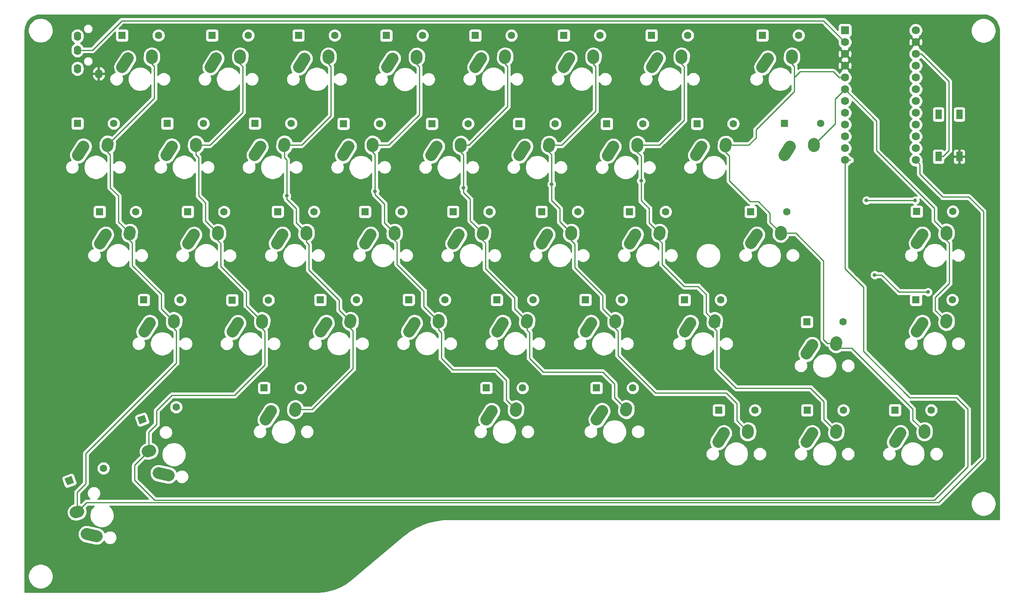
<source format=gbr>
G04 #@! TF.GenerationSoftware,KiCad,Pcbnew,(5.1.5)-3*
G04 #@! TF.CreationDate,2020-05-03T23:14:43-07:00*
G04 #@! TF.ProjectId,right,72696768-742e-46b6-9963-61645f706362,rev?*
G04 #@! TF.SameCoordinates,Original*
G04 #@! TF.FileFunction,Copper,L2,Bot*
G04 #@! TF.FilePolarity,Positive*
%FSLAX46Y46*%
G04 Gerber Fmt 4.6, Leading zero omitted, Abs format (unit mm)*
G04 Created by KiCad (PCBNEW (5.1.5)-3) date 2020-05-03 23:14:43*
%MOMM*%
%LPD*%
G04 APERTURE LIST*
%ADD10C,2.500000*%
%ADD11C,1.752600*%
%ADD12R,1.752600X1.752600*%
%ADD13C,1.600000*%
%ADD14R,1.600000X1.600000*%
%ADD15C,0.100000*%
%ADD16R,1.400000X2.100000*%
%ADD17O,1.600000X2.000000*%
%ADD18C,0.800000*%
%ADD19C,0.250000*%
%ADD20C,0.254000*%
G04 APERTURE END LIST*
D10*
X163659462Y-86881185D02*
X162450538Y-88778815D01*
X168849724Y-86270672D02*
X168810276Y-86849328D01*
X142289462Y-86881185D02*
X141080538Y-88778815D01*
X147479724Y-86270672D02*
X147440276Y-86849328D01*
X185469724Y-29280672D02*
X185430276Y-29859328D01*
X180279462Y-29891185D02*
X179070538Y-31788815D01*
X214019724Y-110020672D02*
X213980276Y-110599328D01*
X208829462Y-110631185D02*
X207620538Y-112528815D01*
X177909462Y-67851185D02*
X176700538Y-69748815D01*
X183099724Y-67240672D02*
X183060276Y-67819328D01*
D11*
X212110000Y-23840000D03*
X196870000Y-51780000D03*
X212110000Y-26380000D03*
X212110000Y-28920000D03*
X212110000Y-31460000D03*
X212110000Y-34000000D03*
X212110000Y-36540000D03*
X212110000Y-39080000D03*
X212110000Y-41620000D03*
X212110000Y-44160000D03*
X212110000Y-46700000D03*
X212110000Y-49240000D03*
X212110000Y-51780000D03*
X196870000Y-49240000D03*
X196870000Y-46700000D03*
X196870000Y-44160000D03*
X196870000Y-41620000D03*
X196870000Y-39080000D03*
X196870000Y-36540000D03*
X196870000Y-34000000D03*
X196870000Y-31460000D03*
X196870000Y-28920000D03*
X196870000Y-26380000D03*
D12*
X196870000Y-23840000D03*
D10*
X195019724Y-110030672D02*
X194980276Y-110609328D01*
X189829462Y-110641185D02*
X188620538Y-112538815D01*
X189829462Y-91631185D02*
X188620538Y-93528815D01*
X195019724Y-91020672D02*
X194980276Y-91599328D01*
X166029462Y-48891185D02*
X164820538Y-50788815D01*
X171219724Y-48280672D02*
X171180276Y-48859328D01*
X185039462Y-48871185D02*
X183830538Y-50768815D01*
X190229724Y-48260672D02*
X190190276Y-48839328D01*
X52489724Y-86270672D02*
X52450276Y-86849328D01*
X47299462Y-86881185D02*
X46090538Y-88778815D01*
X114209724Y-48270672D02*
X114170276Y-48849328D01*
X109019462Y-48881185D02*
X107810538Y-50778815D01*
X128469724Y-86250672D02*
X128430276Y-86829328D01*
X123279462Y-86861185D02*
X122070538Y-88758815D01*
X144629462Y-105851185D02*
X143420538Y-107748815D01*
X149819724Y-105240672D02*
X149780276Y-105819328D01*
X132789462Y-67871185D02*
X131580538Y-69768815D01*
X137979724Y-67260672D02*
X137940276Y-67839328D01*
X85279462Y-86871185D02*
X84070538Y-88768815D01*
X90469724Y-86260672D02*
X90430276Y-86839328D01*
X49147225Y-119259115D02*
X51343891Y-119746105D01*
X46798356Y-114590672D02*
X47355608Y-114429830D01*
X109459724Y-86250672D02*
X109420276Y-86829328D01*
X104269462Y-86861185D02*
X103060538Y-88758815D01*
X118549462Y-29861185D02*
X117340538Y-31758815D01*
X123739724Y-29250672D02*
X123700276Y-29829328D01*
X142739724Y-29260672D02*
X142700276Y-29839328D01*
X137549462Y-29871185D02*
X136340538Y-31768815D01*
X99539462Y-29911185D02*
X98330538Y-31808815D01*
X104729724Y-29300672D02*
X104690276Y-29879328D01*
X113779462Y-67871185D02*
X112570538Y-69768815D01*
X118969724Y-67260672D02*
X118930276Y-67839328D01*
X170819462Y-110641185D02*
X169610538Y-112538815D01*
X176009724Y-110030672D02*
X175970276Y-110609328D01*
X71449724Y-86280672D02*
X71410276Y-86859328D01*
X66259462Y-86891185D02*
X65050538Y-88788815D01*
X76239724Y-48250672D02*
X76200276Y-48829328D01*
X71049462Y-48861185D02*
X69840538Y-50758815D01*
X38199724Y-48250672D02*
X38160276Y-48829328D01*
X33009462Y-48861185D02*
X31800538Y-50758815D01*
X90059462Y-48871185D02*
X88850538Y-50768815D01*
X95249724Y-48260672D02*
X95210276Y-48839328D01*
X120889462Y-105861185D02*
X119680538Y-107758815D01*
X126079724Y-105250672D02*
X126040276Y-105829328D01*
X57219724Y-48250672D02*
X57180276Y-48829328D01*
X52029462Y-48861185D02*
X50820538Y-50758815D01*
X78579724Y-105250672D02*
X78540276Y-105829328D01*
X73389462Y-105861185D02*
X72180538Y-107758815D01*
X128019462Y-48891185D02*
X126810538Y-50788815D01*
X133209724Y-48280672D02*
X133170276Y-48859328D01*
X42959724Y-67260672D02*
X42920276Y-67839328D01*
X37769462Y-67871185D02*
X36560538Y-69768815D01*
X99969724Y-67250672D02*
X99930276Y-67829328D01*
X94779462Y-67861185D02*
X93570538Y-69758815D01*
X161714724Y-29260672D02*
X161675276Y-29839328D01*
X156524462Y-29871185D02*
X155315538Y-31768815D01*
X147029462Y-48901185D02*
X145820538Y-50798815D01*
X152219724Y-48290672D02*
X152180276Y-48869328D01*
X156979724Y-67260672D02*
X156940276Y-67839328D01*
X151789462Y-67871185D02*
X150580538Y-69768815D01*
X33667225Y-132379115D02*
X35863891Y-132866105D01*
X31318356Y-127710672D02*
X31875608Y-127549830D01*
X56749462Y-67881185D02*
X55540538Y-69778815D01*
X61939724Y-67270672D02*
X61900276Y-67849328D01*
X80999724Y-67250672D02*
X80960276Y-67829328D01*
X75809462Y-67861185D02*
X74600538Y-69758815D01*
X42529462Y-29871185D02*
X41320538Y-31768815D01*
X47719724Y-29260672D02*
X47680276Y-29839328D01*
X61529462Y-29871185D02*
X60320538Y-31768815D01*
X66719724Y-29260672D02*
X66680276Y-29839328D01*
X85739724Y-29280672D02*
X85700276Y-29859328D01*
X80549462Y-29891185D02*
X79340538Y-31788815D01*
D13*
X49120000Y-24940000D03*
D14*
X41320000Y-24940000D03*
D13*
X68470000Y-24930000D03*
D14*
X60670000Y-24930000D03*
X79255000Y-24930000D03*
D13*
X87055000Y-24930000D03*
D14*
X31680000Y-43910000D03*
D13*
X39480000Y-43910000D03*
X44280000Y-62930000D03*
D14*
X36480000Y-62930000D03*
X45980000Y-81940000D03*
D13*
X53780000Y-81940000D03*
G04 #@! TA.AperFunction,ComponentPad*
D15*
G36*
X29477061Y-121899249D02*
G01*
X28929829Y-120395741D01*
X30433337Y-119848509D01*
X30980569Y-121352017D01*
X29477061Y-121899249D01*
G37*
G04 #@! TD.AperFunction*
D13*
X37284801Y-118206121D03*
D14*
X51020000Y-43910000D03*
D13*
X58820000Y-43910000D03*
D14*
X55450000Y-62930000D03*
D13*
X63250000Y-62930000D03*
X72820000Y-81960000D03*
D14*
X65020000Y-81960000D03*
G04 #@! TA.AperFunction,ComponentPad*
D15*
G36*
X45127061Y-108729249D02*
G01*
X44579829Y-107225741D01*
X46083337Y-106678509D01*
X46630569Y-108182017D01*
X45127061Y-108729249D01*
G37*
G04 #@! TD.AperFunction*
D13*
X52934801Y-105036121D03*
D14*
X69870000Y-43890000D03*
D13*
X77670000Y-43890000D03*
X82600000Y-62900000D03*
D14*
X74800000Y-62900000D03*
X83950000Y-81930000D03*
D13*
X91750000Y-81930000D03*
X79685000Y-100900000D03*
D14*
X71885000Y-100900000D03*
D13*
X105960000Y-24960000D03*
D14*
X98160000Y-24960000D03*
D13*
X96750000Y-43940000D03*
D14*
X88950000Y-43940000D03*
X93570000Y-62940000D03*
D13*
X101370000Y-62940000D03*
X110780000Y-81880000D03*
D14*
X102980000Y-81880000D03*
X119700000Y-100910000D03*
D13*
X127500000Y-100910000D03*
D14*
X117310000Y-24950000D03*
D13*
X125110000Y-24950000D03*
X115760000Y-43940000D03*
D14*
X107960000Y-43940000D03*
D13*
X120330000Y-62910000D03*
D14*
X112530000Y-62910000D03*
X121940000Y-81930000D03*
D13*
X129740000Y-81930000D03*
X151210000Y-100900000D03*
D14*
X143410000Y-100900000D03*
D13*
X144140000Y-24930000D03*
D14*
X136340000Y-24930000D03*
D13*
X134540000Y-43950000D03*
D14*
X126740000Y-43950000D03*
X131580000Y-62910000D03*
D13*
X139380000Y-62910000D03*
X148820000Y-81910000D03*
D14*
X141020000Y-81910000D03*
X169730000Y-105690000D03*
D13*
X177530000Y-105690000D03*
D14*
X155250000Y-24900000D03*
D13*
X163050000Y-24900000D03*
D14*
X145600000Y-43970000D03*
D13*
X153400000Y-43970000D03*
X158260000Y-62920000D03*
D14*
X150460000Y-62920000D03*
X162360000Y-81930000D03*
D13*
X170160000Y-81930000D03*
D14*
X188730000Y-105710000D03*
D13*
X196530000Y-105710000D03*
X186900000Y-24930000D03*
D14*
X179100000Y-24930000D03*
X165030000Y-43940000D03*
D13*
X172830000Y-43940000D03*
X184360000Y-62930000D03*
D14*
X176560000Y-62930000D03*
X188670000Y-86680000D03*
D13*
X196470000Y-86680000D03*
X215460000Y-105670000D03*
D14*
X207660000Y-105670000D03*
D13*
X191630000Y-43930000D03*
D14*
X183830000Y-43930000D03*
D16*
X217010000Y-41940000D03*
X217010000Y-51040000D03*
X221510000Y-41940000D03*
X221510000Y-51040000D03*
D17*
X36280000Y-33200000D03*
X31680000Y-32100000D03*
X31680000Y-25100000D03*
X31680000Y-28100000D03*
D13*
X220100000Y-62890000D03*
D14*
X212300000Y-62890000D03*
X212180000Y-81910000D03*
D13*
X219980000Y-81910000D03*
D10*
X218749724Y-67230672D02*
X218710276Y-67809328D01*
X213559462Y-67841185D02*
X212350538Y-69738815D01*
X213549462Y-86871185D02*
X212340538Y-88768815D01*
X218739724Y-86260672D02*
X218700276Y-86839328D01*
D18*
X201500000Y-60500000D03*
X212000000Y-60500000D03*
X203275000Y-76549990D03*
X214750000Y-80250000D03*
X76750000Y-59500000D03*
X95750000Y-58500000D03*
X114750000Y-57750000D03*
X133750000Y-57000000D03*
X153000000Y-56250000D03*
D19*
X201500000Y-60500000D02*
X212000000Y-60500000D01*
X203275000Y-76549990D02*
X204799990Y-76549990D01*
X204799990Y-76549990D02*
X208500000Y-80250000D01*
X208500000Y-80250000D02*
X214750000Y-80250000D01*
X47700000Y-31084422D02*
X48250000Y-31634422D01*
X47700000Y-29550000D02*
X47700000Y-31084422D01*
X48250000Y-31634422D02*
X48250000Y-38470000D01*
X48250000Y-38470000D02*
X38180000Y-48540000D01*
X38180000Y-50074422D02*
X38750000Y-50644422D01*
X38180000Y-48540000D02*
X38180000Y-50074422D01*
X38750000Y-50644422D02*
X38750000Y-57750000D01*
X38750000Y-57750000D02*
X40500000Y-59500000D01*
X40500000Y-65110000D02*
X42940000Y-67550000D01*
X40500000Y-59500000D02*
X40500000Y-65110000D01*
X42940000Y-69084422D02*
X43500000Y-69644422D01*
X42940000Y-67550000D02*
X42940000Y-69084422D01*
X43500000Y-69644422D02*
X43500000Y-74500000D01*
X43500000Y-74500000D02*
X49750000Y-80750000D01*
X49750000Y-83840000D02*
X52470000Y-86560000D01*
X49750000Y-80750000D02*
X49750000Y-83840000D01*
X52470000Y-88094422D02*
X53000000Y-88624422D01*
X52470000Y-86560000D02*
X52470000Y-88094422D01*
X53000000Y-88624422D02*
X53000000Y-95500000D01*
X53000000Y-95500000D02*
X33500000Y-115000000D01*
X33500000Y-115000000D02*
X33500000Y-121500000D01*
X31596982Y-123403018D02*
X31596982Y-127630251D01*
X33500000Y-121500000D02*
X31596982Y-123403018D01*
X226660000Y-115980000D02*
X217070000Y-125570000D01*
X226660000Y-62890000D02*
X226660000Y-115980000D01*
X212110000Y-51780000D02*
X212986299Y-52656299D01*
X217070000Y-125570000D02*
X33657233Y-125570000D01*
X223510000Y-59740000D02*
X226660000Y-62890000D01*
X212986299Y-54816299D02*
X217910000Y-59740000D01*
X33657233Y-125570000D02*
X31596982Y-127630251D01*
X212986299Y-52656299D02*
X212986299Y-54816299D01*
X217910000Y-59740000D02*
X223510000Y-59740000D01*
X66700000Y-31084422D02*
X67250000Y-31634422D01*
X66700000Y-29550000D02*
X66700000Y-31084422D01*
X67250000Y-31634422D02*
X67250000Y-41500000D01*
X60210000Y-48540000D02*
X57200000Y-48540000D01*
X67250000Y-41500000D02*
X60210000Y-48540000D01*
X57200000Y-48540000D02*
X57200000Y-50700000D01*
X57200000Y-50700000D02*
X57750000Y-51250000D01*
X57750000Y-51250000D02*
X57750000Y-59500000D01*
X57750000Y-59500000D02*
X59250000Y-61000000D01*
X59250000Y-64890000D02*
X61920000Y-67560000D01*
X59250000Y-61000000D02*
X59250000Y-64890000D01*
X61920000Y-67560000D02*
X61920000Y-69170000D01*
X61920000Y-69170000D02*
X62500000Y-69750000D01*
X62500000Y-69750000D02*
X62500000Y-74750000D01*
X62500000Y-74750000D02*
X68000000Y-80250000D01*
X68000000Y-83140000D02*
X71430000Y-86570000D01*
X68000000Y-80250000D02*
X68000000Y-83140000D01*
X47076982Y-110423018D02*
X47076982Y-114510251D01*
X71430000Y-88104422D02*
X72000000Y-88674422D01*
X48750000Y-108750000D02*
X47076982Y-110423018D01*
X52000000Y-102500000D02*
X48750000Y-105750000D01*
X72000000Y-88674422D02*
X72000000Y-96000000D01*
X48750000Y-105750000D02*
X48750000Y-108750000D01*
X71430000Y-86570000D02*
X71430000Y-88104422D01*
X72000000Y-96000000D02*
X65500000Y-102500000D01*
X196870000Y-51780000D02*
X198109275Y-51780000D01*
X65500000Y-102500000D02*
X57750000Y-102500000D01*
X57750000Y-102500000D02*
X52000000Y-102500000D01*
X210820000Y-102970000D02*
X220860000Y-102970000D01*
X200850000Y-93000000D02*
X210820000Y-102970000D01*
X44030000Y-120800000D02*
X44030000Y-117557233D01*
X200850000Y-79160000D02*
X200850000Y-93000000D01*
X196870000Y-75180000D02*
X200850000Y-79160000D01*
X196870000Y-51780000D02*
X196870000Y-75180000D01*
X223350000Y-117920000D02*
X216150010Y-125119990D01*
X220860000Y-102970000D02*
X223350000Y-105460000D01*
X44030000Y-117557233D02*
X47076982Y-114510251D01*
X223350000Y-105460000D02*
X223350000Y-117920000D01*
X216150010Y-125119990D02*
X48349990Y-125119990D01*
X48349990Y-125119990D02*
X44030000Y-120800000D01*
X85720000Y-31104422D02*
X86250000Y-31634422D01*
X85720000Y-29570000D02*
X85720000Y-31104422D01*
X86250000Y-31634422D02*
X86250000Y-42250000D01*
X79960000Y-48540000D02*
X76220000Y-48540000D01*
X86250000Y-42250000D02*
X79960000Y-48540000D01*
X76220000Y-48540000D02*
X76220000Y-51220000D01*
X76220000Y-51220000D02*
X76750000Y-51750000D01*
X76750000Y-60250000D02*
X78750000Y-62250000D01*
X78750000Y-65310000D02*
X80980000Y-67540000D01*
X78750000Y-62250000D02*
X78750000Y-65310000D01*
X80980000Y-67540000D02*
X80980000Y-69480000D01*
X80980000Y-69480000D02*
X81500000Y-70000000D01*
X81500000Y-70000000D02*
X81500000Y-75500000D01*
X81500000Y-75500000D02*
X88000000Y-82000000D01*
X88000000Y-84100000D02*
X90450000Y-86550000D01*
X88000000Y-82000000D02*
X88000000Y-84100000D01*
X90450000Y-88084422D02*
X91000000Y-88634422D01*
X90450000Y-86550000D02*
X90450000Y-88084422D01*
X91000000Y-88634422D02*
X91000000Y-96750000D01*
X82210000Y-105540000D02*
X78560000Y-105540000D01*
X91000000Y-96750000D02*
X82210000Y-105540000D01*
X76750000Y-59500000D02*
X76750000Y-60250000D01*
X76750000Y-51750000D02*
X76750000Y-59500000D01*
X104710000Y-31124422D02*
X105250000Y-31664422D01*
X104710000Y-29590000D02*
X104710000Y-31124422D01*
X105250000Y-31664422D02*
X105250000Y-42000000D01*
X98700000Y-48550000D02*
X95230000Y-48550000D01*
X105250000Y-42000000D02*
X98700000Y-48550000D01*
X95230000Y-50084422D02*
X95750000Y-50604422D01*
X95230000Y-48550000D02*
X95230000Y-50084422D01*
X95750000Y-59250000D02*
X97750000Y-61250000D01*
X97750000Y-65340000D02*
X99950000Y-67540000D01*
X97750000Y-61250000D02*
X97750000Y-65340000D01*
X99950000Y-69074422D02*
X100500000Y-69624422D01*
X99950000Y-67540000D02*
X99950000Y-69074422D01*
X100500000Y-69624422D02*
X100500000Y-74250000D01*
X100500000Y-74250000D02*
X106250000Y-80000000D01*
X106250000Y-83350000D02*
X109440000Y-86540000D01*
X106250000Y-80000000D02*
X106250000Y-83350000D01*
X124000000Y-99250000D02*
X124000000Y-103480000D01*
X121750000Y-97000000D02*
X124000000Y-99250000D01*
X109440000Y-88440000D02*
X110000000Y-89000000D01*
X124000000Y-103480000D02*
X126060000Y-105540000D01*
X110000000Y-89000000D02*
X110000000Y-94500000D01*
X109440000Y-86540000D02*
X109440000Y-88440000D01*
X110000000Y-94500000D02*
X112500000Y-97000000D01*
X112500000Y-97000000D02*
X121750000Y-97000000D01*
X95750000Y-58500000D02*
X95750000Y-59250000D01*
X95750000Y-50604422D02*
X95750000Y-58500000D01*
X123720000Y-31074422D02*
X124250000Y-31604422D01*
X123720000Y-29540000D02*
X123720000Y-31074422D01*
X124250000Y-31604422D02*
X124250000Y-40250000D01*
X115940000Y-48560000D02*
X114190000Y-48560000D01*
X124250000Y-40250000D02*
X115940000Y-48560000D01*
X114190000Y-50094422D02*
X114750000Y-50654422D01*
X114190000Y-48560000D02*
X114190000Y-50094422D01*
X114750000Y-58750000D02*
X116250000Y-60250000D01*
X116250000Y-64850000D02*
X118950000Y-67550000D01*
X116250000Y-60250000D02*
X116250000Y-64850000D01*
X118950000Y-69084422D02*
X119500000Y-69634422D01*
X118950000Y-67550000D02*
X118950000Y-69084422D01*
X119500000Y-69634422D02*
X119500000Y-75250000D01*
X119500000Y-75250000D02*
X125750000Y-81500000D01*
X125750000Y-83840000D02*
X128450000Y-86540000D01*
X125750000Y-81500000D02*
X125750000Y-83840000D01*
X147250000Y-102980000D02*
X149800000Y-105530000D01*
X147250000Y-100000000D02*
X147250000Y-102980000D01*
X144750000Y-97500000D02*
X147250000Y-100000000D01*
X128450000Y-88450000D02*
X129000000Y-89000000D01*
X128450000Y-86540000D02*
X128450000Y-88450000D01*
X129000000Y-94500000D02*
X132000000Y-97500000D01*
X129000000Y-89000000D02*
X129000000Y-94500000D01*
X132000000Y-97500000D02*
X144750000Y-97500000D01*
X114750000Y-57750000D02*
X114750000Y-58750000D01*
X114750000Y-50654422D02*
X114750000Y-57750000D01*
X142720000Y-31084422D02*
X143250000Y-31614422D01*
X142720000Y-29550000D02*
X142720000Y-31084422D01*
X143250000Y-31614422D02*
X143250000Y-41250000D01*
X135930000Y-48570000D02*
X133190000Y-48570000D01*
X143250000Y-41250000D02*
X135930000Y-48570000D01*
X133190000Y-50104422D02*
X133750000Y-50664422D01*
X133190000Y-48570000D02*
X133190000Y-50104422D01*
X133750000Y-60500000D02*
X135500000Y-62250000D01*
X135500000Y-65090000D02*
X137960000Y-67550000D01*
X135500000Y-62250000D02*
X135500000Y-65090000D01*
X137960000Y-69084422D02*
X138750000Y-69874422D01*
X137960000Y-67550000D02*
X137960000Y-69084422D01*
X138750000Y-69874422D02*
X138750000Y-75000000D01*
X138750000Y-75000000D02*
X144750000Y-81000000D01*
X144750000Y-83850000D02*
X147460000Y-86560000D01*
X144750000Y-81000000D02*
X144750000Y-83850000D01*
X147460000Y-86560000D02*
X147460000Y-88094422D01*
X133750000Y-57000000D02*
X133750000Y-60500000D01*
X133750000Y-50664422D02*
X133750000Y-57000000D01*
X147460000Y-88094422D02*
X148050000Y-88684422D01*
X148050000Y-88684422D02*
X148050000Y-93910000D01*
X148050000Y-93910000D02*
X156120000Y-101980000D01*
X156120000Y-101980000D02*
X171300000Y-101980000D01*
X171300000Y-101980000D02*
X173580000Y-104260000D01*
X173580000Y-107910000D02*
X175990000Y-110320000D01*
X173580000Y-104260000D02*
X173580000Y-107910000D01*
X161695000Y-31084422D02*
X162250000Y-31639422D01*
X161695000Y-29550000D02*
X161695000Y-31084422D01*
X162250000Y-31639422D02*
X162250000Y-43250000D01*
X156920000Y-48580000D02*
X152200000Y-48580000D01*
X162250000Y-43250000D02*
X156920000Y-48580000D01*
X152200000Y-50114422D02*
X153000000Y-50914422D01*
X152200000Y-48580000D02*
X152200000Y-50114422D01*
X153000000Y-60500000D02*
X154750000Y-62250000D01*
X154750000Y-65340000D02*
X156960000Y-67550000D01*
X154750000Y-62250000D02*
X154750000Y-65340000D01*
X156960000Y-69084422D02*
X157500000Y-69624422D01*
X156960000Y-67550000D02*
X156960000Y-69084422D01*
X157500000Y-69624422D02*
X157500000Y-74250000D01*
X157500000Y-74250000D02*
X162250000Y-79000000D01*
X162250000Y-79000000D02*
X165250000Y-79000000D01*
X165250000Y-79000000D02*
X167000000Y-80750000D01*
X167000000Y-84730000D02*
X168830000Y-86560000D01*
X167000000Y-80750000D02*
X167000000Y-84730000D01*
X168830000Y-86560000D02*
X169833822Y-87563822D01*
X153000000Y-56250000D02*
X153000000Y-60500000D01*
X153000000Y-50914422D02*
X153000000Y-56250000D01*
X168830000Y-88094422D02*
X169310000Y-88574422D01*
X168830000Y-86560000D02*
X168830000Y-88094422D01*
X169310000Y-88574422D02*
X169310000Y-96800000D01*
X169310000Y-96800000D02*
X173440000Y-100930000D01*
X173440000Y-100930000D02*
X189440000Y-100930000D01*
X189440000Y-100930000D02*
X192310000Y-103800000D01*
X192310000Y-107630000D02*
X195000000Y-110320000D01*
X192310000Y-103800000D02*
X192310000Y-107630000D01*
X185450000Y-31104422D02*
X186000000Y-31654422D01*
X185450000Y-29570000D02*
X185450000Y-31104422D01*
X186000000Y-37000000D02*
X177750000Y-45250000D01*
X177750000Y-45250000D02*
X177750000Y-47000000D01*
X176180000Y-48570000D02*
X171200000Y-48570000D01*
X177750000Y-47000000D02*
X176180000Y-48570000D01*
X171200000Y-50104422D02*
X172000000Y-50904422D01*
X171200000Y-48570000D02*
X171200000Y-50104422D01*
X172000000Y-50904422D02*
X172000000Y-56250000D01*
X172000000Y-56250000D02*
X176500000Y-60750000D01*
X176500000Y-60750000D02*
X178250000Y-60750000D01*
X178250000Y-60750000D02*
X180750000Y-63250000D01*
X180750000Y-65200000D02*
X183080000Y-67530000D01*
X180750000Y-63250000D02*
X180750000Y-65200000D01*
X183080000Y-67530000D02*
X186280000Y-67530000D01*
X186280000Y-67530000D02*
X192250000Y-73500000D01*
X195630725Y-34000000D02*
X194380725Y-32750000D01*
X196870000Y-34000000D02*
X195630725Y-34000000D01*
X187250000Y-32750000D02*
X186000000Y-34000000D01*
X194380725Y-32750000D02*
X187250000Y-32750000D01*
X186000000Y-31654422D02*
X186000000Y-34000000D01*
X186000000Y-34000000D02*
X186000000Y-37000000D01*
X192250000Y-73500000D02*
X192250000Y-90430000D01*
X193130000Y-91310000D02*
X195000000Y-91310000D01*
X192250000Y-90430000D02*
X193130000Y-91310000D01*
X196003822Y-92313822D02*
X198343822Y-92313822D01*
X195000000Y-91310000D02*
X196003822Y-92313822D01*
X198343822Y-92313822D02*
X211490000Y-105460000D01*
X211490000Y-107800000D02*
X214000000Y-110310000D01*
X211490000Y-105460000D02*
X211490000Y-107800000D01*
X196870000Y-36540000D02*
X194750000Y-38660000D01*
X194750000Y-44010000D02*
X190210000Y-48550000D01*
X194750000Y-38660000D02*
X194750000Y-44010000D01*
X196870000Y-36540000D02*
X203680000Y-43350000D01*
X203680000Y-43350000D02*
X203680000Y-49760000D01*
X203680000Y-49760000D02*
X216080000Y-62160000D01*
X216080000Y-64870000D02*
X218730000Y-67520000D01*
X216080000Y-62160000D02*
X216080000Y-64870000D01*
X218730000Y-69054422D02*
X219360000Y-69684422D01*
X218730000Y-67520000D02*
X218730000Y-69054422D01*
X219360000Y-69684422D02*
X219360000Y-78340000D01*
X219360000Y-78340000D02*
X216330000Y-81370000D01*
X216330000Y-84160000D02*
X218720000Y-86550000D01*
X216330000Y-81370000D02*
X216330000Y-84160000D01*
X213349275Y-28920000D02*
X219250000Y-34820725D01*
X212110000Y-28920000D02*
X213349275Y-28920000D01*
X217960000Y-51040000D02*
X217010000Y-51040000D01*
X219250000Y-49750000D02*
X217960000Y-51040000D01*
X219250000Y-34820725D02*
X219250000Y-49750000D01*
X196870000Y-26380000D02*
X192240000Y-21750000D01*
X192240000Y-21750000D02*
X41250000Y-21750000D01*
X34900000Y-28100000D02*
X31680000Y-28100000D01*
X41250000Y-21750000D02*
X34900000Y-28100000D01*
D20*
G36*
X227339350Y-20557001D02*
G01*
X227966542Y-20746362D01*
X228545010Y-21053939D01*
X229052722Y-21468018D01*
X229470336Y-21972826D01*
X229781947Y-22549138D01*
X229975681Y-23174993D01*
X230047315Y-23856539D01*
X230047316Y-129210000D01*
X111655881Y-129210000D01*
X111643075Y-129211261D01*
X110458647Y-129258833D01*
X110446131Y-129259983D01*
X110433561Y-129260334D01*
X110400241Y-129263865D01*
X108869692Y-129466724D01*
X108853763Y-129469676D01*
X108837700Y-129471791D01*
X108804920Y-129478729D01*
X107303331Y-129837843D01*
X107287794Y-129842416D01*
X107272031Y-129846171D01*
X107240137Y-129856442D01*
X105783417Y-130368006D01*
X105768426Y-130374155D01*
X105753138Y-130379508D01*
X105722469Y-130393003D01*
X104326050Y-131051597D01*
X104311772Y-131059252D01*
X104297114Y-131066150D01*
X104268025Y-131082709D01*
X104267995Y-131082725D01*
X104267981Y-131082734D01*
X102946671Y-131881373D01*
X102933261Y-131890452D01*
X102919384Y-131898823D01*
X102892123Y-131918304D01*
X101671814Y-132839544D01*
X101658196Y-132848860D01*
X90373172Y-142318120D01*
X89340083Y-143086760D01*
X88240628Y-143720250D01*
X87074787Y-144221136D01*
X85858455Y-144582586D01*
X84607712Y-144799750D01*
X83361020Y-144870543D01*
X20410000Y-144870543D01*
X20410000Y-141255551D01*
X21085000Y-141255551D01*
X21085000Y-141784449D01*
X21188183Y-142303186D01*
X21390583Y-142791825D01*
X21684424Y-143231588D01*
X22058412Y-143605576D01*
X22498175Y-143899417D01*
X22986814Y-144101817D01*
X23505551Y-144205000D01*
X24034449Y-144205000D01*
X24553186Y-144101817D01*
X25041825Y-143899417D01*
X25481588Y-143605576D01*
X25855576Y-143231588D01*
X26149417Y-142791825D01*
X26351817Y-142303186D01*
X26455000Y-141784449D01*
X26455000Y-141255551D01*
X26351817Y-140736814D01*
X26149417Y-140248175D01*
X25855576Y-139808412D01*
X25481588Y-139434424D01*
X25041825Y-139140583D01*
X24553186Y-138938183D01*
X24034449Y-138835000D01*
X23505551Y-138835000D01*
X22986814Y-138938183D01*
X22498175Y-139140583D01*
X22058412Y-139434424D01*
X21684424Y-139808412D01*
X21390583Y-140248175D01*
X21188183Y-140736814D01*
X21085000Y-141255551D01*
X20410000Y-141255551D01*
X20410000Y-132337794D01*
X31773556Y-132337794D01*
X31801881Y-132708024D01*
X31901891Y-133065615D01*
X32069741Y-133396824D01*
X32298981Y-133688922D01*
X32580803Y-133930687D01*
X32904375Y-134112824D01*
X33168834Y-134199391D01*
X35546303Y-134726464D01*
X35822569Y-134759774D01*
X36192800Y-134731449D01*
X36550391Y-134631439D01*
X36881600Y-134463589D01*
X37173698Y-134234349D01*
X37415463Y-133952527D01*
X37434706Y-133918341D01*
X37543288Y-134080845D01*
X37750256Y-134287813D01*
X37993624Y-134450427D01*
X38264041Y-134562437D01*
X38551114Y-134619539D01*
X38843810Y-134619539D01*
X39130883Y-134562437D01*
X39401300Y-134450427D01*
X39644668Y-134287813D01*
X39851636Y-134080845D01*
X40014250Y-133837477D01*
X40126260Y-133567060D01*
X40183362Y-133279987D01*
X40183362Y-132987291D01*
X40126260Y-132700218D01*
X40014250Y-132429801D01*
X39851636Y-132186433D01*
X39644668Y-131979465D01*
X39401300Y-131816851D01*
X39130883Y-131704841D01*
X38843810Y-131647739D01*
X38551114Y-131647739D01*
X38264041Y-131704841D01*
X37993624Y-131816851D01*
X37750256Y-131979465D01*
X37602618Y-132127103D01*
X37461375Y-131848396D01*
X37232135Y-131556298D01*
X36950313Y-131314533D01*
X36626741Y-131132396D01*
X36362282Y-131045829D01*
X33984812Y-130518756D01*
X33708546Y-130485446D01*
X33338316Y-130513771D01*
X32980725Y-130613781D01*
X32649516Y-130781631D01*
X32357418Y-131010871D01*
X32115653Y-131292693D01*
X31933516Y-131616265D01*
X31818004Y-131969152D01*
X31773556Y-132337794D01*
X20410000Y-132337794D01*
X20410000Y-127870813D01*
X29431018Y-127870813D01*
X29498525Y-128235937D01*
X29635967Y-128580875D01*
X29838062Y-128892373D01*
X30097044Y-129158458D01*
X30402960Y-129368905D01*
X30744054Y-129515628D01*
X31107220Y-129592987D01*
X31478497Y-129598010D01*
X31752127Y-129547419D01*
X32487309Y-129335220D01*
X32745811Y-129232219D01*
X33057309Y-129030124D01*
X33323394Y-128771142D01*
X33533842Y-128465226D01*
X33680564Y-128124132D01*
X33757923Y-127760966D01*
X33762946Y-127389689D01*
X33695439Y-127024565D01*
X33576349Y-126725685D01*
X33972035Y-126330000D01*
X35272174Y-126330000D01*
X34918000Y-126684174D01*
X34630299Y-127114749D01*
X34432127Y-127593178D01*
X34331100Y-128101076D01*
X34331100Y-128618924D01*
X34432127Y-129126822D01*
X34630299Y-129605251D01*
X34918000Y-130035826D01*
X35284174Y-130402000D01*
X35714749Y-130689701D01*
X36193178Y-130887873D01*
X36701076Y-130988900D01*
X37218924Y-130988900D01*
X37726822Y-130887873D01*
X38205251Y-130689701D01*
X38635826Y-130402000D01*
X39002000Y-130035826D01*
X39289701Y-129605251D01*
X39487873Y-129126822D01*
X39588900Y-128618924D01*
X39588900Y-128101076D01*
X39487873Y-127593178D01*
X39289701Y-127114749D01*
X39002000Y-126684174D01*
X38647826Y-126330000D01*
X217032678Y-126330000D01*
X217070000Y-126333676D01*
X217107322Y-126330000D01*
X217107333Y-126330000D01*
X217218986Y-126319003D01*
X217362247Y-126275546D01*
X217494276Y-126204974D01*
X217610001Y-126110001D01*
X217633804Y-126080997D01*
X218129250Y-125585551D01*
X224005000Y-125585551D01*
X224005000Y-126114449D01*
X224108183Y-126633186D01*
X224310583Y-127121825D01*
X224604424Y-127561588D01*
X224978412Y-127935576D01*
X225418175Y-128229417D01*
X225906814Y-128431817D01*
X226425551Y-128535000D01*
X226954449Y-128535000D01*
X227473186Y-128431817D01*
X227961825Y-128229417D01*
X228401588Y-127935576D01*
X228775576Y-127561588D01*
X229069417Y-127121825D01*
X229271817Y-126633186D01*
X229375000Y-126114449D01*
X229375000Y-125585551D01*
X229271817Y-125066814D01*
X229069417Y-124578175D01*
X228775576Y-124138412D01*
X228401588Y-123764424D01*
X227961825Y-123470583D01*
X227473186Y-123268183D01*
X226954449Y-123165000D01*
X226425551Y-123165000D01*
X225906814Y-123268183D01*
X225418175Y-123470583D01*
X224978412Y-123764424D01*
X224604424Y-124138412D01*
X224310583Y-124578175D01*
X224108183Y-125066814D01*
X224005000Y-125585551D01*
X218129250Y-125585551D01*
X227171003Y-116543799D01*
X227200001Y-116520001D01*
X227234462Y-116478010D01*
X227294974Y-116404277D01*
X227365546Y-116272247D01*
X227371028Y-116254174D01*
X227409003Y-116128986D01*
X227420000Y-116017333D01*
X227420000Y-116017324D01*
X227423676Y-115980001D01*
X227420000Y-115942678D01*
X227420000Y-62927325D01*
X227423676Y-62890000D01*
X227420000Y-62852675D01*
X227420000Y-62852667D01*
X227409003Y-62741014D01*
X227365546Y-62597753D01*
X227294974Y-62465724D01*
X227200001Y-62349999D01*
X227171004Y-62326202D01*
X224073804Y-59229003D01*
X224050001Y-59199999D01*
X223934276Y-59105026D01*
X223802247Y-59034454D01*
X223658986Y-58990997D01*
X223547333Y-58980000D01*
X223547322Y-58980000D01*
X223510000Y-58976324D01*
X223472678Y-58980000D01*
X218224802Y-58980000D01*
X213746299Y-54501498D01*
X213746299Y-52693622D01*
X213749975Y-52656299D01*
X213746299Y-52618976D01*
X213746299Y-52618966D01*
X213735302Y-52507313D01*
X213691845Y-52364052D01*
X213675878Y-52334180D01*
X213621273Y-52232022D01*
X213572755Y-52172903D01*
X213621300Y-51928850D01*
X213621300Y-51631150D01*
X213563222Y-51339170D01*
X213449297Y-51064131D01*
X213283904Y-50816602D01*
X213073398Y-50606096D01*
X212929580Y-50510000D01*
X213073398Y-50413904D01*
X213283904Y-50203398D01*
X213449297Y-49955869D01*
X213563222Y-49680830D01*
X213621300Y-49388850D01*
X213621300Y-49091150D01*
X213563222Y-48799170D01*
X213449297Y-48524131D01*
X213283904Y-48276602D01*
X213073398Y-48066096D01*
X212929580Y-47970000D01*
X213073398Y-47873904D01*
X213283904Y-47663398D01*
X213449297Y-47415869D01*
X213563222Y-47140830D01*
X213621300Y-46848850D01*
X213621300Y-46551150D01*
X213563222Y-46259170D01*
X213449297Y-45984131D01*
X213283904Y-45736602D01*
X213073398Y-45526096D01*
X212929580Y-45430000D01*
X213073398Y-45333904D01*
X213283904Y-45123398D01*
X213449297Y-44875869D01*
X213563222Y-44600830D01*
X213621300Y-44308850D01*
X213621300Y-44011150D01*
X213563222Y-43719170D01*
X213449297Y-43444131D01*
X213283904Y-43196602D01*
X213073398Y-42986096D01*
X212929580Y-42890000D01*
X213073398Y-42793904D01*
X213283904Y-42583398D01*
X213449297Y-42335869D01*
X213563222Y-42060830D01*
X213621300Y-41768850D01*
X213621300Y-41471150D01*
X213563222Y-41179170D01*
X213449297Y-40904131D01*
X213439856Y-40890000D01*
X215671928Y-40890000D01*
X215671928Y-42990000D01*
X215684188Y-43114482D01*
X215720498Y-43234180D01*
X215779463Y-43344494D01*
X215858815Y-43441185D01*
X215955506Y-43520537D01*
X216065820Y-43579502D01*
X216185518Y-43615812D01*
X216310000Y-43628072D01*
X217710000Y-43628072D01*
X217834482Y-43615812D01*
X217954180Y-43579502D01*
X218064494Y-43520537D01*
X218161185Y-43441185D01*
X218240537Y-43344494D01*
X218299502Y-43234180D01*
X218335812Y-43114482D01*
X218348072Y-42990000D01*
X218348072Y-40890000D01*
X218335812Y-40765518D01*
X218299502Y-40645820D01*
X218240537Y-40535506D01*
X218161185Y-40438815D01*
X218064494Y-40359463D01*
X217954180Y-40300498D01*
X217834482Y-40264188D01*
X217710000Y-40251928D01*
X216310000Y-40251928D01*
X216185518Y-40264188D01*
X216065820Y-40300498D01*
X215955506Y-40359463D01*
X215858815Y-40438815D01*
X215779463Y-40535506D01*
X215720498Y-40645820D01*
X215684188Y-40765518D01*
X215671928Y-40890000D01*
X213439856Y-40890000D01*
X213283904Y-40656602D01*
X213073398Y-40446096D01*
X212929580Y-40350000D01*
X213073398Y-40253904D01*
X213283904Y-40043398D01*
X213449297Y-39795869D01*
X213563222Y-39520830D01*
X213621300Y-39228850D01*
X213621300Y-38931150D01*
X213563222Y-38639170D01*
X213449297Y-38364131D01*
X213283904Y-38116602D01*
X213073398Y-37906096D01*
X212929580Y-37810000D01*
X213073398Y-37713904D01*
X213283904Y-37503398D01*
X213449297Y-37255869D01*
X213563222Y-36980830D01*
X213621300Y-36688850D01*
X213621300Y-36391150D01*
X213563222Y-36099170D01*
X213449297Y-35824131D01*
X213283904Y-35576602D01*
X213073398Y-35366096D01*
X212929580Y-35270000D01*
X213073398Y-35173904D01*
X213283904Y-34963398D01*
X213449297Y-34715869D01*
X213563222Y-34440830D01*
X213621300Y-34148850D01*
X213621300Y-33851150D01*
X213563222Y-33559170D01*
X213449297Y-33284131D01*
X213283904Y-33036602D01*
X213073398Y-32826096D01*
X212929580Y-32730000D01*
X213073398Y-32633904D01*
X213283904Y-32423398D01*
X213449297Y-32175869D01*
X213563222Y-31900830D01*
X213621300Y-31608850D01*
X213621300Y-31311150D01*
X213563222Y-31019170D01*
X213449297Y-30744131D01*
X213283904Y-30496602D01*
X213073398Y-30286096D01*
X212929580Y-30190000D01*
X213073398Y-30093904D01*
X213260888Y-29906414D01*
X218490000Y-35135527D01*
X218490001Y-49435196D01*
X218257659Y-49667539D01*
X218240537Y-49635506D01*
X218161185Y-49538815D01*
X218064494Y-49459463D01*
X217954180Y-49400498D01*
X217834482Y-49364188D01*
X217710000Y-49351928D01*
X216310000Y-49351928D01*
X216185518Y-49364188D01*
X216065820Y-49400498D01*
X215955506Y-49459463D01*
X215858815Y-49538815D01*
X215779463Y-49635506D01*
X215720498Y-49745820D01*
X215684188Y-49865518D01*
X215671928Y-49990000D01*
X215671928Y-52090000D01*
X215684188Y-52214482D01*
X215720498Y-52334180D01*
X215779463Y-52444494D01*
X215858815Y-52541185D01*
X215955506Y-52620537D01*
X216065820Y-52679502D01*
X216185518Y-52715812D01*
X216310000Y-52728072D01*
X217710000Y-52728072D01*
X217834482Y-52715812D01*
X217954180Y-52679502D01*
X218064494Y-52620537D01*
X218161185Y-52541185D01*
X218240537Y-52444494D01*
X218299502Y-52334180D01*
X218335812Y-52214482D01*
X218348072Y-52090000D01*
X220171928Y-52090000D01*
X220184188Y-52214482D01*
X220220498Y-52334180D01*
X220279463Y-52444494D01*
X220358815Y-52541185D01*
X220455506Y-52620537D01*
X220565820Y-52679502D01*
X220685518Y-52715812D01*
X220810000Y-52728072D01*
X221224250Y-52725000D01*
X221383000Y-52566250D01*
X221383000Y-51167000D01*
X221637000Y-51167000D01*
X221637000Y-52566250D01*
X221795750Y-52725000D01*
X222210000Y-52728072D01*
X222334482Y-52715812D01*
X222454180Y-52679502D01*
X222564494Y-52620537D01*
X222661185Y-52541185D01*
X222740537Y-52444494D01*
X222799502Y-52334180D01*
X222835812Y-52214482D01*
X222848072Y-52090000D01*
X222845000Y-51325750D01*
X222686250Y-51167000D01*
X221637000Y-51167000D01*
X221383000Y-51167000D01*
X220333750Y-51167000D01*
X220175000Y-51325750D01*
X220171928Y-52090000D01*
X218348072Y-52090000D01*
X218348072Y-51694326D01*
X218384276Y-51674974D01*
X218500001Y-51580001D01*
X218523803Y-51550998D01*
X219761008Y-50313795D01*
X219790001Y-50290001D01*
X219813795Y-50261008D01*
X219813799Y-50261004D01*
X219884973Y-50174277D01*
X219896122Y-50153419D01*
X219955546Y-50042247D01*
X219971394Y-49990000D01*
X220171928Y-49990000D01*
X220175000Y-50754250D01*
X220333750Y-50913000D01*
X221383000Y-50913000D01*
X221383000Y-49513750D01*
X221637000Y-49513750D01*
X221637000Y-50913000D01*
X222686250Y-50913000D01*
X222845000Y-50754250D01*
X222848072Y-49990000D01*
X222835812Y-49865518D01*
X222799502Y-49745820D01*
X222740537Y-49635506D01*
X222661185Y-49538815D01*
X222564494Y-49459463D01*
X222454180Y-49400498D01*
X222334482Y-49364188D01*
X222210000Y-49351928D01*
X221795750Y-49355000D01*
X221637000Y-49513750D01*
X221383000Y-49513750D01*
X221224250Y-49355000D01*
X220810000Y-49351928D01*
X220685518Y-49364188D01*
X220565820Y-49400498D01*
X220455506Y-49459463D01*
X220358815Y-49538815D01*
X220279463Y-49635506D01*
X220220498Y-49745820D01*
X220184188Y-49865518D01*
X220171928Y-49990000D01*
X219971394Y-49990000D01*
X219999003Y-49898986D01*
X220010000Y-49787333D01*
X220010000Y-49787324D01*
X220013676Y-49750001D01*
X220010000Y-49712678D01*
X220010000Y-40890000D01*
X220171928Y-40890000D01*
X220171928Y-42990000D01*
X220184188Y-43114482D01*
X220220498Y-43234180D01*
X220279463Y-43344494D01*
X220358815Y-43441185D01*
X220455506Y-43520537D01*
X220565820Y-43579502D01*
X220685518Y-43615812D01*
X220810000Y-43628072D01*
X222210000Y-43628072D01*
X222334482Y-43615812D01*
X222454180Y-43579502D01*
X222564494Y-43520537D01*
X222661185Y-43441185D01*
X222740537Y-43344494D01*
X222799502Y-43234180D01*
X222835812Y-43114482D01*
X222848072Y-42990000D01*
X222848072Y-40890000D01*
X222835812Y-40765518D01*
X222799502Y-40645820D01*
X222740537Y-40535506D01*
X222661185Y-40438815D01*
X222564494Y-40359463D01*
X222454180Y-40300498D01*
X222334482Y-40264188D01*
X222210000Y-40251928D01*
X220810000Y-40251928D01*
X220685518Y-40264188D01*
X220565820Y-40300498D01*
X220455506Y-40359463D01*
X220358815Y-40438815D01*
X220279463Y-40535506D01*
X220220498Y-40645820D01*
X220184188Y-40765518D01*
X220171928Y-40890000D01*
X220010000Y-40890000D01*
X220010000Y-34858047D01*
X220013676Y-34820724D01*
X220010000Y-34783401D01*
X220010000Y-34783392D01*
X219999003Y-34671739D01*
X219955546Y-34528478D01*
X219884974Y-34396449D01*
X219790001Y-34280724D01*
X219761004Y-34256927D01*
X213913079Y-28409003D01*
X213889276Y-28379999D01*
X213773551Y-28285026D01*
X213641522Y-28214454D01*
X213498261Y-28170997D01*
X213422149Y-28163500D01*
X213283904Y-27956602D01*
X213073398Y-27746096D01*
X212910191Y-27637045D01*
X212977563Y-27427169D01*
X212110000Y-26559605D01*
X211242437Y-27427169D01*
X211309809Y-27637045D01*
X211146602Y-27746096D01*
X210936096Y-27956602D01*
X210770703Y-28204131D01*
X210656778Y-28479170D01*
X210598700Y-28771150D01*
X210598700Y-29068850D01*
X210656778Y-29360830D01*
X210770703Y-29635869D01*
X210936096Y-29883398D01*
X211146602Y-30093904D01*
X211290420Y-30190000D01*
X211146602Y-30286096D01*
X210936096Y-30496602D01*
X210770703Y-30744131D01*
X210656778Y-31019170D01*
X210598700Y-31311150D01*
X210598700Y-31608850D01*
X210656778Y-31900830D01*
X210770703Y-32175869D01*
X210936096Y-32423398D01*
X211146602Y-32633904D01*
X211290420Y-32730000D01*
X211146602Y-32826096D01*
X210936096Y-33036602D01*
X210770703Y-33284131D01*
X210656778Y-33559170D01*
X210598700Y-33851150D01*
X210598700Y-34148850D01*
X210656778Y-34440830D01*
X210770703Y-34715869D01*
X210936096Y-34963398D01*
X211146602Y-35173904D01*
X211290420Y-35270000D01*
X211146602Y-35366096D01*
X210936096Y-35576602D01*
X210770703Y-35824131D01*
X210656778Y-36099170D01*
X210598700Y-36391150D01*
X210598700Y-36688850D01*
X210656778Y-36980830D01*
X210770703Y-37255869D01*
X210936096Y-37503398D01*
X211146602Y-37713904D01*
X211290420Y-37810000D01*
X211146602Y-37906096D01*
X210936096Y-38116602D01*
X210770703Y-38364131D01*
X210656778Y-38639170D01*
X210598700Y-38931150D01*
X210598700Y-39228850D01*
X210656778Y-39520830D01*
X210770703Y-39795869D01*
X210936096Y-40043398D01*
X211146602Y-40253904D01*
X211290420Y-40350000D01*
X211146602Y-40446096D01*
X210936096Y-40656602D01*
X210770703Y-40904131D01*
X210656778Y-41179170D01*
X210598700Y-41471150D01*
X210598700Y-41768850D01*
X210656778Y-42060830D01*
X210770703Y-42335869D01*
X210936096Y-42583398D01*
X211146602Y-42793904D01*
X211290420Y-42890000D01*
X211146602Y-42986096D01*
X210936096Y-43196602D01*
X210770703Y-43444131D01*
X210656778Y-43719170D01*
X210598700Y-44011150D01*
X210598700Y-44308850D01*
X210656778Y-44600830D01*
X210770703Y-44875869D01*
X210936096Y-45123398D01*
X211146602Y-45333904D01*
X211290420Y-45430000D01*
X211146602Y-45526096D01*
X210936096Y-45736602D01*
X210770703Y-45984131D01*
X210656778Y-46259170D01*
X210598700Y-46551150D01*
X210598700Y-46848850D01*
X210656778Y-47140830D01*
X210770703Y-47415869D01*
X210936096Y-47663398D01*
X211146602Y-47873904D01*
X211290420Y-47970000D01*
X211146602Y-48066096D01*
X210936096Y-48276602D01*
X210770703Y-48524131D01*
X210656778Y-48799170D01*
X210598700Y-49091150D01*
X210598700Y-49388850D01*
X210656778Y-49680830D01*
X210770703Y-49955869D01*
X210936096Y-50203398D01*
X211146602Y-50413904D01*
X211290420Y-50510000D01*
X211146602Y-50606096D01*
X210936096Y-50816602D01*
X210770703Y-51064131D01*
X210656778Y-51339170D01*
X210598700Y-51631150D01*
X210598700Y-51928850D01*
X210656778Y-52220830D01*
X210770703Y-52495869D01*
X210936096Y-52743398D01*
X211146602Y-52953904D01*
X211394131Y-53119297D01*
X211669170Y-53233222D01*
X211961150Y-53291300D01*
X212226299Y-53291300D01*
X212226300Y-54778967D01*
X212222623Y-54816299D01*
X212237297Y-54965284D01*
X212280753Y-55108545D01*
X212351325Y-55240575D01*
X212422500Y-55327301D01*
X212446299Y-55356300D01*
X212475297Y-55380098D01*
X217346200Y-60251002D01*
X217369999Y-60280001D01*
X217485724Y-60374974D01*
X217617753Y-60445546D01*
X217761014Y-60489003D01*
X217872667Y-60500000D01*
X217872675Y-60500000D01*
X217910000Y-60503676D01*
X217947325Y-60500000D01*
X223195199Y-60500000D01*
X225900000Y-63204802D01*
X225900001Y-115665197D01*
X224110000Y-117455198D01*
X224110000Y-105497325D01*
X224113676Y-105460000D01*
X224110000Y-105422675D01*
X224110000Y-105422667D01*
X224099003Y-105311014D01*
X224055546Y-105167753D01*
X223984974Y-105035724D01*
X223890001Y-104919999D01*
X223861004Y-104896202D01*
X221423804Y-102459003D01*
X221400001Y-102429999D01*
X221284276Y-102335026D01*
X221152247Y-102264454D01*
X221008986Y-102220997D01*
X220897333Y-102210000D01*
X220897322Y-102210000D01*
X220860000Y-102206324D01*
X220822678Y-102210000D01*
X211134802Y-102210000D01*
X201610000Y-92685199D01*
X201610000Y-91193652D01*
X209634100Y-91193652D01*
X209634100Y-91486348D01*
X209691202Y-91773421D01*
X209803212Y-92043838D01*
X209965826Y-92287206D01*
X210172794Y-92494174D01*
X210416162Y-92656788D01*
X210686579Y-92768798D01*
X210973652Y-92825900D01*
X211266348Y-92825900D01*
X211553421Y-92768798D01*
X211823838Y-92656788D01*
X212067206Y-92494174D01*
X212274174Y-92287206D01*
X212436788Y-92043838D01*
X212548798Y-91773421D01*
X212605900Y-91486348D01*
X212605900Y-91193652D01*
X212583508Y-91081076D01*
X213571100Y-91081076D01*
X213571100Y-91598924D01*
X213672127Y-92106822D01*
X213870299Y-92585251D01*
X214158000Y-93015826D01*
X214524174Y-93382000D01*
X214954749Y-93669701D01*
X215433178Y-93867873D01*
X215941076Y-93968900D01*
X216458924Y-93968900D01*
X216966822Y-93867873D01*
X217445251Y-93669701D01*
X217875826Y-93382000D01*
X218242000Y-93015826D01*
X218529701Y-92585251D01*
X218727873Y-92106822D01*
X218828900Y-91598924D01*
X218828900Y-91193652D01*
X219794100Y-91193652D01*
X219794100Y-91486348D01*
X219851202Y-91773421D01*
X219963212Y-92043838D01*
X220125826Y-92287206D01*
X220332794Y-92494174D01*
X220576162Y-92656788D01*
X220846579Y-92768798D01*
X221133652Y-92825900D01*
X221426348Y-92825900D01*
X221713421Y-92768798D01*
X221983838Y-92656788D01*
X222227206Y-92494174D01*
X222434174Y-92287206D01*
X222596788Y-92043838D01*
X222708798Y-91773421D01*
X222765900Y-91486348D01*
X222765900Y-91193652D01*
X222708798Y-90906579D01*
X222596788Y-90636162D01*
X222434174Y-90392794D01*
X222227206Y-90185826D01*
X221983838Y-90023212D01*
X221713421Y-89911202D01*
X221426348Y-89854100D01*
X221133652Y-89854100D01*
X220846579Y-89911202D01*
X220576162Y-90023212D01*
X220332794Y-90185826D01*
X220125826Y-90392794D01*
X219963212Y-90636162D01*
X219851202Y-90906579D01*
X219794100Y-91193652D01*
X218828900Y-91193652D01*
X218828900Y-91081076D01*
X218727873Y-90573178D01*
X218529701Y-90094749D01*
X218242000Y-89664174D01*
X217875826Y-89298000D01*
X217445251Y-89010299D01*
X216966822Y-88812127D01*
X216458924Y-88711100D01*
X215941076Y-88711100D01*
X215433178Y-88812127D01*
X214954749Y-89010299D01*
X214524174Y-89298000D01*
X214158000Y-89664174D01*
X213870299Y-90094749D01*
X213672127Y-90573178D01*
X213571100Y-91081076D01*
X212583508Y-91081076D01*
X212548798Y-90906579D01*
X212444559Y-90654924D01*
X212750500Y-90618036D01*
X213103387Y-90502525D01*
X213426960Y-90320387D01*
X213708782Y-90078623D01*
X213880578Y-89859720D01*
X215189006Y-87805900D01*
X215314796Y-87557688D01*
X215414805Y-87200097D01*
X215443131Y-86829866D01*
X215398683Y-86461223D01*
X215283171Y-86108336D01*
X215101034Y-85784763D01*
X214859270Y-85502942D01*
X214567171Y-85273701D01*
X214235963Y-85105851D01*
X213878373Y-85005842D01*
X213508141Y-84977517D01*
X213139499Y-85021964D01*
X212786611Y-85137476D01*
X212463039Y-85319613D01*
X212181218Y-85561377D01*
X212009422Y-85780280D01*
X210700993Y-87834101D01*
X210575204Y-88082314D01*
X210475194Y-88439904D01*
X210446869Y-88810135D01*
X210491317Y-89178777D01*
X210606828Y-89531664D01*
X210788966Y-89855237D01*
X210815054Y-89885647D01*
X210686579Y-89911202D01*
X210416162Y-90023212D01*
X210172794Y-90185826D01*
X209965826Y-90392794D01*
X209803212Y-90636162D01*
X209691202Y-90906579D01*
X209634100Y-91193652D01*
X201610000Y-91193652D01*
X201610000Y-79197322D01*
X201613676Y-79160000D01*
X201610000Y-79122677D01*
X201610000Y-79122667D01*
X201599003Y-79011014D01*
X201555546Y-78867753D01*
X201546593Y-78851003D01*
X201484974Y-78735723D01*
X201413799Y-78648997D01*
X201390001Y-78619999D01*
X201361004Y-78596202D01*
X199212853Y-76448051D01*
X202240000Y-76448051D01*
X202240000Y-76651929D01*
X202279774Y-76851888D01*
X202357795Y-77040246D01*
X202471063Y-77209764D01*
X202615226Y-77353927D01*
X202784744Y-77467195D01*
X202973102Y-77545216D01*
X203173061Y-77584990D01*
X203376939Y-77584990D01*
X203576898Y-77545216D01*
X203765256Y-77467195D01*
X203934774Y-77353927D01*
X203978711Y-77309990D01*
X204485189Y-77309990D01*
X207936201Y-80761003D01*
X207959999Y-80790001D01*
X208075724Y-80884974D01*
X208207753Y-80955546D01*
X208351014Y-80999003D01*
X208462667Y-81010000D01*
X208462676Y-81010000D01*
X208499999Y-81013676D01*
X208537322Y-81010000D01*
X210751777Y-81010000D01*
X210741928Y-81110000D01*
X210741928Y-82710000D01*
X210754188Y-82834482D01*
X210790498Y-82954180D01*
X210849463Y-83064494D01*
X210928815Y-83161185D01*
X211025506Y-83240537D01*
X211135820Y-83299502D01*
X211255518Y-83335812D01*
X211380000Y-83348072D01*
X212980000Y-83348072D01*
X213104482Y-83335812D01*
X213224180Y-83299502D01*
X213334494Y-83240537D01*
X213431185Y-83161185D01*
X213510537Y-83064494D01*
X213569502Y-82954180D01*
X213605812Y-82834482D01*
X213618072Y-82710000D01*
X213618072Y-81110000D01*
X213608223Y-81010000D01*
X214046289Y-81010000D01*
X214090226Y-81053937D01*
X214259744Y-81167205D01*
X214448102Y-81245226D01*
X214648061Y-81285000D01*
X214851939Y-81285000D01*
X215051898Y-81245226D01*
X215240256Y-81167205D01*
X215409774Y-81053937D01*
X215553937Y-80909774D01*
X215667205Y-80740256D01*
X215745226Y-80551898D01*
X215785000Y-80351939D01*
X215785000Y-80148061D01*
X215745226Y-79948102D01*
X215667205Y-79759744D01*
X215553937Y-79590226D01*
X215409774Y-79446063D01*
X215240256Y-79332795D01*
X215051898Y-79254774D01*
X214851939Y-79215000D01*
X214648061Y-79215000D01*
X214448102Y-79254774D01*
X214259744Y-79332795D01*
X214090226Y-79446063D01*
X214046289Y-79490000D01*
X208814802Y-79490000D01*
X205363794Y-76038993D01*
X205339991Y-76009989D01*
X205224266Y-75915016D01*
X205092237Y-75844444D01*
X204948976Y-75800987D01*
X204837323Y-75789990D01*
X204837312Y-75789990D01*
X204799990Y-75786314D01*
X204762668Y-75789990D01*
X203978711Y-75789990D01*
X203934774Y-75746053D01*
X203765256Y-75632785D01*
X203576898Y-75554764D01*
X203376939Y-75514990D01*
X203173061Y-75514990D01*
X202973102Y-75554764D01*
X202784744Y-75632785D01*
X202615226Y-75746053D01*
X202471063Y-75890216D01*
X202357795Y-76059734D01*
X202279774Y-76248092D01*
X202240000Y-76448051D01*
X199212853Y-76448051D01*
X197630000Y-74865199D01*
X197630000Y-72163652D01*
X209644100Y-72163652D01*
X209644100Y-72456348D01*
X209701202Y-72743421D01*
X209813212Y-73013838D01*
X209975826Y-73257206D01*
X210182794Y-73464174D01*
X210426162Y-73626788D01*
X210696579Y-73738798D01*
X210983652Y-73795900D01*
X211276348Y-73795900D01*
X211563421Y-73738798D01*
X211833838Y-73626788D01*
X212077206Y-73464174D01*
X212284174Y-73257206D01*
X212446788Y-73013838D01*
X212558798Y-72743421D01*
X212615900Y-72456348D01*
X212615900Y-72163652D01*
X212558798Y-71876579D01*
X212454559Y-71624924D01*
X212760500Y-71588036D01*
X213113387Y-71472525D01*
X213436960Y-71290387D01*
X213718782Y-71048623D01*
X213890578Y-70829720D01*
X215199006Y-68775900D01*
X215324796Y-68527688D01*
X215424805Y-68170097D01*
X215453131Y-67799866D01*
X215408683Y-67431223D01*
X215293171Y-67078336D01*
X215111034Y-66754763D01*
X214869270Y-66472942D01*
X214577171Y-66243701D01*
X214245963Y-66075851D01*
X213888373Y-65975842D01*
X213518141Y-65947517D01*
X213149499Y-65991964D01*
X212796611Y-66107476D01*
X212473039Y-66289613D01*
X212191218Y-66531377D01*
X212019422Y-66750280D01*
X210710993Y-68804101D01*
X210585204Y-69052314D01*
X210485194Y-69409904D01*
X210456869Y-69780135D01*
X210501317Y-70148777D01*
X210616828Y-70501664D01*
X210798966Y-70825237D01*
X210825054Y-70855647D01*
X210696579Y-70881202D01*
X210426162Y-70993212D01*
X210182794Y-71155826D01*
X209975826Y-71362794D01*
X209813212Y-71606162D01*
X209701202Y-71876579D01*
X209644100Y-72163652D01*
X197630000Y-72163652D01*
X197630000Y-53089810D01*
X197833398Y-52953904D01*
X198043904Y-52743398D01*
X198182149Y-52536500D01*
X198258261Y-52529003D01*
X198401522Y-52485546D01*
X198533551Y-52414974D01*
X198649276Y-52320001D01*
X198744249Y-52204276D01*
X198814821Y-52072247D01*
X198858278Y-51928986D01*
X198872952Y-51780000D01*
X198858278Y-51631014D01*
X198814821Y-51487753D01*
X198744249Y-51355724D01*
X198649276Y-51239999D01*
X198533551Y-51145026D01*
X198401522Y-51074454D01*
X198258261Y-51030997D01*
X198182149Y-51023500D01*
X198043904Y-50816602D01*
X197833398Y-50606096D01*
X197689580Y-50510000D01*
X197833398Y-50413904D01*
X198043904Y-50203398D01*
X198209297Y-49955869D01*
X198323222Y-49680830D01*
X198381300Y-49388850D01*
X198381300Y-49091150D01*
X198323222Y-48799170D01*
X198209297Y-48524131D01*
X198043904Y-48276602D01*
X197833398Y-48066096D01*
X197689580Y-47970000D01*
X197833398Y-47873904D01*
X198043904Y-47663398D01*
X198209297Y-47415869D01*
X198323222Y-47140830D01*
X198381300Y-46848850D01*
X198381300Y-46551150D01*
X198323222Y-46259170D01*
X198209297Y-45984131D01*
X198043904Y-45736602D01*
X197833398Y-45526096D01*
X197689580Y-45430000D01*
X197833398Y-45333904D01*
X198043904Y-45123398D01*
X198209297Y-44875869D01*
X198323222Y-44600830D01*
X198381300Y-44308850D01*
X198381300Y-44011150D01*
X198323222Y-43719170D01*
X198209297Y-43444131D01*
X198043904Y-43196602D01*
X197833398Y-42986096D01*
X197689580Y-42890000D01*
X197833398Y-42793904D01*
X198043904Y-42583398D01*
X198209297Y-42335869D01*
X198323222Y-42060830D01*
X198381300Y-41768850D01*
X198381300Y-41471150D01*
X198323222Y-41179170D01*
X198209297Y-40904131D01*
X198043904Y-40656602D01*
X197833398Y-40446096D01*
X197689580Y-40350000D01*
X197833398Y-40253904D01*
X198043904Y-40043398D01*
X198209297Y-39795869D01*
X198323222Y-39520830D01*
X198381300Y-39228850D01*
X198381300Y-39126101D01*
X202920000Y-43664802D01*
X202920001Y-49722668D01*
X202916324Y-49760000D01*
X202920001Y-49797333D01*
X202930998Y-49908986D01*
X202935988Y-49925437D01*
X202974454Y-50052246D01*
X203045026Y-50184276D01*
X203093555Y-50243408D01*
X203140000Y-50300001D01*
X203168998Y-50323799D01*
X212383966Y-59538768D01*
X212301898Y-59504774D01*
X212101939Y-59465000D01*
X211898061Y-59465000D01*
X211698102Y-59504774D01*
X211509744Y-59582795D01*
X211340226Y-59696063D01*
X211296289Y-59740000D01*
X202203711Y-59740000D01*
X202159774Y-59696063D01*
X201990256Y-59582795D01*
X201801898Y-59504774D01*
X201601939Y-59465000D01*
X201398061Y-59465000D01*
X201198102Y-59504774D01*
X201009744Y-59582795D01*
X200840226Y-59696063D01*
X200696063Y-59840226D01*
X200582795Y-60009744D01*
X200504774Y-60198102D01*
X200465000Y-60398061D01*
X200465000Y-60601939D01*
X200504774Y-60801898D01*
X200582795Y-60990256D01*
X200696063Y-61159774D01*
X200840226Y-61303937D01*
X201009744Y-61417205D01*
X201198102Y-61495226D01*
X201398061Y-61535000D01*
X201601939Y-61535000D01*
X201801898Y-61495226D01*
X201990256Y-61417205D01*
X202159774Y-61303937D01*
X202203711Y-61260000D01*
X211296289Y-61260000D01*
X211340226Y-61303937D01*
X211509744Y-61417205D01*
X211593572Y-61451928D01*
X211500000Y-61451928D01*
X211375518Y-61464188D01*
X211255820Y-61500498D01*
X211145506Y-61559463D01*
X211048815Y-61638815D01*
X210969463Y-61735506D01*
X210910498Y-61845820D01*
X210874188Y-61965518D01*
X210861928Y-62090000D01*
X210861928Y-63690000D01*
X210874188Y-63814482D01*
X210910498Y-63934180D01*
X210969463Y-64044494D01*
X211048815Y-64141185D01*
X211145506Y-64220537D01*
X211255820Y-64279502D01*
X211375518Y-64315812D01*
X211500000Y-64328072D01*
X213100000Y-64328072D01*
X213224482Y-64315812D01*
X213344180Y-64279502D01*
X213454494Y-64220537D01*
X213551185Y-64141185D01*
X213630537Y-64044494D01*
X213689502Y-63934180D01*
X213725812Y-63814482D01*
X213738072Y-63690000D01*
X213738072Y-62090000D01*
X213725812Y-61965518D01*
X213689502Y-61845820D01*
X213630537Y-61735506D01*
X213551185Y-61638815D01*
X213454494Y-61559463D01*
X213344180Y-61500498D01*
X213224482Y-61464188D01*
X213100000Y-61451928D01*
X212406428Y-61451928D01*
X212490256Y-61417205D01*
X212659774Y-61303937D01*
X212803937Y-61159774D01*
X212917205Y-60990256D01*
X212995226Y-60801898D01*
X213035000Y-60601939D01*
X213035000Y-60398061D01*
X212995226Y-60198102D01*
X212961232Y-60116034D01*
X215320000Y-62474802D01*
X215320001Y-64832668D01*
X215316324Y-64870000D01*
X215320001Y-64907333D01*
X215320828Y-64915724D01*
X215330998Y-65018985D01*
X215374454Y-65162246D01*
X215445026Y-65294276D01*
X215508909Y-65372117D01*
X215540000Y-65410001D01*
X215568998Y-65433799D01*
X216914166Y-66778968D01*
X216875387Y-67010084D01*
X216823344Y-67773505D01*
X216831721Y-68051645D01*
X216915090Y-68413477D01*
X217067448Y-68752092D01*
X217282939Y-69054477D01*
X217553281Y-69309011D01*
X217868087Y-69505915D01*
X218215257Y-69637618D01*
X218243060Y-69642283D01*
X218600000Y-69999224D01*
X218600000Y-71210324D01*
X218539701Y-71064749D01*
X218252000Y-70634174D01*
X217885826Y-70268000D01*
X217455251Y-69980299D01*
X216976822Y-69782127D01*
X216468924Y-69681100D01*
X215951076Y-69681100D01*
X215443178Y-69782127D01*
X214964749Y-69980299D01*
X214534174Y-70268000D01*
X214168000Y-70634174D01*
X213880299Y-71064749D01*
X213682127Y-71543178D01*
X213581100Y-72051076D01*
X213581100Y-72568924D01*
X213682127Y-73076822D01*
X213880299Y-73555251D01*
X214168000Y-73985826D01*
X214534174Y-74352000D01*
X214964749Y-74639701D01*
X215443178Y-74837873D01*
X215951076Y-74938900D01*
X216468924Y-74938900D01*
X216976822Y-74837873D01*
X217455251Y-74639701D01*
X217885826Y-74352000D01*
X218252000Y-73985826D01*
X218539701Y-73555251D01*
X218600000Y-73409675D01*
X218600001Y-78025197D01*
X215819003Y-80806196D01*
X215789999Y-80829999D01*
X215735982Y-80895820D01*
X215695026Y-80945724D01*
X215660670Y-81010000D01*
X215624454Y-81077754D01*
X215580997Y-81221015D01*
X215570000Y-81332668D01*
X215570000Y-81332678D01*
X215566324Y-81370000D01*
X215570000Y-81407323D01*
X215570001Y-84122668D01*
X215566324Y-84160000D01*
X215570001Y-84197333D01*
X215575089Y-84248986D01*
X215580998Y-84308985D01*
X215624454Y-84452246D01*
X215695026Y-84584276D01*
X215730782Y-84627844D01*
X215790000Y-84700001D01*
X215818998Y-84723799D01*
X216904166Y-85808968D01*
X216865387Y-86040084D01*
X216813344Y-86803505D01*
X216821721Y-87081645D01*
X216905090Y-87443477D01*
X217057448Y-87782092D01*
X217272939Y-88084477D01*
X217543281Y-88339011D01*
X217858087Y-88535915D01*
X218205257Y-88667618D01*
X218571450Y-88729061D01*
X218942593Y-88717883D01*
X219304425Y-88634514D01*
X219643040Y-88482156D01*
X219945425Y-88266665D01*
X220199959Y-87996323D01*
X220396863Y-87681517D01*
X220528566Y-87334347D01*
X220574613Y-87059916D01*
X220626656Y-86296496D01*
X220618279Y-86018355D01*
X220534910Y-85656523D01*
X220382552Y-85317908D01*
X220167061Y-85015523D01*
X219896719Y-84760989D01*
X219581913Y-84564086D01*
X219234743Y-84432382D01*
X218868550Y-84370939D01*
X218497407Y-84382117D01*
X218135575Y-84465486D01*
X217842262Y-84597460D01*
X217090000Y-83845199D01*
X217090000Y-81768665D01*
X218545000Y-81768665D01*
X218545000Y-82051335D01*
X218600147Y-82328574D01*
X218708320Y-82589727D01*
X218865363Y-82824759D01*
X219065241Y-83024637D01*
X219300273Y-83181680D01*
X219561426Y-83289853D01*
X219838665Y-83345000D01*
X220121335Y-83345000D01*
X220398574Y-83289853D01*
X220659727Y-83181680D01*
X220894759Y-83024637D01*
X221094637Y-82824759D01*
X221251680Y-82589727D01*
X221359853Y-82328574D01*
X221415000Y-82051335D01*
X221415000Y-81768665D01*
X221359853Y-81491426D01*
X221251680Y-81230273D01*
X221094637Y-80995241D01*
X220894759Y-80795363D01*
X220659727Y-80638320D01*
X220398574Y-80530147D01*
X220121335Y-80475000D01*
X219838665Y-80475000D01*
X219561426Y-80530147D01*
X219300273Y-80638320D01*
X219065241Y-80795363D01*
X218865363Y-80995241D01*
X218708320Y-81230273D01*
X218600147Y-81491426D01*
X218545000Y-81768665D01*
X217090000Y-81768665D01*
X217090000Y-81684801D01*
X219871003Y-78903799D01*
X219900001Y-78880001D01*
X219926332Y-78847917D01*
X219994974Y-78764277D01*
X220065546Y-78632247D01*
X220069261Y-78619999D01*
X220109003Y-78488986D01*
X220120000Y-78377333D01*
X220120000Y-78377324D01*
X220123676Y-78340001D01*
X220120000Y-78302678D01*
X220120000Y-73233521D01*
X220135826Y-73257206D01*
X220342794Y-73464174D01*
X220586162Y-73626788D01*
X220856579Y-73738798D01*
X221143652Y-73795900D01*
X221436348Y-73795900D01*
X221723421Y-73738798D01*
X221993838Y-73626788D01*
X222237206Y-73464174D01*
X222444174Y-73257206D01*
X222606788Y-73013838D01*
X222718798Y-72743421D01*
X222775900Y-72456348D01*
X222775900Y-72163652D01*
X222718798Y-71876579D01*
X222606788Y-71606162D01*
X222444174Y-71362794D01*
X222237206Y-71155826D01*
X221993838Y-70993212D01*
X221723421Y-70881202D01*
X221436348Y-70824100D01*
X221143652Y-70824100D01*
X220856579Y-70881202D01*
X220586162Y-70993212D01*
X220342794Y-71155826D01*
X220135826Y-71362794D01*
X220120000Y-71386479D01*
X220120000Y-69721755D01*
X220123677Y-69684422D01*
X220109003Y-69535436D01*
X220065546Y-69392175D01*
X219994974Y-69260146D01*
X219966260Y-69225157D01*
X220209959Y-68966323D01*
X220406863Y-68651517D01*
X220538566Y-68304347D01*
X220584613Y-68029916D01*
X220636656Y-67266496D01*
X220628279Y-66988355D01*
X220544910Y-66626523D01*
X220392552Y-66287908D01*
X220177061Y-65985523D01*
X219906719Y-65730989D01*
X219591913Y-65534086D01*
X219244743Y-65402382D01*
X218878550Y-65340939D01*
X218507407Y-65352117D01*
X218145575Y-65435486D01*
X217852262Y-65567461D01*
X216840000Y-64555199D01*
X216840000Y-62748665D01*
X218665000Y-62748665D01*
X218665000Y-63031335D01*
X218720147Y-63308574D01*
X218828320Y-63569727D01*
X218985363Y-63804759D01*
X219185241Y-64004637D01*
X219420273Y-64161680D01*
X219681426Y-64269853D01*
X219958665Y-64325000D01*
X220241335Y-64325000D01*
X220518574Y-64269853D01*
X220779727Y-64161680D01*
X221014759Y-64004637D01*
X221214637Y-63804759D01*
X221371680Y-63569727D01*
X221479853Y-63308574D01*
X221535000Y-63031335D01*
X221535000Y-62748665D01*
X221479853Y-62471426D01*
X221371680Y-62210273D01*
X221214637Y-61975241D01*
X221014759Y-61775363D01*
X220779727Y-61618320D01*
X220518574Y-61510147D01*
X220241335Y-61455000D01*
X219958665Y-61455000D01*
X219681426Y-61510147D01*
X219420273Y-61618320D01*
X219185241Y-61775363D01*
X218985363Y-61975241D01*
X218828320Y-62210273D01*
X218720147Y-62471426D01*
X218665000Y-62748665D01*
X216840000Y-62748665D01*
X216840000Y-62197322D01*
X216843676Y-62159999D01*
X216840000Y-62122676D01*
X216840000Y-62122667D01*
X216829003Y-62011014D01*
X216785546Y-61867753D01*
X216714974Y-61735724D01*
X216620001Y-61619999D01*
X216591004Y-61596202D01*
X204440000Y-49445199D01*
X204440000Y-43387322D01*
X204443676Y-43349999D01*
X204440000Y-43312676D01*
X204440000Y-43312667D01*
X204429003Y-43201014D01*
X204385546Y-43057753D01*
X204314974Y-42925724D01*
X204220001Y-42809999D01*
X204191004Y-42786202D01*
X198333576Y-36928775D01*
X198381300Y-36688850D01*
X198381300Y-36391150D01*
X198323222Y-36099170D01*
X198209297Y-35824131D01*
X198043904Y-35576602D01*
X197833398Y-35366096D01*
X197689580Y-35270000D01*
X197833398Y-35173904D01*
X198043904Y-34963398D01*
X198209297Y-34715869D01*
X198323222Y-34440830D01*
X198381300Y-34148850D01*
X198381300Y-33851150D01*
X198323222Y-33559170D01*
X198209297Y-33284131D01*
X198043904Y-33036602D01*
X197833398Y-32826096D01*
X197670191Y-32717045D01*
X197737563Y-32507169D01*
X196870000Y-31639605D01*
X196002437Y-32507169D01*
X196069809Y-32717045D01*
X195906602Y-32826096D01*
X195719112Y-33013586D01*
X194944529Y-32239003D01*
X194920726Y-32209999D01*
X194805001Y-32115026D01*
X194672972Y-32044454D01*
X194529711Y-32000997D01*
X194418058Y-31990000D01*
X194418047Y-31990000D01*
X194380725Y-31986324D01*
X194343403Y-31990000D01*
X187287323Y-31990000D01*
X187250000Y-31986324D01*
X187212677Y-31990000D01*
X187212667Y-31990000D01*
X187101014Y-32000997D01*
X186976732Y-32038697D01*
X186957753Y-32044454D01*
X186825723Y-32115026D01*
X186760000Y-32168964D01*
X186760000Y-31691744D01*
X186763676Y-31654421D01*
X186760000Y-31617098D01*
X186760000Y-31617089D01*
X186751176Y-31527491D01*
X195352887Y-31527491D01*
X195395204Y-31822167D01*
X195494198Y-32102927D01*
X195571071Y-32246746D01*
X195822831Y-32327563D01*
X196690395Y-31460000D01*
X197049605Y-31460000D01*
X197917169Y-32327563D01*
X198168929Y-32246746D01*
X198297457Y-31978221D01*
X198371129Y-31689781D01*
X198387113Y-31392509D01*
X198344796Y-31097833D01*
X198245802Y-30817073D01*
X198168929Y-30673254D01*
X197917169Y-30592437D01*
X197049605Y-31460000D01*
X196690395Y-31460000D01*
X195822831Y-30592437D01*
X195571071Y-30673254D01*
X195442543Y-30941779D01*
X195368871Y-31230219D01*
X195352887Y-31527491D01*
X186751176Y-31527491D01*
X186749003Y-31505436D01*
X186705546Y-31362175D01*
X186668009Y-31291950D01*
X186675425Y-31286665D01*
X186929959Y-31016323D01*
X187126863Y-30701517D01*
X187258566Y-30354347D01*
X187304613Y-30079916D01*
X187312299Y-29967169D01*
X196002437Y-29967169D01*
X196073968Y-30190000D01*
X196002437Y-30412831D01*
X196870000Y-31280395D01*
X197737563Y-30412831D01*
X197666032Y-30190000D01*
X197737563Y-29967169D01*
X196870000Y-29099605D01*
X196002437Y-29967169D01*
X187312299Y-29967169D01*
X187356656Y-29316496D01*
X187348279Y-29038355D01*
X187336560Y-28987491D01*
X195352887Y-28987491D01*
X195395204Y-29282167D01*
X195494198Y-29562927D01*
X195571071Y-29706746D01*
X195822831Y-29787563D01*
X196690395Y-28920000D01*
X197049605Y-28920000D01*
X197917169Y-29787563D01*
X198168929Y-29706746D01*
X198297457Y-29438221D01*
X198371129Y-29149781D01*
X198387113Y-28852509D01*
X198344796Y-28557833D01*
X198245802Y-28277073D01*
X198168929Y-28133254D01*
X197917169Y-28052437D01*
X197049605Y-28920000D01*
X196690395Y-28920000D01*
X195822831Y-28052437D01*
X195571071Y-28133254D01*
X195442543Y-28401779D01*
X195368871Y-28690219D01*
X195352887Y-28987491D01*
X187336560Y-28987491D01*
X187264910Y-28676523D01*
X187112552Y-28337908D01*
X186897061Y-28035523D01*
X186626719Y-27780989D01*
X186311913Y-27584086D01*
X185964743Y-27452382D01*
X185598550Y-27390939D01*
X185227407Y-27402117D01*
X184865575Y-27485486D01*
X184526960Y-27637844D01*
X184224575Y-27853335D01*
X183970041Y-28123677D01*
X183773137Y-28438483D01*
X183641434Y-28785653D01*
X183595387Y-29060084D01*
X183543344Y-29823505D01*
X183551721Y-30101645D01*
X183635090Y-30463477D01*
X183787448Y-30802092D01*
X184002939Y-31104477D01*
X184273281Y-31359011D01*
X184588087Y-31555915D01*
X184935257Y-31687618D01*
X184963060Y-31692283D01*
X185240000Y-31969224D01*
X185240001Y-33085265D01*
X184972000Y-32684174D01*
X184605826Y-32318000D01*
X184175251Y-32030299D01*
X183696822Y-31832127D01*
X183188924Y-31731100D01*
X182671076Y-31731100D01*
X182163178Y-31832127D01*
X181684749Y-32030299D01*
X181254174Y-32318000D01*
X180888000Y-32684174D01*
X180600299Y-33114749D01*
X180402127Y-33593178D01*
X180301100Y-34101076D01*
X180301100Y-34618924D01*
X180402127Y-35126822D01*
X180600299Y-35605251D01*
X180888000Y-36035826D01*
X181254174Y-36402000D01*
X181684749Y-36689701D01*
X182163178Y-36887873D01*
X182671076Y-36988900D01*
X183188924Y-36988900D01*
X183696822Y-36887873D01*
X184175251Y-36689701D01*
X184605826Y-36402000D01*
X184972000Y-36035826D01*
X185240001Y-35634735D01*
X185240001Y-36685197D01*
X177239003Y-44686196D01*
X177209999Y-44709999D01*
X177169783Y-44759003D01*
X177115026Y-44825724D01*
X177088964Y-44874482D01*
X177044454Y-44957754D01*
X177000997Y-45101015D01*
X176990000Y-45212668D01*
X176990000Y-45212678D01*
X176986324Y-45250000D01*
X176990000Y-45287323D01*
X176990001Y-46685197D01*
X175865199Y-47810000D01*
X173045664Y-47810000D01*
X173014910Y-47676523D01*
X172862552Y-47337908D01*
X172647061Y-47035523D01*
X172376719Y-46780989D01*
X172061913Y-46584086D01*
X171714743Y-46452382D01*
X171348550Y-46390939D01*
X170977407Y-46402117D01*
X170615575Y-46485486D01*
X170276960Y-46637844D01*
X169974575Y-46853335D01*
X169720041Y-47123677D01*
X169523137Y-47438483D01*
X169391434Y-47785653D01*
X169345387Y-48060084D01*
X169293344Y-48823505D01*
X169301721Y-49101645D01*
X169385090Y-49463477D01*
X169537448Y-49802092D01*
X169752939Y-50104477D01*
X170023281Y-50359011D01*
X170338087Y-50555915D01*
X170685257Y-50687618D01*
X170713060Y-50692283D01*
X171240000Y-51219224D01*
X171240000Y-52754693D01*
X171207873Y-52593178D01*
X171009701Y-52114749D01*
X170722000Y-51684174D01*
X170355826Y-51318000D01*
X169925251Y-51030299D01*
X169446822Y-50832127D01*
X168938924Y-50731100D01*
X168421076Y-50731100D01*
X167913178Y-50832127D01*
X167434749Y-51030299D01*
X167004174Y-51318000D01*
X166638000Y-51684174D01*
X166350299Y-52114749D01*
X166152127Y-52593178D01*
X166051100Y-53101076D01*
X166051100Y-53618924D01*
X166152127Y-54126822D01*
X166350299Y-54605251D01*
X166638000Y-55035826D01*
X167004174Y-55402000D01*
X167434749Y-55689701D01*
X167913178Y-55887873D01*
X168421076Y-55988900D01*
X168938924Y-55988900D01*
X169446822Y-55887873D01*
X169925251Y-55689701D01*
X170355826Y-55402000D01*
X170722000Y-55035826D01*
X171009701Y-54605251D01*
X171207873Y-54126822D01*
X171240001Y-53965305D01*
X171240001Y-56212667D01*
X171236324Y-56250000D01*
X171250998Y-56398985D01*
X171294454Y-56542246D01*
X171365026Y-56674276D01*
X171398448Y-56715000D01*
X171460000Y-56790001D01*
X171488998Y-56813799D01*
X175936200Y-61261002D01*
X175959999Y-61290001D01*
X175988997Y-61313799D01*
X176075723Y-61384974D01*
X176200984Y-61451928D01*
X176207753Y-61455546D01*
X176327690Y-61491928D01*
X175760000Y-61491928D01*
X175635518Y-61504188D01*
X175515820Y-61540498D01*
X175405506Y-61599463D01*
X175308815Y-61678815D01*
X175229463Y-61775506D01*
X175170498Y-61885820D01*
X175134188Y-62005518D01*
X175121928Y-62130000D01*
X175121928Y-63730000D01*
X175134188Y-63854482D01*
X175170498Y-63974180D01*
X175229463Y-64084494D01*
X175308815Y-64181185D01*
X175405506Y-64260537D01*
X175515820Y-64319502D01*
X175635518Y-64355812D01*
X175760000Y-64368072D01*
X177360000Y-64368072D01*
X177484482Y-64355812D01*
X177604180Y-64319502D01*
X177714494Y-64260537D01*
X177811185Y-64181185D01*
X177890537Y-64084494D01*
X177949502Y-63974180D01*
X177985812Y-63854482D01*
X177998072Y-63730000D01*
X177998072Y-62130000D01*
X177985812Y-62005518D01*
X177949502Y-61885820D01*
X177890537Y-61775506D01*
X177811185Y-61678815D01*
X177714494Y-61599463D01*
X177604180Y-61540498D01*
X177503642Y-61510000D01*
X177935199Y-61510000D01*
X179990000Y-63564802D01*
X179990001Y-65162668D01*
X179986324Y-65200000D01*
X179990001Y-65237333D01*
X180000998Y-65348986D01*
X180013440Y-65390001D01*
X180044454Y-65492246D01*
X180115026Y-65624276D01*
X180186201Y-65711002D01*
X180210000Y-65740001D01*
X180238998Y-65763799D01*
X181264166Y-66788968D01*
X181225387Y-67020084D01*
X181173344Y-67783505D01*
X181181721Y-68061645D01*
X181265090Y-68423477D01*
X181417448Y-68762092D01*
X181632939Y-69064477D01*
X181903281Y-69319011D01*
X182218087Y-69515915D01*
X182565257Y-69647618D01*
X182931450Y-69709061D01*
X183302593Y-69697883D01*
X183664425Y-69614514D01*
X184003040Y-69462156D01*
X184305425Y-69246665D01*
X184559959Y-68976323D01*
X184756863Y-68661517D01*
X184888566Y-68314347D01*
X184892651Y-68290000D01*
X185965199Y-68290000D01*
X191490000Y-73814802D01*
X191490001Y-90392667D01*
X191486324Y-90430000D01*
X191490001Y-90467333D01*
X191500998Y-90578986D01*
X191514180Y-90622442D01*
X191544454Y-90722246D01*
X191615026Y-90854276D01*
X191686201Y-90941002D01*
X191710000Y-90970001D01*
X191738998Y-90993799D01*
X192566200Y-91821002D01*
X192589999Y-91850001D01*
X192618997Y-91873799D01*
X192705723Y-91944974D01*
X192837753Y-92015546D01*
X192981014Y-92059003D01*
X193092667Y-92070000D01*
X193092677Y-92070000D01*
X193130000Y-92073676D01*
X193154624Y-92071251D01*
X193185090Y-92203477D01*
X193337448Y-92542092D01*
X193552939Y-92844477D01*
X193823281Y-93099011D01*
X194138087Y-93295915D01*
X194485257Y-93427618D01*
X194851450Y-93489061D01*
X195222593Y-93477883D01*
X195584425Y-93394514D01*
X195923040Y-93242156D01*
X196159253Y-93073822D01*
X198029021Y-93073822D01*
X210730000Y-105774802D01*
X210730001Y-107762668D01*
X210726324Y-107800000D01*
X210740998Y-107948985D01*
X210784454Y-108092246D01*
X210855026Y-108224276D01*
X210899117Y-108278000D01*
X210950000Y-108340001D01*
X210978998Y-108363799D01*
X212184166Y-109568968D01*
X212145387Y-109800084D01*
X212093344Y-110563505D01*
X212101721Y-110841645D01*
X212185090Y-111203477D01*
X212337448Y-111542092D01*
X212552939Y-111844477D01*
X212823281Y-112099011D01*
X213138087Y-112295915D01*
X213485257Y-112427618D01*
X213851450Y-112489061D01*
X214222593Y-112477883D01*
X214584425Y-112394514D01*
X214923040Y-112242156D01*
X215225425Y-112026665D01*
X215479959Y-111756323D01*
X215676863Y-111441517D01*
X215808566Y-111094347D01*
X215854613Y-110819916D01*
X215906656Y-110056496D01*
X215898279Y-109778355D01*
X215814910Y-109416523D01*
X215662552Y-109077908D01*
X215447061Y-108775523D01*
X215176719Y-108520989D01*
X214861913Y-108324086D01*
X214514743Y-108192382D01*
X214148550Y-108130939D01*
X213777407Y-108142117D01*
X213415575Y-108225486D01*
X213122262Y-108357461D01*
X212250000Y-107485199D01*
X212250000Y-105528665D01*
X214025000Y-105528665D01*
X214025000Y-105811335D01*
X214080147Y-106088574D01*
X214188320Y-106349727D01*
X214345363Y-106584759D01*
X214545241Y-106784637D01*
X214780273Y-106941680D01*
X215041426Y-107049853D01*
X215318665Y-107105000D01*
X215601335Y-107105000D01*
X215878574Y-107049853D01*
X216139727Y-106941680D01*
X216374759Y-106784637D01*
X216574637Y-106584759D01*
X216731680Y-106349727D01*
X216839853Y-106088574D01*
X216895000Y-105811335D01*
X216895000Y-105528665D01*
X216839853Y-105251426D01*
X216731680Y-104990273D01*
X216574637Y-104755241D01*
X216374759Y-104555363D01*
X216139727Y-104398320D01*
X215878574Y-104290147D01*
X215601335Y-104235000D01*
X215318665Y-104235000D01*
X215041426Y-104290147D01*
X214780273Y-104398320D01*
X214545241Y-104555363D01*
X214345363Y-104755241D01*
X214188320Y-104990273D01*
X214080147Y-105251426D01*
X214025000Y-105528665D01*
X212250000Y-105528665D01*
X212250000Y-105497322D01*
X212253676Y-105459999D01*
X212250000Y-105422676D01*
X212250000Y-105422667D01*
X212239003Y-105311014D01*
X212195546Y-105167753D01*
X212124974Y-105035724D01*
X212030001Y-104919999D01*
X212001004Y-104896202D01*
X210836821Y-103732019D01*
X210857322Y-103730000D01*
X220545199Y-103730000D01*
X222590000Y-105774802D01*
X222590001Y-117605197D01*
X215835209Y-124359990D01*
X48664793Y-124359990D01*
X44790000Y-120485199D01*
X44790000Y-119217794D01*
X47253556Y-119217794D01*
X47281881Y-119588024D01*
X47381891Y-119945615D01*
X47549741Y-120276824D01*
X47778981Y-120568922D01*
X48060803Y-120810687D01*
X48384375Y-120992824D01*
X48648834Y-121079391D01*
X51026303Y-121606464D01*
X51302569Y-121639774D01*
X51672800Y-121611449D01*
X52030391Y-121511439D01*
X52361600Y-121343589D01*
X52653698Y-121114349D01*
X52895463Y-120832527D01*
X52914706Y-120798341D01*
X53023288Y-120960845D01*
X53230256Y-121167813D01*
X53473624Y-121330427D01*
X53744041Y-121442437D01*
X54031114Y-121499539D01*
X54323810Y-121499539D01*
X54610883Y-121442437D01*
X54881300Y-121330427D01*
X55124668Y-121167813D01*
X55331636Y-120960845D01*
X55494250Y-120717477D01*
X55606260Y-120447060D01*
X55663362Y-120159987D01*
X55663362Y-119867291D01*
X55606260Y-119580218D01*
X55494250Y-119309801D01*
X55331636Y-119066433D01*
X55124668Y-118859465D01*
X54881300Y-118696851D01*
X54610883Y-118584841D01*
X54323810Y-118527739D01*
X54031114Y-118527739D01*
X53744041Y-118584841D01*
X53473624Y-118696851D01*
X53230256Y-118859465D01*
X53082618Y-119007103D01*
X52941375Y-118728396D01*
X52712135Y-118436298D01*
X52430313Y-118194533D01*
X52106741Y-118012396D01*
X51842282Y-117925829D01*
X49464812Y-117398756D01*
X49188546Y-117365446D01*
X48818316Y-117393771D01*
X48460725Y-117493781D01*
X48129516Y-117661631D01*
X47837418Y-117890871D01*
X47595653Y-118172693D01*
X47413516Y-118496265D01*
X47298004Y-118849152D01*
X47253556Y-119217794D01*
X44790000Y-119217794D01*
X44790000Y-117872034D01*
X46258969Y-116403065D01*
X46587220Y-116472987D01*
X46958497Y-116478010D01*
X47232127Y-116427419D01*
X47967309Y-116215220D01*
X48225811Y-116112219D01*
X48537309Y-115910124D01*
X48803394Y-115651142D01*
X49013842Y-115345226D01*
X49160564Y-115004132D01*
X49165475Y-114981076D01*
X49811100Y-114981076D01*
X49811100Y-115498924D01*
X49912127Y-116006822D01*
X50110299Y-116485251D01*
X50398000Y-116915826D01*
X50764174Y-117282000D01*
X51194749Y-117569701D01*
X51673178Y-117767873D01*
X52181076Y-117868900D01*
X52698924Y-117868900D01*
X53206822Y-117767873D01*
X53685251Y-117569701D01*
X54115826Y-117282000D01*
X54482000Y-116915826D01*
X54769701Y-116485251D01*
X54967873Y-116006822D01*
X55068900Y-115498924D01*
X55068900Y-114981076D01*
X55065435Y-114963652D01*
X166904100Y-114963652D01*
X166904100Y-115256348D01*
X166961202Y-115543421D01*
X167073212Y-115813838D01*
X167235826Y-116057206D01*
X167442794Y-116264174D01*
X167686162Y-116426788D01*
X167956579Y-116538798D01*
X168243652Y-116595900D01*
X168536348Y-116595900D01*
X168823421Y-116538798D01*
X169093838Y-116426788D01*
X169337206Y-116264174D01*
X169544174Y-116057206D01*
X169706788Y-115813838D01*
X169818798Y-115543421D01*
X169875900Y-115256348D01*
X169875900Y-114963652D01*
X169853508Y-114851076D01*
X170841100Y-114851076D01*
X170841100Y-115368924D01*
X170942127Y-115876822D01*
X171140299Y-116355251D01*
X171428000Y-116785826D01*
X171794174Y-117152000D01*
X172224749Y-117439701D01*
X172703178Y-117637873D01*
X173211076Y-117738900D01*
X173728924Y-117738900D01*
X174236822Y-117637873D01*
X174715251Y-117439701D01*
X175145826Y-117152000D01*
X175512000Y-116785826D01*
X175799701Y-116355251D01*
X175997873Y-115876822D01*
X176098900Y-115368924D01*
X176098900Y-114963652D01*
X177064100Y-114963652D01*
X177064100Y-115256348D01*
X177121202Y-115543421D01*
X177233212Y-115813838D01*
X177395826Y-116057206D01*
X177602794Y-116264174D01*
X177846162Y-116426788D01*
X178116579Y-116538798D01*
X178403652Y-116595900D01*
X178696348Y-116595900D01*
X178983421Y-116538798D01*
X179253838Y-116426788D01*
X179497206Y-116264174D01*
X179704174Y-116057206D01*
X179866788Y-115813838D01*
X179978798Y-115543421D01*
X180035900Y-115256348D01*
X180035900Y-114963652D01*
X185914100Y-114963652D01*
X185914100Y-115256348D01*
X185971202Y-115543421D01*
X186083212Y-115813838D01*
X186245826Y-116057206D01*
X186452794Y-116264174D01*
X186696162Y-116426788D01*
X186966579Y-116538798D01*
X187253652Y-116595900D01*
X187546348Y-116595900D01*
X187833421Y-116538798D01*
X188103838Y-116426788D01*
X188347206Y-116264174D01*
X188554174Y-116057206D01*
X188716788Y-115813838D01*
X188828798Y-115543421D01*
X188885900Y-115256348D01*
X188885900Y-114963652D01*
X188863508Y-114851076D01*
X189851100Y-114851076D01*
X189851100Y-115368924D01*
X189952127Y-115876822D01*
X190150299Y-116355251D01*
X190438000Y-116785826D01*
X190804174Y-117152000D01*
X191234749Y-117439701D01*
X191713178Y-117637873D01*
X192221076Y-117738900D01*
X192738924Y-117738900D01*
X193246822Y-117637873D01*
X193725251Y-117439701D01*
X194155826Y-117152000D01*
X194522000Y-116785826D01*
X194809701Y-116355251D01*
X195007873Y-115876822D01*
X195108900Y-115368924D01*
X195108900Y-114963652D01*
X196074100Y-114963652D01*
X196074100Y-115256348D01*
X196131202Y-115543421D01*
X196243212Y-115813838D01*
X196405826Y-116057206D01*
X196612794Y-116264174D01*
X196856162Y-116426788D01*
X197126579Y-116538798D01*
X197413652Y-116595900D01*
X197706348Y-116595900D01*
X197993421Y-116538798D01*
X198263838Y-116426788D01*
X198507206Y-116264174D01*
X198714174Y-116057206D01*
X198876788Y-115813838D01*
X198988798Y-115543421D01*
X199045900Y-115256348D01*
X199045900Y-114963652D01*
X199043911Y-114953652D01*
X204914100Y-114953652D01*
X204914100Y-115246348D01*
X204971202Y-115533421D01*
X205083212Y-115803838D01*
X205245826Y-116047206D01*
X205452794Y-116254174D01*
X205696162Y-116416788D01*
X205966579Y-116528798D01*
X206253652Y-116585900D01*
X206546348Y-116585900D01*
X206833421Y-116528798D01*
X207103838Y-116416788D01*
X207347206Y-116254174D01*
X207554174Y-116047206D01*
X207716788Y-115803838D01*
X207828798Y-115533421D01*
X207885900Y-115246348D01*
X207885900Y-114953652D01*
X207863508Y-114841076D01*
X208851100Y-114841076D01*
X208851100Y-115358924D01*
X208952127Y-115866822D01*
X209150299Y-116345251D01*
X209438000Y-116775826D01*
X209804174Y-117142000D01*
X210234749Y-117429701D01*
X210713178Y-117627873D01*
X211221076Y-117728900D01*
X211738924Y-117728900D01*
X212246822Y-117627873D01*
X212725251Y-117429701D01*
X213155826Y-117142000D01*
X213522000Y-116775826D01*
X213809701Y-116345251D01*
X214007873Y-115866822D01*
X214108900Y-115358924D01*
X214108900Y-114953652D01*
X215074100Y-114953652D01*
X215074100Y-115246348D01*
X215131202Y-115533421D01*
X215243212Y-115803838D01*
X215405826Y-116047206D01*
X215612794Y-116254174D01*
X215856162Y-116416788D01*
X216126579Y-116528798D01*
X216413652Y-116585900D01*
X216706348Y-116585900D01*
X216993421Y-116528798D01*
X217263838Y-116416788D01*
X217507206Y-116254174D01*
X217714174Y-116047206D01*
X217876788Y-115803838D01*
X217988798Y-115533421D01*
X218045900Y-115246348D01*
X218045900Y-114953652D01*
X217988798Y-114666579D01*
X217876788Y-114396162D01*
X217714174Y-114152794D01*
X217507206Y-113945826D01*
X217263838Y-113783212D01*
X216993421Y-113671202D01*
X216706348Y-113614100D01*
X216413652Y-113614100D01*
X216126579Y-113671202D01*
X215856162Y-113783212D01*
X215612794Y-113945826D01*
X215405826Y-114152794D01*
X215243212Y-114396162D01*
X215131202Y-114666579D01*
X215074100Y-114953652D01*
X214108900Y-114953652D01*
X214108900Y-114841076D01*
X214007873Y-114333178D01*
X213809701Y-113854749D01*
X213522000Y-113424174D01*
X213155826Y-113058000D01*
X212725251Y-112770299D01*
X212246822Y-112572127D01*
X211738924Y-112471100D01*
X211221076Y-112471100D01*
X210713178Y-112572127D01*
X210234749Y-112770299D01*
X209804174Y-113058000D01*
X209438000Y-113424174D01*
X209150299Y-113854749D01*
X208952127Y-114333178D01*
X208851100Y-114841076D01*
X207863508Y-114841076D01*
X207828798Y-114666579D01*
X207724559Y-114414924D01*
X208030500Y-114378036D01*
X208383387Y-114262525D01*
X208706960Y-114080387D01*
X208988782Y-113838623D01*
X209160578Y-113619720D01*
X210469006Y-111565900D01*
X210594796Y-111317688D01*
X210694805Y-110960097D01*
X210723131Y-110589866D01*
X210678683Y-110221223D01*
X210563171Y-109868336D01*
X210381034Y-109544763D01*
X210139270Y-109262942D01*
X209847171Y-109033701D01*
X209515963Y-108865851D01*
X209158373Y-108765842D01*
X208788141Y-108737517D01*
X208419499Y-108781964D01*
X208066611Y-108897476D01*
X207743039Y-109079613D01*
X207461218Y-109321377D01*
X207289422Y-109540280D01*
X205980993Y-111594101D01*
X205855204Y-111842314D01*
X205755194Y-112199904D01*
X205726869Y-112570135D01*
X205771317Y-112938777D01*
X205886828Y-113291664D01*
X206068966Y-113615237D01*
X206095054Y-113645647D01*
X205966579Y-113671202D01*
X205696162Y-113783212D01*
X205452794Y-113945826D01*
X205245826Y-114152794D01*
X205083212Y-114396162D01*
X204971202Y-114666579D01*
X204914100Y-114953652D01*
X199043911Y-114953652D01*
X198988798Y-114676579D01*
X198876788Y-114406162D01*
X198714174Y-114162794D01*
X198507206Y-113955826D01*
X198263838Y-113793212D01*
X197993421Y-113681202D01*
X197706348Y-113624100D01*
X197413652Y-113624100D01*
X197126579Y-113681202D01*
X196856162Y-113793212D01*
X196612794Y-113955826D01*
X196405826Y-114162794D01*
X196243212Y-114406162D01*
X196131202Y-114676579D01*
X196074100Y-114963652D01*
X195108900Y-114963652D01*
X195108900Y-114851076D01*
X195007873Y-114343178D01*
X194809701Y-113864749D01*
X194522000Y-113434174D01*
X194155826Y-113068000D01*
X193725251Y-112780299D01*
X193246822Y-112582127D01*
X192738924Y-112481100D01*
X192221076Y-112481100D01*
X191713178Y-112582127D01*
X191234749Y-112780299D01*
X190804174Y-113068000D01*
X190438000Y-113434174D01*
X190150299Y-113864749D01*
X189952127Y-114343178D01*
X189851100Y-114851076D01*
X188863508Y-114851076D01*
X188828798Y-114676579D01*
X188724559Y-114424924D01*
X189030500Y-114388036D01*
X189383387Y-114272525D01*
X189706960Y-114090387D01*
X189988782Y-113848623D01*
X190160578Y-113629720D01*
X191469006Y-111575900D01*
X191594796Y-111327688D01*
X191694805Y-110970097D01*
X191723131Y-110599866D01*
X191678683Y-110231223D01*
X191563171Y-109878336D01*
X191381034Y-109554763D01*
X191139270Y-109272942D01*
X190847171Y-109043701D01*
X190515963Y-108875851D01*
X190158373Y-108775842D01*
X189788141Y-108747517D01*
X189419499Y-108791964D01*
X189066611Y-108907476D01*
X188743039Y-109089613D01*
X188461218Y-109331377D01*
X188289422Y-109550280D01*
X186980993Y-111604101D01*
X186855204Y-111852314D01*
X186755194Y-112209904D01*
X186726869Y-112580135D01*
X186771317Y-112948777D01*
X186886828Y-113301664D01*
X187068966Y-113625237D01*
X187095054Y-113655647D01*
X186966579Y-113681202D01*
X186696162Y-113793212D01*
X186452794Y-113955826D01*
X186245826Y-114162794D01*
X186083212Y-114406162D01*
X185971202Y-114676579D01*
X185914100Y-114963652D01*
X180035900Y-114963652D01*
X179978798Y-114676579D01*
X179866788Y-114406162D01*
X179704174Y-114162794D01*
X179497206Y-113955826D01*
X179253838Y-113793212D01*
X178983421Y-113681202D01*
X178696348Y-113624100D01*
X178403652Y-113624100D01*
X178116579Y-113681202D01*
X177846162Y-113793212D01*
X177602794Y-113955826D01*
X177395826Y-114162794D01*
X177233212Y-114406162D01*
X177121202Y-114676579D01*
X177064100Y-114963652D01*
X176098900Y-114963652D01*
X176098900Y-114851076D01*
X175997873Y-114343178D01*
X175799701Y-113864749D01*
X175512000Y-113434174D01*
X175145826Y-113068000D01*
X174715251Y-112780299D01*
X174236822Y-112582127D01*
X173728924Y-112481100D01*
X173211076Y-112481100D01*
X172703178Y-112582127D01*
X172224749Y-112780299D01*
X171794174Y-113068000D01*
X171428000Y-113434174D01*
X171140299Y-113864749D01*
X170942127Y-114343178D01*
X170841100Y-114851076D01*
X169853508Y-114851076D01*
X169818798Y-114676579D01*
X169714559Y-114424924D01*
X170020500Y-114388036D01*
X170373387Y-114272525D01*
X170696960Y-114090387D01*
X170978782Y-113848623D01*
X171150578Y-113629720D01*
X172459006Y-111575900D01*
X172584796Y-111327688D01*
X172684805Y-110970097D01*
X172713131Y-110599866D01*
X172668683Y-110231223D01*
X172553171Y-109878336D01*
X172371034Y-109554763D01*
X172129270Y-109272942D01*
X171837171Y-109043701D01*
X171505963Y-108875851D01*
X171148373Y-108775842D01*
X170778141Y-108747517D01*
X170409499Y-108791964D01*
X170056611Y-108907476D01*
X169733039Y-109089613D01*
X169451218Y-109331377D01*
X169279422Y-109550280D01*
X167970993Y-111604101D01*
X167845204Y-111852314D01*
X167745194Y-112209904D01*
X167716869Y-112580135D01*
X167761317Y-112948777D01*
X167876828Y-113301664D01*
X168058966Y-113625237D01*
X168085054Y-113655647D01*
X167956579Y-113681202D01*
X167686162Y-113793212D01*
X167442794Y-113955826D01*
X167235826Y-114162794D01*
X167073212Y-114406162D01*
X166961202Y-114676579D01*
X166904100Y-114963652D01*
X55065435Y-114963652D01*
X54967873Y-114473178D01*
X54769701Y-113994749D01*
X54482000Y-113564174D01*
X54115826Y-113198000D01*
X53685251Y-112910299D01*
X53206822Y-112712127D01*
X52698924Y-112611100D01*
X52181076Y-112611100D01*
X51673178Y-112712127D01*
X51194749Y-112910299D01*
X50764174Y-113198000D01*
X50398000Y-113564174D01*
X50110299Y-113994749D01*
X49912127Y-114473178D01*
X49811100Y-114981076D01*
X49165475Y-114981076D01*
X49237923Y-114640966D01*
X49242946Y-114269689D01*
X49175439Y-113904565D01*
X49037997Y-113559627D01*
X48835903Y-113248129D01*
X48576920Y-112982044D01*
X48271004Y-112771597D01*
X47929910Y-112624874D01*
X47836982Y-112605079D01*
X47836982Y-110737819D01*
X48254788Y-110320013D01*
X49216638Y-110320013D01*
X49216638Y-110612709D01*
X49273740Y-110899782D01*
X49385750Y-111170199D01*
X49548364Y-111413567D01*
X49755332Y-111620535D01*
X49998700Y-111783149D01*
X50269117Y-111895159D01*
X50556190Y-111952261D01*
X50848886Y-111952261D01*
X51135959Y-111895159D01*
X51406376Y-111783149D01*
X51649744Y-111620535D01*
X51856712Y-111413567D01*
X52019326Y-111170199D01*
X52131336Y-110899782D01*
X52188438Y-110612709D01*
X52188438Y-110320013D01*
X52161315Y-110183652D01*
X69474100Y-110183652D01*
X69474100Y-110476348D01*
X69531202Y-110763421D01*
X69643212Y-111033838D01*
X69805826Y-111277206D01*
X70012794Y-111484174D01*
X70256162Y-111646788D01*
X70526579Y-111758798D01*
X70813652Y-111815900D01*
X71106348Y-111815900D01*
X71393421Y-111758798D01*
X71663838Y-111646788D01*
X71907206Y-111484174D01*
X72114174Y-111277206D01*
X72276788Y-111033838D01*
X72388798Y-110763421D01*
X72445900Y-110476348D01*
X72445900Y-110183652D01*
X72423508Y-110071076D01*
X73411100Y-110071076D01*
X73411100Y-110588924D01*
X73512127Y-111096822D01*
X73710299Y-111575251D01*
X73998000Y-112005826D01*
X74364174Y-112372000D01*
X74794749Y-112659701D01*
X75273178Y-112857873D01*
X75781076Y-112958900D01*
X76298924Y-112958900D01*
X76806822Y-112857873D01*
X77285251Y-112659701D01*
X77715826Y-112372000D01*
X78082000Y-112005826D01*
X78369701Y-111575251D01*
X78567873Y-111096822D01*
X78668900Y-110588924D01*
X78668900Y-110183652D01*
X79634100Y-110183652D01*
X79634100Y-110476348D01*
X79691202Y-110763421D01*
X79803212Y-111033838D01*
X79965826Y-111277206D01*
X80172794Y-111484174D01*
X80416162Y-111646788D01*
X80686579Y-111758798D01*
X80973652Y-111815900D01*
X81266348Y-111815900D01*
X81553421Y-111758798D01*
X81823838Y-111646788D01*
X82067206Y-111484174D01*
X82274174Y-111277206D01*
X82436788Y-111033838D01*
X82548798Y-110763421D01*
X82605900Y-110476348D01*
X82605900Y-110183652D01*
X116974100Y-110183652D01*
X116974100Y-110476348D01*
X117031202Y-110763421D01*
X117143212Y-111033838D01*
X117305826Y-111277206D01*
X117512794Y-111484174D01*
X117756162Y-111646788D01*
X118026579Y-111758798D01*
X118313652Y-111815900D01*
X118606348Y-111815900D01*
X118893421Y-111758798D01*
X119163838Y-111646788D01*
X119407206Y-111484174D01*
X119614174Y-111277206D01*
X119776788Y-111033838D01*
X119888798Y-110763421D01*
X119945900Y-110476348D01*
X119945900Y-110183652D01*
X119923508Y-110071076D01*
X120911100Y-110071076D01*
X120911100Y-110588924D01*
X121012127Y-111096822D01*
X121210299Y-111575251D01*
X121498000Y-112005826D01*
X121864174Y-112372000D01*
X122294749Y-112659701D01*
X122773178Y-112857873D01*
X123281076Y-112958900D01*
X123798924Y-112958900D01*
X124306822Y-112857873D01*
X124785251Y-112659701D01*
X125215826Y-112372000D01*
X125582000Y-112005826D01*
X125869701Y-111575251D01*
X126067873Y-111096822D01*
X126168900Y-110588924D01*
X126168900Y-110183652D01*
X127134100Y-110183652D01*
X127134100Y-110476348D01*
X127191202Y-110763421D01*
X127303212Y-111033838D01*
X127465826Y-111277206D01*
X127672794Y-111484174D01*
X127916162Y-111646788D01*
X128186579Y-111758798D01*
X128473652Y-111815900D01*
X128766348Y-111815900D01*
X129053421Y-111758798D01*
X129323838Y-111646788D01*
X129567206Y-111484174D01*
X129774174Y-111277206D01*
X129936788Y-111033838D01*
X130048798Y-110763421D01*
X130105900Y-110476348D01*
X130105900Y-110183652D01*
X130103911Y-110173652D01*
X140714100Y-110173652D01*
X140714100Y-110466348D01*
X140771202Y-110753421D01*
X140883212Y-111023838D01*
X141045826Y-111267206D01*
X141252794Y-111474174D01*
X141496162Y-111636788D01*
X141766579Y-111748798D01*
X142053652Y-111805900D01*
X142346348Y-111805900D01*
X142633421Y-111748798D01*
X142903838Y-111636788D01*
X143147206Y-111474174D01*
X143354174Y-111267206D01*
X143516788Y-111023838D01*
X143628798Y-110753421D01*
X143685900Y-110466348D01*
X143685900Y-110173652D01*
X143663508Y-110061076D01*
X144651100Y-110061076D01*
X144651100Y-110578924D01*
X144752127Y-111086822D01*
X144950299Y-111565251D01*
X145238000Y-111995826D01*
X145604174Y-112362000D01*
X146034749Y-112649701D01*
X146513178Y-112847873D01*
X147021076Y-112948900D01*
X147538924Y-112948900D01*
X148046822Y-112847873D01*
X148525251Y-112649701D01*
X148955826Y-112362000D01*
X149322000Y-111995826D01*
X149609701Y-111565251D01*
X149807873Y-111086822D01*
X149908900Y-110578924D01*
X149908900Y-110173652D01*
X150874100Y-110173652D01*
X150874100Y-110466348D01*
X150931202Y-110753421D01*
X151043212Y-111023838D01*
X151205826Y-111267206D01*
X151412794Y-111474174D01*
X151656162Y-111636788D01*
X151926579Y-111748798D01*
X152213652Y-111805900D01*
X152506348Y-111805900D01*
X152793421Y-111748798D01*
X153063838Y-111636788D01*
X153307206Y-111474174D01*
X153514174Y-111267206D01*
X153676788Y-111023838D01*
X153788798Y-110753421D01*
X153845900Y-110466348D01*
X153845900Y-110173652D01*
X153788798Y-109886579D01*
X153676788Y-109616162D01*
X153514174Y-109372794D01*
X153307206Y-109165826D01*
X153063838Y-109003212D01*
X152793421Y-108891202D01*
X152506348Y-108834100D01*
X152213652Y-108834100D01*
X151926579Y-108891202D01*
X151656162Y-109003212D01*
X151412794Y-109165826D01*
X151205826Y-109372794D01*
X151043212Y-109616162D01*
X150931202Y-109886579D01*
X150874100Y-110173652D01*
X149908900Y-110173652D01*
X149908900Y-110061076D01*
X149807873Y-109553178D01*
X149609701Y-109074749D01*
X149322000Y-108644174D01*
X148955826Y-108278000D01*
X148525251Y-107990299D01*
X148046822Y-107792127D01*
X147538924Y-107691100D01*
X147021076Y-107691100D01*
X146513178Y-107792127D01*
X146034749Y-107990299D01*
X145604174Y-108278000D01*
X145238000Y-108644174D01*
X144950299Y-109074749D01*
X144752127Y-109553178D01*
X144651100Y-110061076D01*
X143663508Y-110061076D01*
X143628798Y-109886579D01*
X143524559Y-109634924D01*
X143830500Y-109598036D01*
X144183387Y-109482525D01*
X144506960Y-109300387D01*
X144788782Y-109058623D01*
X144960578Y-108839720D01*
X146269006Y-106785900D01*
X146394796Y-106537688D01*
X146494805Y-106180097D01*
X146523131Y-105809866D01*
X146478683Y-105441223D01*
X146363171Y-105088336D01*
X146181034Y-104764763D01*
X145939270Y-104482942D01*
X145647171Y-104253701D01*
X145315963Y-104085851D01*
X144958373Y-103985842D01*
X144588141Y-103957517D01*
X144219499Y-104001964D01*
X143866611Y-104117476D01*
X143543039Y-104299613D01*
X143261218Y-104541377D01*
X143089422Y-104760280D01*
X141780993Y-106814101D01*
X141655204Y-107062314D01*
X141555194Y-107419904D01*
X141526869Y-107790135D01*
X141571317Y-108158777D01*
X141686828Y-108511664D01*
X141868966Y-108835237D01*
X141895054Y-108865647D01*
X141766579Y-108891202D01*
X141496162Y-109003212D01*
X141252794Y-109165826D01*
X141045826Y-109372794D01*
X140883212Y-109616162D01*
X140771202Y-109886579D01*
X140714100Y-110173652D01*
X130103911Y-110173652D01*
X130048798Y-109896579D01*
X129936788Y-109626162D01*
X129774174Y-109382794D01*
X129567206Y-109175826D01*
X129323838Y-109013212D01*
X129053421Y-108901202D01*
X128766348Y-108844100D01*
X128473652Y-108844100D01*
X128186579Y-108901202D01*
X127916162Y-109013212D01*
X127672794Y-109175826D01*
X127465826Y-109382794D01*
X127303212Y-109626162D01*
X127191202Y-109896579D01*
X127134100Y-110183652D01*
X126168900Y-110183652D01*
X126168900Y-110071076D01*
X126067873Y-109563178D01*
X125869701Y-109084749D01*
X125582000Y-108654174D01*
X125215826Y-108288000D01*
X124785251Y-108000299D01*
X124306822Y-107802127D01*
X123798924Y-107701100D01*
X123281076Y-107701100D01*
X122773178Y-107802127D01*
X122294749Y-108000299D01*
X121864174Y-108288000D01*
X121498000Y-108654174D01*
X121210299Y-109084749D01*
X121012127Y-109563178D01*
X120911100Y-110071076D01*
X119923508Y-110071076D01*
X119888798Y-109896579D01*
X119784559Y-109644924D01*
X120090500Y-109608036D01*
X120443387Y-109492525D01*
X120766960Y-109310387D01*
X121048782Y-109068623D01*
X121220578Y-108849720D01*
X122529006Y-106795900D01*
X122654796Y-106547688D01*
X122754805Y-106190097D01*
X122783131Y-105819866D01*
X122738683Y-105451223D01*
X122623171Y-105098336D01*
X122441034Y-104774763D01*
X122199270Y-104492942D01*
X121907171Y-104263701D01*
X121575963Y-104095851D01*
X121218373Y-103995842D01*
X120848141Y-103967517D01*
X120479499Y-104011964D01*
X120126611Y-104127476D01*
X119803039Y-104309613D01*
X119521218Y-104551377D01*
X119349422Y-104770280D01*
X118040993Y-106824101D01*
X117915204Y-107072314D01*
X117815194Y-107429904D01*
X117786869Y-107800135D01*
X117831317Y-108168777D01*
X117946828Y-108521664D01*
X118128966Y-108845237D01*
X118155054Y-108875647D01*
X118026579Y-108901202D01*
X117756162Y-109013212D01*
X117512794Y-109175826D01*
X117305826Y-109382794D01*
X117143212Y-109626162D01*
X117031202Y-109896579D01*
X116974100Y-110183652D01*
X82605900Y-110183652D01*
X82548798Y-109896579D01*
X82436788Y-109626162D01*
X82274174Y-109382794D01*
X82067206Y-109175826D01*
X81823838Y-109013212D01*
X81553421Y-108901202D01*
X81266348Y-108844100D01*
X80973652Y-108844100D01*
X80686579Y-108901202D01*
X80416162Y-109013212D01*
X80172794Y-109175826D01*
X79965826Y-109382794D01*
X79803212Y-109626162D01*
X79691202Y-109896579D01*
X79634100Y-110183652D01*
X78668900Y-110183652D01*
X78668900Y-110071076D01*
X78567873Y-109563178D01*
X78369701Y-109084749D01*
X78082000Y-108654174D01*
X77715826Y-108288000D01*
X77285251Y-108000299D01*
X76806822Y-107802127D01*
X76298924Y-107701100D01*
X75781076Y-107701100D01*
X75273178Y-107802127D01*
X74794749Y-108000299D01*
X74364174Y-108288000D01*
X73998000Y-108654174D01*
X73710299Y-109084749D01*
X73512127Y-109563178D01*
X73411100Y-110071076D01*
X72423508Y-110071076D01*
X72388798Y-109896579D01*
X72284559Y-109644924D01*
X72590500Y-109608036D01*
X72943387Y-109492525D01*
X73266960Y-109310387D01*
X73548782Y-109068623D01*
X73720578Y-108849720D01*
X75029006Y-106795900D01*
X75154796Y-106547688D01*
X75254805Y-106190097D01*
X75283131Y-105819866D01*
X75238683Y-105451223D01*
X75123171Y-105098336D01*
X74941034Y-104774763D01*
X74699270Y-104492942D01*
X74407171Y-104263701D01*
X74075963Y-104095851D01*
X73718373Y-103995842D01*
X73348141Y-103967517D01*
X72979499Y-104011964D01*
X72626611Y-104127476D01*
X72303039Y-104309613D01*
X72021218Y-104551377D01*
X71849422Y-104770280D01*
X70540993Y-106824101D01*
X70415204Y-107072314D01*
X70315194Y-107429904D01*
X70286869Y-107800135D01*
X70331317Y-108168777D01*
X70446828Y-108521664D01*
X70628966Y-108845237D01*
X70655054Y-108875647D01*
X70526579Y-108901202D01*
X70256162Y-109013212D01*
X70012794Y-109175826D01*
X69805826Y-109382794D01*
X69643212Y-109626162D01*
X69531202Y-109896579D01*
X69474100Y-110183652D01*
X52161315Y-110183652D01*
X52131336Y-110032940D01*
X52019326Y-109762523D01*
X51856712Y-109519155D01*
X51649744Y-109312187D01*
X51406376Y-109149573D01*
X51135959Y-109037563D01*
X50848886Y-108980461D01*
X50556190Y-108980461D01*
X50269117Y-109037563D01*
X49998700Y-109149573D01*
X49755332Y-109312187D01*
X49548364Y-109519155D01*
X49385750Y-109762523D01*
X49273740Y-110032940D01*
X49216638Y-110320013D01*
X48254788Y-110320013D01*
X49261003Y-109313799D01*
X49290001Y-109290001D01*
X49384974Y-109174276D01*
X49455546Y-109042247D01*
X49499003Y-108898986D01*
X49510000Y-108787333D01*
X49510000Y-108787325D01*
X49513676Y-108750000D01*
X49510000Y-108712675D01*
X49510000Y-106064801D01*
X50680015Y-104894786D01*
X51499801Y-104894786D01*
X51499801Y-105177456D01*
X51554948Y-105454695D01*
X51663121Y-105715848D01*
X51820164Y-105950880D01*
X52020042Y-106150758D01*
X52255074Y-106307801D01*
X52516227Y-106415974D01*
X52793466Y-106471121D01*
X53076136Y-106471121D01*
X53353375Y-106415974D01*
X53614528Y-106307801D01*
X53849560Y-106150758D01*
X54049438Y-105950880D01*
X54206481Y-105715848D01*
X54314654Y-105454695D01*
X54369801Y-105177456D01*
X54369801Y-104894786D01*
X54314654Y-104617547D01*
X54206481Y-104356394D01*
X54049438Y-104121362D01*
X53849560Y-103921484D01*
X53614528Y-103764441D01*
X53353375Y-103656268D01*
X53076136Y-103601121D01*
X52793466Y-103601121D01*
X52516227Y-103656268D01*
X52255074Y-103764441D01*
X52020042Y-103921484D01*
X51820164Y-104121362D01*
X51663121Y-104356394D01*
X51554948Y-104617547D01*
X51499801Y-104894786D01*
X50680015Y-104894786D01*
X52314802Y-103260000D01*
X65462678Y-103260000D01*
X65500000Y-103263676D01*
X65537322Y-103260000D01*
X65537333Y-103260000D01*
X65648986Y-103249003D01*
X65792247Y-103205546D01*
X65924276Y-103134974D01*
X66040001Y-103040001D01*
X66063804Y-103010997D01*
X68974801Y-100100000D01*
X70446928Y-100100000D01*
X70446928Y-101700000D01*
X70459188Y-101824482D01*
X70495498Y-101944180D01*
X70554463Y-102054494D01*
X70633815Y-102151185D01*
X70730506Y-102230537D01*
X70840820Y-102289502D01*
X70960518Y-102325812D01*
X71085000Y-102338072D01*
X72685000Y-102338072D01*
X72809482Y-102325812D01*
X72929180Y-102289502D01*
X73039494Y-102230537D01*
X73136185Y-102151185D01*
X73215537Y-102054494D01*
X73274502Y-101944180D01*
X73310812Y-101824482D01*
X73323072Y-101700000D01*
X73323072Y-100758665D01*
X78250000Y-100758665D01*
X78250000Y-101041335D01*
X78305147Y-101318574D01*
X78413320Y-101579727D01*
X78570363Y-101814759D01*
X78770241Y-102014637D01*
X79005273Y-102171680D01*
X79266426Y-102279853D01*
X79543665Y-102335000D01*
X79826335Y-102335000D01*
X80103574Y-102279853D01*
X80364727Y-102171680D01*
X80599759Y-102014637D01*
X80799637Y-101814759D01*
X80956680Y-101579727D01*
X81064853Y-101318574D01*
X81120000Y-101041335D01*
X81120000Y-100758665D01*
X81064853Y-100481426D01*
X80956680Y-100220273D01*
X80799637Y-99985241D01*
X80599759Y-99785363D01*
X80364727Y-99628320D01*
X80103574Y-99520147D01*
X79826335Y-99465000D01*
X79543665Y-99465000D01*
X79266426Y-99520147D01*
X79005273Y-99628320D01*
X78770241Y-99785363D01*
X78570363Y-99985241D01*
X78413320Y-100220273D01*
X78305147Y-100481426D01*
X78250000Y-100758665D01*
X73323072Y-100758665D01*
X73323072Y-100100000D01*
X73310812Y-99975518D01*
X73274502Y-99855820D01*
X73215537Y-99745506D01*
X73136185Y-99648815D01*
X73039494Y-99569463D01*
X72929180Y-99510498D01*
X72809482Y-99474188D01*
X72685000Y-99461928D01*
X71085000Y-99461928D01*
X70960518Y-99474188D01*
X70840820Y-99510498D01*
X70730506Y-99569463D01*
X70633815Y-99648815D01*
X70554463Y-99745506D01*
X70495498Y-99855820D01*
X70459188Y-99975518D01*
X70446928Y-100100000D01*
X68974801Y-100100000D01*
X72511003Y-96563799D01*
X72540001Y-96540001D01*
X72605657Y-96459999D01*
X72634974Y-96424277D01*
X72705546Y-96292247D01*
X72715328Y-96259999D01*
X72749003Y-96148986D01*
X72760000Y-96037333D01*
X72760000Y-96037324D01*
X72763676Y-96000001D01*
X72760000Y-95962678D01*
X72760000Y-92193725D01*
X72835826Y-92307206D01*
X73042794Y-92514174D01*
X73286162Y-92676788D01*
X73556579Y-92788798D01*
X73843652Y-92845900D01*
X74136348Y-92845900D01*
X74423421Y-92788798D01*
X74693838Y-92676788D01*
X74937206Y-92514174D01*
X75144174Y-92307206D01*
X75306788Y-92063838D01*
X75418798Y-91793421D01*
X75475900Y-91506348D01*
X75475900Y-91213652D01*
X75471922Y-91193652D01*
X81364100Y-91193652D01*
X81364100Y-91486348D01*
X81421202Y-91773421D01*
X81533212Y-92043838D01*
X81695826Y-92287206D01*
X81902794Y-92494174D01*
X82146162Y-92656788D01*
X82416579Y-92768798D01*
X82703652Y-92825900D01*
X82996348Y-92825900D01*
X83283421Y-92768798D01*
X83553838Y-92656788D01*
X83797206Y-92494174D01*
X84004174Y-92287206D01*
X84166788Y-92043838D01*
X84278798Y-91773421D01*
X84335900Y-91486348D01*
X84335900Y-91193652D01*
X84278798Y-90906579D01*
X84174559Y-90654924D01*
X84480500Y-90618036D01*
X84833387Y-90502525D01*
X85156960Y-90320387D01*
X85438782Y-90078623D01*
X85610578Y-89859720D01*
X86919006Y-87805900D01*
X87044796Y-87557688D01*
X87144805Y-87200097D01*
X87173131Y-86829866D01*
X87128683Y-86461223D01*
X87013171Y-86108336D01*
X86831034Y-85784763D01*
X86589270Y-85502942D01*
X86297171Y-85273701D01*
X85965963Y-85105851D01*
X85608373Y-85005842D01*
X85238141Y-84977517D01*
X84869499Y-85021964D01*
X84516611Y-85137476D01*
X84193039Y-85319613D01*
X83911218Y-85561377D01*
X83739422Y-85780280D01*
X82430993Y-87834101D01*
X82305204Y-88082314D01*
X82205194Y-88439904D01*
X82176869Y-88810135D01*
X82221317Y-89178777D01*
X82336828Y-89531664D01*
X82518966Y-89855237D01*
X82545054Y-89885647D01*
X82416579Y-89911202D01*
X82146162Y-90023212D01*
X81902794Y-90185826D01*
X81695826Y-90392794D01*
X81533212Y-90636162D01*
X81421202Y-90906579D01*
X81364100Y-91193652D01*
X75471922Y-91193652D01*
X75418798Y-90926579D01*
X75306788Y-90656162D01*
X75144174Y-90412794D01*
X74937206Y-90205826D01*
X74693838Y-90043212D01*
X74423421Y-89931202D01*
X74136348Y-89874100D01*
X73843652Y-89874100D01*
X73556579Y-89931202D01*
X73286162Y-90043212D01*
X73042794Y-90205826D01*
X72835826Y-90412794D01*
X72760000Y-90526275D01*
X72760000Y-88711747D01*
X72763676Y-88674422D01*
X72760000Y-88637097D01*
X72760000Y-88637089D01*
X72749003Y-88525436D01*
X72705546Y-88382175D01*
X72654751Y-88287145D01*
X72655425Y-88286665D01*
X72909959Y-88016323D01*
X73106863Y-87701517D01*
X73238566Y-87354347D01*
X73284613Y-87079916D01*
X73336656Y-86316496D01*
X73328279Y-86038355D01*
X73244910Y-85676523D01*
X73092552Y-85337908D01*
X72877061Y-85035523D01*
X72606719Y-84780989D01*
X72291913Y-84584086D01*
X71944743Y-84452382D01*
X71578550Y-84390939D01*
X71207407Y-84402117D01*
X70845575Y-84485486D01*
X70552262Y-84617461D01*
X68760000Y-82825199D01*
X68760000Y-81818665D01*
X71385000Y-81818665D01*
X71385000Y-82101335D01*
X71440147Y-82378574D01*
X71548320Y-82639727D01*
X71705363Y-82874759D01*
X71905241Y-83074637D01*
X72140273Y-83231680D01*
X72401426Y-83339853D01*
X72678665Y-83395000D01*
X72961335Y-83395000D01*
X73238574Y-83339853D01*
X73499727Y-83231680D01*
X73734759Y-83074637D01*
X73934637Y-82874759D01*
X74091680Y-82639727D01*
X74199853Y-82378574D01*
X74255000Y-82101335D01*
X74255000Y-81818665D01*
X74199853Y-81541426D01*
X74091680Y-81280273D01*
X73991272Y-81130000D01*
X82511928Y-81130000D01*
X82511928Y-82730000D01*
X82524188Y-82854482D01*
X82560498Y-82974180D01*
X82619463Y-83084494D01*
X82698815Y-83181185D01*
X82795506Y-83260537D01*
X82905820Y-83319502D01*
X83025518Y-83355812D01*
X83150000Y-83368072D01*
X84750000Y-83368072D01*
X84874482Y-83355812D01*
X84994180Y-83319502D01*
X85104494Y-83260537D01*
X85201185Y-83181185D01*
X85280537Y-83084494D01*
X85339502Y-82974180D01*
X85375812Y-82854482D01*
X85388072Y-82730000D01*
X85388072Y-81130000D01*
X85375812Y-81005518D01*
X85339502Y-80885820D01*
X85280537Y-80775506D01*
X85201185Y-80678815D01*
X85104494Y-80599463D01*
X84994180Y-80540498D01*
X84874482Y-80504188D01*
X84750000Y-80491928D01*
X83150000Y-80491928D01*
X83025518Y-80504188D01*
X82905820Y-80540498D01*
X82795506Y-80599463D01*
X82698815Y-80678815D01*
X82619463Y-80775506D01*
X82560498Y-80885820D01*
X82524188Y-81005518D01*
X82511928Y-81130000D01*
X73991272Y-81130000D01*
X73934637Y-81045241D01*
X73734759Y-80845363D01*
X73499727Y-80688320D01*
X73238574Y-80580147D01*
X72961335Y-80525000D01*
X72678665Y-80525000D01*
X72401426Y-80580147D01*
X72140273Y-80688320D01*
X71905241Y-80845363D01*
X71705363Y-81045241D01*
X71548320Y-81280273D01*
X71440147Y-81541426D01*
X71385000Y-81818665D01*
X68760000Y-81818665D01*
X68760000Y-80287333D01*
X68763677Y-80250000D01*
X68749003Y-80101014D01*
X68705546Y-79957753D01*
X68634974Y-79825724D01*
X68563799Y-79738997D01*
X68540001Y-79709999D01*
X68511004Y-79686202D01*
X63260000Y-74435199D01*
X63260000Y-73198691D01*
X63325826Y-73297206D01*
X63532794Y-73504174D01*
X63776162Y-73666788D01*
X64046579Y-73778798D01*
X64333652Y-73835900D01*
X64626348Y-73835900D01*
X64913421Y-73778798D01*
X65183838Y-73666788D01*
X65427206Y-73504174D01*
X65634174Y-73297206D01*
X65796788Y-73053838D01*
X65908798Y-72783421D01*
X65965900Y-72496348D01*
X65965900Y-72203652D01*
X65961922Y-72183652D01*
X71894100Y-72183652D01*
X71894100Y-72476348D01*
X71951202Y-72763421D01*
X72063212Y-73033838D01*
X72225826Y-73277206D01*
X72432794Y-73484174D01*
X72676162Y-73646788D01*
X72946579Y-73758798D01*
X73233652Y-73815900D01*
X73526348Y-73815900D01*
X73813421Y-73758798D01*
X74083838Y-73646788D01*
X74327206Y-73484174D01*
X74534174Y-73277206D01*
X74696788Y-73033838D01*
X74808798Y-72763421D01*
X74865900Y-72476348D01*
X74865900Y-72183652D01*
X74808798Y-71896579D01*
X74704559Y-71644924D01*
X75010500Y-71608036D01*
X75363387Y-71492525D01*
X75686960Y-71310387D01*
X75968782Y-71068623D01*
X76140578Y-70849720D01*
X77449006Y-68795900D01*
X77574796Y-68547688D01*
X77674805Y-68190097D01*
X77703131Y-67819866D01*
X77658683Y-67451223D01*
X77543171Y-67098336D01*
X77361034Y-66774763D01*
X77119270Y-66492942D01*
X76827171Y-66263701D01*
X76495963Y-66095851D01*
X76138373Y-65995842D01*
X75768141Y-65967517D01*
X75399499Y-66011964D01*
X75046611Y-66127476D01*
X74723039Y-66309613D01*
X74441218Y-66551377D01*
X74269422Y-66770280D01*
X72960993Y-68824101D01*
X72835204Y-69072314D01*
X72735194Y-69429904D01*
X72706869Y-69800135D01*
X72751317Y-70168777D01*
X72866828Y-70521664D01*
X73048966Y-70845237D01*
X73075054Y-70875647D01*
X72946579Y-70901202D01*
X72676162Y-71013212D01*
X72432794Y-71175826D01*
X72225826Y-71382794D01*
X72063212Y-71626162D01*
X71951202Y-71896579D01*
X71894100Y-72183652D01*
X65961922Y-72183652D01*
X65908798Y-71916579D01*
X65796788Y-71646162D01*
X65634174Y-71402794D01*
X65427206Y-71195826D01*
X65183838Y-71033212D01*
X64913421Y-70921202D01*
X64626348Y-70864100D01*
X64333652Y-70864100D01*
X64046579Y-70921202D01*
X63776162Y-71033212D01*
X63532794Y-71195826D01*
X63325826Y-71402794D01*
X63260000Y-71501309D01*
X63260000Y-69787323D01*
X63263676Y-69750000D01*
X63260000Y-69712677D01*
X63260000Y-69712667D01*
X63249003Y-69601014D01*
X63205546Y-69457753D01*
X63134974Y-69325724D01*
X63113427Y-69299468D01*
X63145425Y-69276665D01*
X63399959Y-69006323D01*
X63596863Y-68691517D01*
X63728566Y-68344347D01*
X63774613Y-68069916D01*
X63826656Y-67306496D01*
X63818279Y-67028355D01*
X63734910Y-66666523D01*
X63582552Y-66327908D01*
X63367061Y-66025523D01*
X63096719Y-65770989D01*
X62781913Y-65574086D01*
X62434743Y-65442382D01*
X62068550Y-65380939D01*
X61697407Y-65392117D01*
X61335575Y-65475486D01*
X61042262Y-65607461D01*
X60010000Y-64575199D01*
X60010000Y-62788665D01*
X61815000Y-62788665D01*
X61815000Y-63071335D01*
X61870147Y-63348574D01*
X61978320Y-63609727D01*
X62135363Y-63844759D01*
X62335241Y-64044637D01*
X62570273Y-64201680D01*
X62831426Y-64309853D01*
X63108665Y-64365000D01*
X63391335Y-64365000D01*
X63668574Y-64309853D01*
X63929727Y-64201680D01*
X64164759Y-64044637D01*
X64364637Y-63844759D01*
X64521680Y-63609727D01*
X64629853Y-63348574D01*
X64685000Y-63071335D01*
X64685000Y-62788665D01*
X64629853Y-62511426D01*
X64521680Y-62250273D01*
X64421272Y-62100000D01*
X73361928Y-62100000D01*
X73361928Y-63700000D01*
X73374188Y-63824482D01*
X73410498Y-63944180D01*
X73469463Y-64054494D01*
X73548815Y-64151185D01*
X73645506Y-64230537D01*
X73755820Y-64289502D01*
X73875518Y-64325812D01*
X74000000Y-64338072D01*
X75600000Y-64338072D01*
X75724482Y-64325812D01*
X75844180Y-64289502D01*
X75954494Y-64230537D01*
X76051185Y-64151185D01*
X76130537Y-64054494D01*
X76189502Y-63944180D01*
X76225812Y-63824482D01*
X76238072Y-63700000D01*
X76238072Y-62100000D01*
X76225812Y-61975518D01*
X76189502Y-61855820D01*
X76130537Y-61745506D01*
X76051185Y-61648815D01*
X75954494Y-61569463D01*
X75844180Y-61510498D01*
X75724482Y-61474188D01*
X75600000Y-61461928D01*
X74000000Y-61461928D01*
X73875518Y-61474188D01*
X73755820Y-61510498D01*
X73645506Y-61569463D01*
X73548815Y-61648815D01*
X73469463Y-61745506D01*
X73410498Y-61855820D01*
X73374188Y-61975518D01*
X73361928Y-62100000D01*
X64421272Y-62100000D01*
X64364637Y-62015241D01*
X64164759Y-61815363D01*
X63929727Y-61658320D01*
X63668574Y-61550147D01*
X63391335Y-61495000D01*
X63108665Y-61495000D01*
X62831426Y-61550147D01*
X62570273Y-61658320D01*
X62335241Y-61815363D01*
X62135363Y-62015241D01*
X61978320Y-62250273D01*
X61870147Y-62511426D01*
X61815000Y-62788665D01*
X60010000Y-62788665D01*
X60010000Y-61037322D01*
X60013676Y-60999999D01*
X60010000Y-60962676D01*
X60010000Y-60962667D01*
X59999003Y-60851014D01*
X59955546Y-60707753D01*
X59884974Y-60575724D01*
X59790001Y-60459999D01*
X59761004Y-60436202D01*
X58510000Y-59185199D01*
X58510000Y-54133793D01*
X58605826Y-54277206D01*
X58812794Y-54484174D01*
X59056162Y-54646788D01*
X59326579Y-54758798D01*
X59613652Y-54815900D01*
X59906348Y-54815900D01*
X60193421Y-54758798D01*
X60463838Y-54646788D01*
X60707206Y-54484174D01*
X60914174Y-54277206D01*
X61076788Y-54033838D01*
X61188798Y-53763421D01*
X61245900Y-53476348D01*
X61245900Y-53183652D01*
X67134100Y-53183652D01*
X67134100Y-53476348D01*
X67191202Y-53763421D01*
X67303212Y-54033838D01*
X67465826Y-54277206D01*
X67672794Y-54484174D01*
X67916162Y-54646788D01*
X68186579Y-54758798D01*
X68473652Y-54815900D01*
X68766348Y-54815900D01*
X69053421Y-54758798D01*
X69323838Y-54646788D01*
X69567206Y-54484174D01*
X69774174Y-54277206D01*
X69936788Y-54033838D01*
X70048798Y-53763421D01*
X70105900Y-53476348D01*
X70105900Y-53183652D01*
X70083508Y-53071076D01*
X71071100Y-53071076D01*
X71071100Y-53588924D01*
X71172127Y-54096822D01*
X71370299Y-54575251D01*
X71658000Y-55005826D01*
X72024174Y-55372000D01*
X72454749Y-55659701D01*
X72933178Y-55857873D01*
X73441076Y-55958900D01*
X73958924Y-55958900D01*
X74466822Y-55857873D01*
X74945251Y-55659701D01*
X75375826Y-55372000D01*
X75742000Y-55005826D01*
X75990000Y-54634667D01*
X75990001Y-58796288D01*
X75946063Y-58840226D01*
X75832795Y-59009744D01*
X75754774Y-59198102D01*
X75715000Y-59398061D01*
X75715000Y-59601939D01*
X75754774Y-59801898D01*
X75832795Y-59990256D01*
X75946063Y-60159774D01*
X75990000Y-60203711D01*
X75990000Y-60212678D01*
X75986324Y-60250000D01*
X75990000Y-60287322D01*
X75990000Y-60287333D01*
X76000997Y-60398986D01*
X76027491Y-60486323D01*
X76044454Y-60542246D01*
X76115026Y-60674276D01*
X76168142Y-60738997D01*
X76210000Y-60790001D01*
X76238998Y-60813799D01*
X77990000Y-62564802D01*
X77990001Y-65272668D01*
X77986324Y-65310000D01*
X77990001Y-65347333D01*
X78000998Y-65458986D01*
X78014180Y-65502442D01*
X78044454Y-65602246D01*
X78115026Y-65734276D01*
X78186201Y-65821002D01*
X78210000Y-65850001D01*
X78238998Y-65873799D01*
X79164166Y-66798968D01*
X79125387Y-67030084D01*
X79073344Y-67793505D01*
X79081721Y-68071645D01*
X79165090Y-68433477D01*
X79317448Y-68772092D01*
X79532939Y-69074477D01*
X79803281Y-69329011D01*
X80118087Y-69525915D01*
X80224835Y-69566411D01*
X80230998Y-69628986D01*
X80236490Y-69647090D01*
X80274454Y-69772246D01*
X80345026Y-69904276D01*
X80415624Y-69990299D01*
X80440000Y-70020001D01*
X80468998Y-70043799D01*
X80740000Y-70314802D01*
X80740000Y-71010366D01*
X80502000Y-70654174D01*
X80135826Y-70288000D01*
X79705251Y-70000299D01*
X79226822Y-69802127D01*
X78718924Y-69701100D01*
X78201076Y-69701100D01*
X77693178Y-69802127D01*
X77214749Y-70000299D01*
X76784174Y-70288000D01*
X76418000Y-70654174D01*
X76130299Y-71084749D01*
X75932127Y-71563178D01*
X75831100Y-72071076D01*
X75831100Y-72588924D01*
X75932127Y-73096822D01*
X76130299Y-73575251D01*
X76418000Y-74005826D01*
X76784174Y-74372000D01*
X77214749Y-74659701D01*
X77693178Y-74857873D01*
X78201076Y-74958900D01*
X78718924Y-74958900D01*
X79226822Y-74857873D01*
X79705251Y-74659701D01*
X80135826Y-74372000D01*
X80502000Y-74005826D01*
X80740001Y-73649633D01*
X80740001Y-75462668D01*
X80736324Y-75500000D01*
X80750998Y-75648985D01*
X80794454Y-75792246D01*
X80865026Y-75924276D01*
X80915839Y-75986191D01*
X80960000Y-76040001D01*
X80988998Y-76063799D01*
X87240000Y-82314802D01*
X87240001Y-84062668D01*
X87236324Y-84100000D01*
X87250998Y-84248985D01*
X87294454Y-84392246D01*
X87365026Y-84524276D01*
X87433609Y-84607844D01*
X87460000Y-84640001D01*
X87488998Y-84663799D01*
X88634166Y-85808968D01*
X88595387Y-86040084D01*
X88543344Y-86803505D01*
X88551721Y-87081645D01*
X88635090Y-87443477D01*
X88787448Y-87782092D01*
X89002939Y-88084477D01*
X89273281Y-88339011D01*
X89588087Y-88535915D01*
X89935257Y-88667618D01*
X89963060Y-88672283D01*
X90240000Y-88949224D01*
X90240000Y-90065265D01*
X89972000Y-89664174D01*
X89605826Y-89298000D01*
X89175251Y-89010299D01*
X88696822Y-88812127D01*
X88188924Y-88711100D01*
X87671076Y-88711100D01*
X87163178Y-88812127D01*
X86684749Y-89010299D01*
X86254174Y-89298000D01*
X85888000Y-89664174D01*
X85600299Y-90094749D01*
X85402127Y-90573178D01*
X85301100Y-91081076D01*
X85301100Y-91598924D01*
X85402127Y-92106822D01*
X85600299Y-92585251D01*
X85888000Y-93015826D01*
X86254174Y-93382000D01*
X86684749Y-93669701D01*
X87163178Y-93867873D01*
X87671076Y-93968900D01*
X88188924Y-93968900D01*
X88696822Y-93867873D01*
X89175251Y-93669701D01*
X89605826Y-93382000D01*
X89972000Y-93015826D01*
X90240000Y-92614735D01*
X90240001Y-96435197D01*
X81895199Y-104780000D01*
X80405664Y-104780000D01*
X80374910Y-104646523D01*
X80222552Y-104307908D01*
X80007061Y-104005523D01*
X79736719Y-103750989D01*
X79421913Y-103554086D01*
X79074743Y-103422382D01*
X78708550Y-103360939D01*
X78337407Y-103372117D01*
X77975575Y-103455486D01*
X77636960Y-103607844D01*
X77334575Y-103823335D01*
X77080041Y-104093677D01*
X76883137Y-104408483D01*
X76751434Y-104755653D01*
X76705387Y-105030084D01*
X76653344Y-105793505D01*
X76661721Y-106071645D01*
X76745090Y-106433477D01*
X76897448Y-106772092D01*
X77112939Y-107074477D01*
X77383281Y-107329011D01*
X77698087Y-107525915D01*
X78045257Y-107657618D01*
X78411450Y-107719061D01*
X78782593Y-107707883D01*
X79144425Y-107624514D01*
X79483040Y-107472156D01*
X79785425Y-107256665D01*
X80039959Y-106986323D01*
X80236863Y-106671517D01*
X80368566Y-106324347D01*
X80372651Y-106300000D01*
X82172678Y-106300000D01*
X82210000Y-106303676D01*
X82247322Y-106300000D01*
X82247333Y-106300000D01*
X82358986Y-106289003D01*
X82502247Y-106245546D01*
X82634276Y-106174974D01*
X82750001Y-106080001D01*
X82773804Y-106050997D01*
X88714801Y-100110000D01*
X118261928Y-100110000D01*
X118261928Y-101710000D01*
X118274188Y-101834482D01*
X118310498Y-101954180D01*
X118369463Y-102064494D01*
X118448815Y-102161185D01*
X118545506Y-102240537D01*
X118655820Y-102299502D01*
X118775518Y-102335812D01*
X118900000Y-102348072D01*
X120500000Y-102348072D01*
X120624482Y-102335812D01*
X120744180Y-102299502D01*
X120854494Y-102240537D01*
X120951185Y-102161185D01*
X121030537Y-102064494D01*
X121089502Y-101954180D01*
X121125812Y-101834482D01*
X121138072Y-101710000D01*
X121138072Y-100110000D01*
X121125812Y-99985518D01*
X121089502Y-99865820D01*
X121030537Y-99755506D01*
X120951185Y-99658815D01*
X120854494Y-99579463D01*
X120744180Y-99520498D01*
X120624482Y-99484188D01*
X120500000Y-99471928D01*
X118900000Y-99471928D01*
X118775518Y-99484188D01*
X118655820Y-99520498D01*
X118545506Y-99579463D01*
X118448815Y-99658815D01*
X118369463Y-99755506D01*
X118310498Y-99865820D01*
X118274188Y-99985518D01*
X118261928Y-100110000D01*
X88714801Y-100110000D01*
X91511003Y-97313799D01*
X91540001Y-97290001D01*
X91634974Y-97174276D01*
X91705546Y-97042247D01*
X91749003Y-96898986D01*
X91760000Y-96787333D01*
X91760000Y-96787324D01*
X91763676Y-96750001D01*
X91760000Y-96712678D01*
X91760000Y-92143793D01*
X91855826Y-92287206D01*
X92062794Y-92494174D01*
X92306162Y-92656788D01*
X92576579Y-92768798D01*
X92863652Y-92825900D01*
X93156348Y-92825900D01*
X93443421Y-92768798D01*
X93713838Y-92656788D01*
X93957206Y-92494174D01*
X94164174Y-92287206D01*
X94326788Y-92043838D01*
X94438798Y-91773421D01*
X94495900Y-91486348D01*
X94495900Y-91193652D01*
X94493911Y-91183652D01*
X100354100Y-91183652D01*
X100354100Y-91476348D01*
X100411202Y-91763421D01*
X100523212Y-92033838D01*
X100685826Y-92277206D01*
X100892794Y-92484174D01*
X101136162Y-92646788D01*
X101406579Y-92758798D01*
X101693652Y-92815900D01*
X101986348Y-92815900D01*
X102273421Y-92758798D01*
X102543838Y-92646788D01*
X102787206Y-92484174D01*
X102994174Y-92277206D01*
X103156788Y-92033838D01*
X103268798Y-91763421D01*
X103325900Y-91476348D01*
X103325900Y-91183652D01*
X103268798Y-90896579D01*
X103164559Y-90644924D01*
X103470500Y-90608036D01*
X103823387Y-90492525D01*
X104146960Y-90310387D01*
X104428782Y-90068623D01*
X104600578Y-89849720D01*
X105909006Y-87795900D01*
X106034796Y-87547688D01*
X106134805Y-87190097D01*
X106163131Y-86819866D01*
X106118683Y-86451223D01*
X106003171Y-86098336D01*
X105821034Y-85774763D01*
X105579270Y-85492942D01*
X105287171Y-85263701D01*
X104955963Y-85095851D01*
X104598373Y-84995842D01*
X104228141Y-84967517D01*
X103859499Y-85011964D01*
X103506611Y-85127476D01*
X103183039Y-85309613D01*
X102901218Y-85551377D01*
X102729422Y-85770280D01*
X101420993Y-87824101D01*
X101295204Y-88072314D01*
X101195194Y-88429904D01*
X101166869Y-88800135D01*
X101211317Y-89168777D01*
X101326828Y-89521664D01*
X101508966Y-89845237D01*
X101535054Y-89875647D01*
X101406579Y-89901202D01*
X101136162Y-90013212D01*
X100892794Y-90175826D01*
X100685826Y-90382794D01*
X100523212Y-90626162D01*
X100411202Y-90896579D01*
X100354100Y-91183652D01*
X94493911Y-91183652D01*
X94438798Y-90906579D01*
X94326788Y-90636162D01*
X94164174Y-90392794D01*
X93957206Y-90185826D01*
X93713838Y-90023212D01*
X93443421Y-89911202D01*
X93156348Y-89854100D01*
X92863652Y-89854100D01*
X92576579Y-89911202D01*
X92306162Y-90023212D01*
X92062794Y-90185826D01*
X91855826Y-90392794D01*
X91760000Y-90536207D01*
X91760000Y-88671744D01*
X91763676Y-88634421D01*
X91760000Y-88597098D01*
X91760000Y-88597089D01*
X91749003Y-88485436D01*
X91705546Y-88342175D01*
X91668009Y-88271950D01*
X91675425Y-88266665D01*
X91929959Y-87996323D01*
X92126863Y-87681517D01*
X92258566Y-87334347D01*
X92304613Y-87059916D01*
X92356656Y-86296496D01*
X92348279Y-86018355D01*
X92264910Y-85656523D01*
X92112552Y-85317908D01*
X91897061Y-85015523D01*
X91626719Y-84760989D01*
X91311913Y-84564086D01*
X90964743Y-84432382D01*
X90598550Y-84370939D01*
X90227407Y-84382117D01*
X89865575Y-84465486D01*
X89572262Y-84597461D01*
X88760000Y-83785199D01*
X88760000Y-82037322D01*
X88763676Y-81999999D01*
X88760000Y-81962676D01*
X88760000Y-81962667D01*
X88749003Y-81851014D01*
X88730090Y-81788665D01*
X90315000Y-81788665D01*
X90315000Y-82071335D01*
X90370147Y-82348574D01*
X90478320Y-82609727D01*
X90635363Y-82844759D01*
X90835241Y-83044637D01*
X91070273Y-83201680D01*
X91331426Y-83309853D01*
X91608665Y-83365000D01*
X91891335Y-83365000D01*
X92168574Y-83309853D01*
X92429727Y-83201680D01*
X92664759Y-83044637D01*
X92864637Y-82844759D01*
X93021680Y-82609727D01*
X93129853Y-82348574D01*
X93185000Y-82071335D01*
X93185000Y-81788665D01*
X93129853Y-81511426D01*
X93021680Y-81250273D01*
X92907908Y-81080000D01*
X101541928Y-81080000D01*
X101541928Y-82680000D01*
X101554188Y-82804482D01*
X101590498Y-82924180D01*
X101649463Y-83034494D01*
X101728815Y-83131185D01*
X101825506Y-83210537D01*
X101935820Y-83269502D01*
X102055518Y-83305812D01*
X102180000Y-83318072D01*
X103780000Y-83318072D01*
X103904482Y-83305812D01*
X104024180Y-83269502D01*
X104134494Y-83210537D01*
X104231185Y-83131185D01*
X104310537Y-83034494D01*
X104369502Y-82924180D01*
X104405812Y-82804482D01*
X104418072Y-82680000D01*
X104418072Y-81080000D01*
X104405812Y-80955518D01*
X104369502Y-80835820D01*
X104310537Y-80725506D01*
X104231185Y-80628815D01*
X104134494Y-80549463D01*
X104024180Y-80490498D01*
X103904482Y-80454188D01*
X103780000Y-80441928D01*
X102180000Y-80441928D01*
X102055518Y-80454188D01*
X101935820Y-80490498D01*
X101825506Y-80549463D01*
X101728815Y-80628815D01*
X101649463Y-80725506D01*
X101590498Y-80835820D01*
X101554188Y-80955518D01*
X101541928Y-81080000D01*
X92907908Y-81080000D01*
X92864637Y-81015241D01*
X92664759Y-80815363D01*
X92429727Y-80658320D01*
X92168574Y-80550147D01*
X91891335Y-80495000D01*
X91608665Y-80495000D01*
X91331426Y-80550147D01*
X91070273Y-80658320D01*
X90835241Y-80815363D01*
X90635363Y-81015241D01*
X90478320Y-81250273D01*
X90370147Y-81511426D01*
X90315000Y-81788665D01*
X88730090Y-81788665D01*
X88705546Y-81707753D01*
X88634975Y-81575725D01*
X88634974Y-81575723D01*
X88563799Y-81488997D01*
X88540001Y-81459999D01*
X88511004Y-81436202D01*
X82260000Y-75185199D01*
X82260000Y-73088895D01*
X82385826Y-73277206D01*
X82592794Y-73484174D01*
X82836162Y-73646788D01*
X83106579Y-73758798D01*
X83393652Y-73815900D01*
X83686348Y-73815900D01*
X83973421Y-73758798D01*
X84243838Y-73646788D01*
X84487206Y-73484174D01*
X84694174Y-73277206D01*
X84856788Y-73033838D01*
X84968798Y-72763421D01*
X85025900Y-72476348D01*
X85025900Y-72183652D01*
X90864100Y-72183652D01*
X90864100Y-72476348D01*
X90921202Y-72763421D01*
X91033212Y-73033838D01*
X91195826Y-73277206D01*
X91402794Y-73484174D01*
X91646162Y-73646788D01*
X91916579Y-73758798D01*
X92203652Y-73815900D01*
X92496348Y-73815900D01*
X92783421Y-73758798D01*
X93053838Y-73646788D01*
X93297206Y-73484174D01*
X93504174Y-73277206D01*
X93666788Y-73033838D01*
X93778798Y-72763421D01*
X93835900Y-72476348D01*
X93835900Y-72183652D01*
X93778798Y-71896579D01*
X93674559Y-71644924D01*
X93980500Y-71608036D01*
X94333387Y-71492525D01*
X94656960Y-71310387D01*
X94938782Y-71068623D01*
X95110578Y-70849720D01*
X96419006Y-68795900D01*
X96544796Y-68547688D01*
X96644805Y-68190097D01*
X96673131Y-67819866D01*
X96628683Y-67451223D01*
X96513171Y-67098336D01*
X96331034Y-66774763D01*
X96089270Y-66492942D01*
X95797171Y-66263701D01*
X95465963Y-66095851D01*
X95108373Y-65995842D01*
X94738141Y-65967517D01*
X94369499Y-66011964D01*
X94016611Y-66127476D01*
X93693039Y-66309613D01*
X93411218Y-66551377D01*
X93239422Y-66770280D01*
X91930993Y-68824101D01*
X91805204Y-69072314D01*
X91705194Y-69429904D01*
X91676869Y-69800135D01*
X91721317Y-70168777D01*
X91836828Y-70521664D01*
X92018966Y-70845237D01*
X92045054Y-70875647D01*
X91916579Y-70901202D01*
X91646162Y-71013212D01*
X91402794Y-71175826D01*
X91195826Y-71382794D01*
X91033212Y-71626162D01*
X90921202Y-71896579D01*
X90864100Y-72183652D01*
X85025900Y-72183652D01*
X84968798Y-71896579D01*
X84856788Y-71626162D01*
X84694174Y-71382794D01*
X84487206Y-71175826D01*
X84243838Y-71013212D01*
X83973421Y-70901202D01*
X83686348Y-70844100D01*
X83393652Y-70844100D01*
X83106579Y-70901202D01*
X82836162Y-71013212D01*
X82592794Y-71175826D01*
X82385826Y-71382794D01*
X82260000Y-71571105D01*
X82260000Y-70037322D01*
X82263676Y-69999999D01*
X82260000Y-69962676D01*
X82260000Y-69962667D01*
X82249003Y-69851014D01*
X82205546Y-69707753D01*
X82193075Y-69684422D01*
X82134974Y-69575723D01*
X82063799Y-69488997D01*
X82040001Y-69459999D01*
X82011003Y-69436202D01*
X81987073Y-69412271D01*
X82205425Y-69256665D01*
X82459959Y-68986323D01*
X82656863Y-68671517D01*
X82788566Y-68324347D01*
X82834613Y-68049916D01*
X82886656Y-67286496D01*
X82878279Y-67008355D01*
X82794910Y-66646523D01*
X82642552Y-66307908D01*
X82427061Y-66005523D01*
X82156719Y-65750989D01*
X81841913Y-65554086D01*
X81494743Y-65422382D01*
X81128550Y-65360939D01*
X80757407Y-65372117D01*
X80395575Y-65455486D01*
X80102262Y-65587461D01*
X79510000Y-64995199D01*
X79510000Y-62758665D01*
X81165000Y-62758665D01*
X81165000Y-63041335D01*
X81220147Y-63318574D01*
X81328320Y-63579727D01*
X81485363Y-63814759D01*
X81685241Y-64014637D01*
X81920273Y-64171680D01*
X82181426Y-64279853D01*
X82458665Y-64335000D01*
X82741335Y-64335000D01*
X83018574Y-64279853D01*
X83279727Y-64171680D01*
X83514759Y-64014637D01*
X83714637Y-63814759D01*
X83871680Y-63579727D01*
X83979853Y-63318574D01*
X84035000Y-63041335D01*
X84035000Y-62758665D01*
X83979853Y-62481426D01*
X83871680Y-62220273D01*
X83818044Y-62140000D01*
X92131928Y-62140000D01*
X92131928Y-63740000D01*
X92144188Y-63864482D01*
X92180498Y-63984180D01*
X92239463Y-64094494D01*
X92318815Y-64191185D01*
X92415506Y-64270537D01*
X92525820Y-64329502D01*
X92645518Y-64365812D01*
X92770000Y-64378072D01*
X94370000Y-64378072D01*
X94494482Y-64365812D01*
X94614180Y-64329502D01*
X94724494Y-64270537D01*
X94821185Y-64191185D01*
X94900537Y-64094494D01*
X94959502Y-63984180D01*
X94995812Y-63864482D01*
X95008072Y-63740000D01*
X95008072Y-62140000D01*
X94995812Y-62015518D01*
X94959502Y-61895820D01*
X94900537Y-61785506D01*
X94821185Y-61688815D01*
X94724494Y-61609463D01*
X94614180Y-61550498D01*
X94494482Y-61514188D01*
X94370000Y-61501928D01*
X92770000Y-61501928D01*
X92645518Y-61514188D01*
X92525820Y-61550498D01*
X92415506Y-61609463D01*
X92318815Y-61688815D01*
X92239463Y-61785506D01*
X92180498Y-61895820D01*
X92144188Y-62015518D01*
X92131928Y-62140000D01*
X83818044Y-62140000D01*
X83714637Y-61985241D01*
X83514759Y-61785363D01*
X83279727Y-61628320D01*
X83018574Y-61520147D01*
X82741335Y-61465000D01*
X82458665Y-61465000D01*
X82181426Y-61520147D01*
X81920273Y-61628320D01*
X81685241Y-61785363D01*
X81485363Y-61985241D01*
X81328320Y-62220273D01*
X81220147Y-62481426D01*
X81165000Y-62758665D01*
X79510000Y-62758665D01*
X79510000Y-62287322D01*
X79513676Y-62249999D01*
X79510000Y-62212676D01*
X79510000Y-62212667D01*
X79499003Y-62101014D01*
X79455546Y-61957753D01*
X79422442Y-61895820D01*
X79384974Y-61825723D01*
X79313799Y-61738997D01*
X79290001Y-61709999D01*
X79261004Y-61686202D01*
X77626290Y-60051489D01*
X77667205Y-59990256D01*
X77745226Y-59801898D01*
X77785000Y-59601939D01*
X77785000Y-59398061D01*
X77745226Y-59198102D01*
X77667205Y-59009744D01*
X77553937Y-58840226D01*
X77510000Y-58796289D01*
X77510000Y-54103861D01*
X77625826Y-54277206D01*
X77832794Y-54484174D01*
X78076162Y-54646788D01*
X78346579Y-54758798D01*
X78633652Y-54815900D01*
X78926348Y-54815900D01*
X79213421Y-54758798D01*
X79483838Y-54646788D01*
X79727206Y-54484174D01*
X79934174Y-54277206D01*
X80096788Y-54033838D01*
X80208798Y-53763421D01*
X80265900Y-53476348D01*
X80265900Y-53193652D01*
X86144100Y-53193652D01*
X86144100Y-53486348D01*
X86201202Y-53773421D01*
X86313212Y-54043838D01*
X86475826Y-54287206D01*
X86682794Y-54494174D01*
X86926162Y-54656788D01*
X87196579Y-54768798D01*
X87483652Y-54825900D01*
X87776348Y-54825900D01*
X88063421Y-54768798D01*
X88333838Y-54656788D01*
X88577206Y-54494174D01*
X88784174Y-54287206D01*
X88946788Y-54043838D01*
X89058798Y-53773421D01*
X89115900Y-53486348D01*
X89115900Y-53193652D01*
X89093508Y-53081076D01*
X90081100Y-53081076D01*
X90081100Y-53598924D01*
X90182127Y-54106822D01*
X90380299Y-54585251D01*
X90668000Y-55015826D01*
X91034174Y-55382000D01*
X91464749Y-55669701D01*
X91943178Y-55867873D01*
X92451076Y-55968900D01*
X92968924Y-55968900D01*
X93476822Y-55867873D01*
X93955251Y-55669701D01*
X94385826Y-55382000D01*
X94752000Y-55015826D01*
X94990001Y-54659633D01*
X94990001Y-57796288D01*
X94946063Y-57840226D01*
X94832795Y-58009744D01*
X94754774Y-58198102D01*
X94715000Y-58398061D01*
X94715000Y-58601939D01*
X94754774Y-58801898D01*
X94832795Y-58990256D01*
X94946063Y-59159774D01*
X94990000Y-59203711D01*
X94990000Y-59212678D01*
X94986324Y-59250000D01*
X94990000Y-59287322D01*
X94990000Y-59287333D01*
X95000997Y-59398986D01*
X95027491Y-59486323D01*
X95044454Y-59542246D01*
X95115026Y-59674276D01*
X95165948Y-59736324D01*
X95210000Y-59790001D01*
X95238998Y-59813799D01*
X96990000Y-61564802D01*
X96990001Y-65302668D01*
X96986324Y-65340000D01*
X96990001Y-65377333D01*
X96998684Y-65465486D01*
X97000998Y-65488985D01*
X97044454Y-65632246D01*
X97115026Y-65764276D01*
X97186201Y-65851002D01*
X97210000Y-65880001D01*
X97238998Y-65903799D01*
X98134166Y-66798968D01*
X98095387Y-67030084D01*
X98043344Y-67793505D01*
X98051721Y-68071645D01*
X98135090Y-68433477D01*
X98287448Y-68772092D01*
X98502939Y-69074477D01*
X98773281Y-69329011D01*
X99088087Y-69525915D01*
X99435257Y-69657618D01*
X99463060Y-69662283D01*
X99740000Y-69939224D01*
X99740000Y-71055265D01*
X99472000Y-70654174D01*
X99105826Y-70288000D01*
X98675251Y-70000299D01*
X98196822Y-69802127D01*
X97688924Y-69701100D01*
X97171076Y-69701100D01*
X96663178Y-69802127D01*
X96184749Y-70000299D01*
X95754174Y-70288000D01*
X95388000Y-70654174D01*
X95100299Y-71084749D01*
X94902127Y-71563178D01*
X94801100Y-72071076D01*
X94801100Y-72588924D01*
X94902127Y-73096822D01*
X95100299Y-73575251D01*
X95388000Y-74005826D01*
X95754174Y-74372000D01*
X96184749Y-74659701D01*
X96663178Y-74857873D01*
X97171076Y-74958900D01*
X97688924Y-74958900D01*
X98196822Y-74857873D01*
X98675251Y-74659701D01*
X99105826Y-74372000D01*
X99472000Y-74005826D01*
X99740001Y-73604734D01*
X99740001Y-74212668D01*
X99736324Y-74250000D01*
X99740001Y-74287333D01*
X99750998Y-74398986D01*
X99760709Y-74430998D01*
X99794454Y-74542246D01*
X99865026Y-74674276D01*
X99936201Y-74761002D01*
X99960000Y-74790001D01*
X99988998Y-74813799D01*
X105490000Y-80314802D01*
X105490001Y-83312668D01*
X105486324Y-83350000D01*
X105500998Y-83498985D01*
X105544454Y-83642246D01*
X105615026Y-83774276D01*
X105677172Y-83850000D01*
X105710000Y-83890001D01*
X105738998Y-83913799D01*
X107624166Y-85798968D01*
X107585387Y-86030084D01*
X107533344Y-86793505D01*
X107541721Y-87071645D01*
X107625090Y-87433477D01*
X107777448Y-87772092D01*
X107992939Y-88074477D01*
X108263281Y-88329011D01*
X108578087Y-88525915D01*
X108688927Y-88567964D01*
X108690998Y-88588986D01*
X108699018Y-88615424D01*
X108734454Y-88732246D01*
X108805026Y-88864276D01*
X108876201Y-88951002D01*
X108900000Y-88980001D01*
X108928998Y-89003799D01*
X109240000Y-89314802D01*
X109240000Y-90070231D01*
X108962000Y-89654174D01*
X108595826Y-89288000D01*
X108165251Y-89000299D01*
X107686822Y-88802127D01*
X107178924Y-88701100D01*
X106661076Y-88701100D01*
X106153178Y-88802127D01*
X105674749Y-89000299D01*
X105244174Y-89288000D01*
X104878000Y-89654174D01*
X104590299Y-90084749D01*
X104392127Y-90563178D01*
X104291100Y-91071076D01*
X104291100Y-91588924D01*
X104392127Y-92096822D01*
X104590299Y-92575251D01*
X104878000Y-93005826D01*
X105244174Y-93372000D01*
X105674749Y-93659701D01*
X106153178Y-93857873D01*
X106661076Y-93958900D01*
X107178924Y-93958900D01*
X107686822Y-93857873D01*
X108165251Y-93659701D01*
X108595826Y-93372000D01*
X108962000Y-93005826D01*
X109240001Y-92589769D01*
X109240001Y-94462668D01*
X109236324Y-94500000D01*
X109250998Y-94648985D01*
X109294454Y-94792246D01*
X109365026Y-94924276D01*
X109436201Y-95011002D01*
X109460000Y-95040001D01*
X109488998Y-95063799D01*
X111936200Y-97511002D01*
X111959999Y-97540001D01*
X111988997Y-97563799D01*
X112075723Y-97634974D01*
X112207753Y-97705546D01*
X112351014Y-97749003D01*
X112462667Y-97760000D01*
X112462677Y-97760000D01*
X112500000Y-97763676D01*
X112537323Y-97760000D01*
X121435199Y-97760000D01*
X123240000Y-99564802D01*
X123240001Y-103442668D01*
X123236324Y-103480000D01*
X123250998Y-103628985D01*
X123294454Y-103772246D01*
X123365026Y-103904276D01*
X123417121Y-103967753D01*
X123460000Y-104020001D01*
X123488998Y-104043799D01*
X124244166Y-104798968D01*
X124205387Y-105030084D01*
X124153344Y-105793505D01*
X124161721Y-106071645D01*
X124245090Y-106433477D01*
X124397448Y-106772092D01*
X124612939Y-107074477D01*
X124883281Y-107329011D01*
X125198087Y-107525915D01*
X125545257Y-107657618D01*
X125911450Y-107719061D01*
X126282593Y-107707883D01*
X126644425Y-107624514D01*
X126983040Y-107472156D01*
X127285425Y-107256665D01*
X127539959Y-106986323D01*
X127736863Y-106671517D01*
X127868566Y-106324347D01*
X127914613Y-106049916D01*
X127966656Y-105286496D01*
X127958279Y-105008355D01*
X127874910Y-104646523D01*
X127722552Y-104307908D01*
X127507061Y-104005523D01*
X127236719Y-103750989D01*
X126921913Y-103554086D01*
X126574743Y-103422382D01*
X126208550Y-103360939D01*
X125837407Y-103372117D01*
X125475575Y-103455486D01*
X125182262Y-103587461D01*
X124760000Y-103165199D01*
X124760000Y-100768665D01*
X126065000Y-100768665D01*
X126065000Y-101051335D01*
X126120147Y-101328574D01*
X126228320Y-101589727D01*
X126385363Y-101824759D01*
X126585241Y-102024637D01*
X126820273Y-102181680D01*
X127081426Y-102289853D01*
X127358665Y-102345000D01*
X127641335Y-102345000D01*
X127918574Y-102289853D01*
X128179727Y-102181680D01*
X128414759Y-102024637D01*
X128614637Y-101824759D01*
X128771680Y-101589727D01*
X128879853Y-101328574D01*
X128935000Y-101051335D01*
X128935000Y-100768665D01*
X128879853Y-100491426D01*
X128771680Y-100230273D01*
X128684635Y-100100000D01*
X141971928Y-100100000D01*
X141971928Y-101700000D01*
X141984188Y-101824482D01*
X142020498Y-101944180D01*
X142079463Y-102054494D01*
X142158815Y-102151185D01*
X142255506Y-102230537D01*
X142365820Y-102289502D01*
X142485518Y-102325812D01*
X142610000Y-102338072D01*
X144210000Y-102338072D01*
X144334482Y-102325812D01*
X144454180Y-102289502D01*
X144564494Y-102230537D01*
X144661185Y-102151185D01*
X144740537Y-102054494D01*
X144799502Y-101944180D01*
X144835812Y-101824482D01*
X144848072Y-101700000D01*
X144848072Y-100100000D01*
X144835812Y-99975518D01*
X144799502Y-99855820D01*
X144740537Y-99745506D01*
X144661185Y-99648815D01*
X144564494Y-99569463D01*
X144454180Y-99510498D01*
X144334482Y-99474188D01*
X144210000Y-99461928D01*
X142610000Y-99461928D01*
X142485518Y-99474188D01*
X142365820Y-99510498D01*
X142255506Y-99569463D01*
X142158815Y-99648815D01*
X142079463Y-99745506D01*
X142020498Y-99855820D01*
X141984188Y-99975518D01*
X141971928Y-100100000D01*
X128684635Y-100100000D01*
X128614637Y-99995241D01*
X128414759Y-99795363D01*
X128179727Y-99638320D01*
X127918574Y-99530147D01*
X127641335Y-99475000D01*
X127358665Y-99475000D01*
X127081426Y-99530147D01*
X126820273Y-99638320D01*
X126585241Y-99795363D01*
X126385363Y-99995241D01*
X126228320Y-100230273D01*
X126120147Y-100491426D01*
X126065000Y-100768665D01*
X124760000Y-100768665D01*
X124760000Y-99287333D01*
X124763677Y-99250000D01*
X124749003Y-99101014D01*
X124705546Y-98957753D01*
X124634974Y-98825724D01*
X124563799Y-98738997D01*
X124540001Y-98709999D01*
X124511004Y-98686202D01*
X122313804Y-96489003D01*
X122290001Y-96459999D01*
X122174276Y-96365026D01*
X122042247Y-96294454D01*
X121898986Y-96250997D01*
X121787333Y-96240000D01*
X121787322Y-96240000D01*
X121750000Y-96236324D01*
X121712678Y-96240000D01*
X112814802Y-96240000D01*
X110760000Y-94185199D01*
X110760000Y-92148759D01*
X110845826Y-92277206D01*
X111052794Y-92484174D01*
X111296162Y-92646788D01*
X111566579Y-92758798D01*
X111853652Y-92815900D01*
X112146348Y-92815900D01*
X112433421Y-92758798D01*
X112703838Y-92646788D01*
X112947206Y-92484174D01*
X113154174Y-92277206D01*
X113316788Y-92033838D01*
X113428798Y-91763421D01*
X113485900Y-91476348D01*
X113485900Y-91183652D01*
X119364100Y-91183652D01*
X119364100Y-91476348D01*
X119421202Y-91763421D01*
X119533212Y-92033838D01*
X119695826Y-92277206D01*
X119902794Y-92484174D01*
X120146162Y-92646788D01*
X120416579Y-92758798D01*
X120703652Y-92815900D01*
X120996348Y-92815900D01*
X121283421Y-92758798D01*
X121553838Y-92646788D01*
X121797206Y-92484174D01*
X122004174Y-92277206D01*
X122166788Y-92033838D01*
X122278798Y-91763421D01*
X122335900Y-91476348D01*
X122335900Y-91183652D01*
X122278798Y-90896579D01*
X122174559Y-90644924D01*
X122480500Y-90608036D01*
X122833387Y-90492525D01*
X123156960Y-90310387D01*
X123438782Y-90068623D01*
X123610578Y-89849720D01*
X124919006Y-87795900D01*
X125044796Y-87547688D01*
X125144805Y-87190097D01*
X125173131Y-86819866D01*
X125128683Y-86451223D01*
X125013171Y-86098336D01*
X124831034Y-85774763D01*
X124589270Y-85492942D01*
X124297171Y-85263701D01*
X123965963Y-85095851D01*
X123608373Y-84995842D01*
X123238141Y-84967517D01*
X122869499Y-85011964D01*
X122516611Y-85127476D01*
X122193039Y-85309613D01*
X121911218Y-85551377D01*
X121739422Y-85770280D01*
X120430993Y-87824101D01*
X120305204Y-88072314D01*
X120205194Y-88429904D01*
X120176869Y-88800135D01*
X120221317Y-89168777D01*
X120336828Y-89521664D01*
X120518966Y-89845237D01*
X120545054Y-89875647D01*
X120416579Y-89901202D01*
X120146162Y-90013212D01*
X119902794Y-90175826D01*
X119695826Y-90382794D01*
X119533212Y-90626162D01*
X119421202Y-90896579D01*
X119364100Y-91183652D01*
X113485900Y-91183652D01*
X113428798Y-90896579D01*
X113316788Y-90626162D01*
X113154174Y-90382794D01*
X112947206Y-90175826D01*
X112703838Y-90013212D01*
X112433421Y-89901202D01*
X112146348Y-89844100D01*
X111853652Y-89844100D01*
X111566579Y-89901202D01*
X111296162Y-90013212D01*
X111052794Y-90175826D01*
X110845826Y-90382794D01*
X110760000Y-90511241D01*
X110760000Y-89037333D01*
X110763677Y-89000000D01*
X110749003Y-88851014D01*
X110705546Y-88707753D01*
X110634974Y-88575724D01*
X110601911Y-88535437D01*
X110540001Y-88459999D01*
X110511003Y-88436202D01*
X110470429Y-88395627D01*
X110665425Y-88256665D01*
X110919959Y-87986323D01*
X111116863Y-87671517D01*
X111248566Y-87324347D01*
X111294613Y-87049916D01*
X111346656Y-86286496D01*
X111338279Y-86008355D01*
X111254910Y-85646523D01*
X111102552Y-85307908D01*
X110887061Y-85005523D01*
X110616719Y-84750989D01*
X110301913Y-84554086D01*
X109954743Y-84422382D01*
X109588550Y-84360939D01*
X109217407Y-84372117D01*
X108855575Y-84455486D01*
X108562262Y-84587461D01*
X107010000Y-83035199D01*
X107010000Y-81738665D01*
X109345000Y-81738665D01*
X109345000Y-82021335D01*
X109400147Y-82298574D01*
X109508320Y-82559727D01*
X109665363Y-82794759D01*
X109865241Y-82994637D01*
X110100273Y-83151680D01*
X110361426Y-83259853D01*
X110638665Y-83315000D01*
X110921335Y-83315000D01*
X111198574Y-83259853D01*
X111459727Y-83151680D01*
X111694759Y-82994637D01*
X111894637Y-82794759D01*
X112051680Y-82559727D01*
X112159853Y-82298574D01*
X112215000Y-82021335D01*
X112215000Y-81738665D01*
X112159853Y-81461426D01*
X112051680Y-81200273D01*
X112004726Y-81130000D01*
X120501928Y-81130000D01*
X120501928Y-82730000D01*
X120514188Y-82854482D01*
X120550498Y-82974180D01*
X120609463Y-83084494D01*
X120688815Y-83181185D01*
X120785506Y-83260537D01*
X120895820Y-83319502D01*
X121015518Y-83355812D01*
X121140000Y-83368072D01*
X122740000Y-83368072D01*
X122864482Y-83355812D01*
X122984180Y-83319502D01*
X123094494Y-83260537D01*
X123191185Y-83181185D01*
X123270537Y-83084494D01*
X123329502Y-82974180D01*
X123365812Y-82854482D01*
X123378072Y-82730000D01*
X123378072Y-81130000D01*
X123365812Y-81005518D01*
X123329502Y-80885820D01*
X123270537Y-80775506D01*
X123191185Y-80678815D01*
X123094494Y-80599463D01*
X122984180Y-80540498D01*
X122864482Y-80504188D01*
X122740000Y-80491928D01*
X121140000Y-80491928D01*
X121015518Y-80504188D01*
X120895820Y-80540498D01*
X120785506Y-80599463D01*
X120688815Y-80678815D01*
X120609463Y-80775506D01*
X120550498Y-80885820D01*
X120514188Y-81005518D01*
X120501928Y-81130000D01*
X112004726Y-81130000D01*
X111894637Y-80965241D01*
X111694759Y-80765363D01*
X111459727Y-80608320D01*
X111198574Y-80500147D01*
X110921335Y-80445000D01*
X110638665Y-80445000D01*
X110361426Y-80500147D01*
X110100273Y-80608320D01*
X109865241Y-80765363D01*
X109665363Y-80965241D01*
X109508320Y-81200273D01*
X109400147Y-81461426D01*
X109345000Y-81738665D01*
X107010000Y-81738665D01*
X107010000Y-80037322D01*
X107013676Y-80000000D01*
X107010000Y-79962677D01*
X107010000Y-79962667D01*
X106999003Y-79851014D01*
X106955546Y-79707753D01*
X106951402Y-79700001D01*
X106884974Y-79575723D01*
X106813799Y-79488997D01*
X106790001Y-79459999D01*
X106761004Y-79436202D01*
X101260000Y-73935199D01*
X101260000Y-73133793D01*
X101355826Y-73277206D01*
X101562794Y-73484174D01*
X101806162Y-73646788D01*
X102076579Y-73758798D01*
X102363652Y-73815900D01*
X102656348Y-73815900D01*
X102943421Y-73758798D01*
X103213838Y-73646788D01*
X103457206Y-73484174D01*
X103664174Y-73277206D01*
X103826788Y-73033838D01*
X103938798Y-72763421D01*
X103995900Y-72476348D01*
X103995900Y-72193652D01*
X109864100Y-72193652D01*
X109864100Y-72486348D01*
X109921202Y-72773421D01*
X110033212Y-73043838D01*
X110195826Y-73287206D01*
X110402794Y-73494174D01*
X110646162Y-73656788D01*
X110916579Y-73768798D01*
X111203652Y-73825900D01*
X111496348Y-73825900D01*
X111783421Y-73768798D01*
X112053838Y-73656788D01*
X112297206Y-73494174D01*
X112504174Y-73287206D01*
X112666788Y-73043838D01*
X112778798Y-72773421D01*
X112835900Y-72486348D01*
X112835900Y-72193652D01*
X112778798Y-71906579D01*
X112674559Y-71654924D01*
X112980500Y-71618036D01*
X113333387Y-71502525D01*
X113656960Y-71320387D01*
X113938782Y-71078623D01*
X114110578Y-70859720D01*
X115419006Y-68805900D01*
X115544796Y-68557688D01*
X115644805Y-68200097D01*
X115673131Y-67829866D01*
X115628683Y-67461223D01*
X115513171Y-67108336D01*
X115331034Y-66784763D01*
X115089270Y-66502942D01*
X114797171Y-66273701D01*
X114465963Y-66105851D01*
X114108373Y-66005842D01*
X113738141Y-65977517D01*
X113369499Y-66021964D01*
X113016611Y-66137476D01*
X112693039Y-66319613D01*
X112411218Y-66561377D01*
X112239422Y-66780280D01*
X110930993Y-68834101D01*
X110805204Y-69082314D01*
X110705194Y-69439904D01*
X110676869Y-69810135D01*
X110721317Y-70178777D01*
X110836828Y-70531664D01*
X111018966Y-70855237D01*
X111045054Y-70885647D01*
X110916579Y-70911202D01*
X110646162Y-71023212D01*
X110402794Y-71185826D01*
X110195826Y-71392794D01*
X110033212Y-71636162D01*
X109921202Y-71906579D01*
X109864100Y-72193652D01*
X103995900Y-72193652D01*
X103995900Y-72183652D01*
X103938798Y-71896579D01*
X103826788Y-71626162D01*
X103664174Y-71382794D01*
X103457206Y-71175826D01*
X103213838Y-71013212D01*
X102943421Y-70901202D01*
X102656348Y-70844100D01*
X102363652Y-70844100D01*
X102076579Y-70901202D01*
X101806162Y-71013212D01*
X101562794Y-71175826D01*
X101355826Y-71382794D01*
X101260000Y-71526207D01*
X101260000Y-69661744D01*
X101263676Y-69624421D01*
X101260000Y-69587098D01*
X101260000Y-69587089D01*
X101249003Y-69475436D01*
X101205546Y-69332175D01*
X101168009Y-69261950D01*
X101175425Y-69256665D01*
X101429959Y-68986323D01*
X101626863Y-68671517D01*
X101758566Y-68324347D01*
X101804613Y-68049916D01*
X101856656Y-67286496D01*
X101848279Y-67008355D01*
X101764910Y-66646523D01*
X101612552Y-66307908D01*
X101397061Y-66005523D01*
X101126719Y-65750989D01*
X100811913Y-65554086D01*
X100464743Y-65422382D01*
X100098550Y-65360939D01*
X99727407Y-65372117D01*
X99365575Y-65455486D01*
X99072262Y-65587461D01*
X98510000Y-65025199D01*
X98510000Y-62798665D01*
X99935000Y-62798665D01*
X99935000Y-63081335D01*
X99990147Y-63358574D01*
X100098320Y-63619727D01*
X100255363Y-63854759D01*
X100455241Y-64054637D01*
X100690273Y-64211680D01*
X100951426Y-64319853D01*
X101228665Y-64375000D01*
X101511335Y-64375000D01*
X101788574Y-64319853D01*
X102049727Y-64211680D01*
X102284759Y-64054637D01*
X102484637Y-63854759D01*
X102641680Y-63619727D01*
X102749853Y-63358574D01*
X102805000Y-63081335D01*
X102805000Y-62798665D01*
X102749853Y-62521426D01*
X102641680Y-62260273D01*
X102541272Y-62110000D01*
X111091928Y-62110000D01*
X111091928Y-63710000D01*
X111104188Y-63834482D01*
X111140498Y-63954180D01*
X111199463Y-64064494D01*
X111278815Y-64161185D01*
X111375506Y-64240537D01*
X111485820Y-64299502D01*
X111605518Y-64335812D01*
X111730000Y-64348072D01*
X113330000Y-64348072D01*
X113454482Y-64335812D01*
X113574180Y-64299502D01*
X113684494Y-64240537D01*
X113781185Y-64161185D01*
X113860537Y-64064494D01*
X113919502Y-63954180D01*
X113955812Y-63834482D01*
X113968072Y-63710000D01*
X113968072Y-62110000D01*
X113955812Y-61985518D01*
X113919502Y-61865820D01*
X113860537Y-61755506D01*
X113781185Y-61658815D01*
X113684494Y-61579463D01*
X113574180Y-61520498D01*
X113454482Y-61484188D01*
X113330000Y-61471928D01*
X111730000Y-61471928D01*
X111605518Y-61484188D01*
X111485820Y-61520498D01*
X111375506Y-61579463D01*
X111278815Y-61658815D01*
X111199463Y-61755506D01*
X111140498Y-61865820D01*
X111104188Y-61985518D01*
X111091928Y-62110000D01*
X102541272Y-62110000D01*
X102484637Y-62025241D01*
X102284759Y-61825363D01*
X102049727Y-61668320D01*
X101788574Y-61560147D01*
X101511335Y-61505000D01*
X101228665Y-61505000D01*
X100951426Y-61560147D01*
X100690273Y-61668320D01*
X100455241Y-61825363D01*
X100255363Y-62025241D01*
X100098320Y-62260273D01*
X99990147Y-62521426D01*
X99935000Y-62798665D01*
X98510000Y-62798665D01*
X98510000Y-61287322D01*
X98513676Y-61249999D01*
X98510000Y-61212676D01*
X98510000Y-61212667D01*
X98499003Y-61101014D01*
X98455546Y-60957753D01*
X98424134Y-60898986D01*
X98384974Y-60825723D01*
X98313799Y-60738997D01*
X98290001Y-60709999D01*
X98261004Y-60686202D01*
X96626290Y-59051489D01*
X96667205Y-58990256D01*
X96745226Y-58801898D01*
X96785000Y-58601939D01*
X96785000Y-58398061D01*
X96745226Y-58198102D01*
X96667205Y-58009744D01*
X96553937Y-57840226D01*
X96510000Y-57796289D01*
X96510000Y-54098895D01*
X96635826Y-54287206D01*
X96842794Y-54494174D01*
X97086162Y-54656788D01*
X97356579Y-54768798D01*
X97643652Y-54825900D01*
X97936348Y-54825900D01*
X98223421Y-54768798D01*
X98493838Y-54656788D01*
X98737206Y-54494174D01*
X98944174Y-54287206D01*
X99106788Y-54043838D01*
X99218798Y-53773421D01*
X99275900Y-53486348D01*
X99275900Y-53203652D01*
X105104100Y-53203652D01*
X105104100Y-53496348D01*
X105161202Y-53783421D01*
X105273212Y-54053838D01*
X105435826Y-54297206D01*
X105642794Y-54504174D01*
X105886162Y-54666788D01*
X106156579Y-54778798D01*
X106443652Y-54835900D01*
X106736348Y-54835900D01*
X107023421Y-54778798D01*
X107293838Y-54666788D01*
X107537206Y-54504174D01*
X107744174Y-54297206D01*
X107906788Y-54053838D01*
X108018798Y-53783421D01*
X108075900Y-53496348D01*
X108075900Y-53203652D01*
X108053508Y-53091076D01*
X109041100Y-53091076D01*
X109041100Y-53608924D01*
X109142127Y-54116822D01*
X109340299Y-54595251D01*
X109628000Y-55025826D01*
X109994174Y-55392000D01*
X110424749Y-55679701D01*
X110903178Y-55877873D01*
X111411076Y-55978900D01*
X111928924Y-55978900D01*
X112436822Y-55877873D01*
X112915251Y-55679701D01*
X113345826Y-55392000D01*
X113712000Y-55025826D01*
X113990001Y-54609769D01*
X113990001Y-57046288D01*
X113946063Y-57090226D01*
X113832795Y-57259744D01*
X113754774Y-57448102D01*
X113715000Y-57648061D01*
X113715000Y-57851939D01*
X113754774Y-58051898D01*
X113832795Y-58240256D01*
X113946063Y-58409774D01*
X113990001Y-58453712D01*
X113990001Y-58712668D01*
X113986324Y-58750000D01*
X114000998Y-58898985D01*
X114044454Y-59042246D01*
X114115026Y-59174276D01*
X114159935Y-59228997D01*
X114210000Y-59290001D01*
X114238998Y-59313799D01*
X115490000Y-60564802D01*
X115490001Y-64812668D01*
X115486324Y-64850000D01*
X115500998Y-64998985D01*
X115544454Y-65142246D01*
X115615026Y-65274276D01*
X115678909Y-65352117D01*
X115710000Y-65390001D01*
X115738998Y-65413799D01*
X117134166Y-66808968D01*
X117095387Y-67040084D01*
X117043344Y-67803505D01*
X117051721Y-68081645D01*
X117135090Y-68443477D01*
X117287448Y-68782092D01*
X117502939Y-69084477D01*
X117773281Y-69339011D01*
X118088087Y-69535915D01*
X118435257Y-69667618D01*
X118463060Y-69672283D01*
X118740000Y-69949224D01*
X118740000Y-71065265D01*
X118472000Y-70664174D01*
X118105826Y-70298000D01*
X117675251Y-70010299D01*
X117196822Y-69812127D01*
X116688924Y-69711100D01*
X116171076Y-69711100D01*
X115663178Y-69812127D01*
X115184749Y-70010299D01*
X114754174Y-70298000D01*
X114388000Y-70664174D01*
X114100299Y-71094749D01*
X113902127Y-71573178D01*
X113801100Y-72081076D01*
X113801100Y-72598924D01*
X113902127Y-73106822D01*
X114100299Y-73585251D01*
X114388000Y-74015826D01*
X114754174Y-74382000D01*
X115184749Y-74669701D01*
X115663178Y-74867873D01*
X116171076Y-74968900D01*
X116688924Y-74968900D01*
X117196822Y-74867873D01*
X117675251Y-74669701D01*
X118105826Y-74382000D01*
X118472000Y-74015826D01*
X118740001Y-73614735D01*
X118740001Y-75212668D01*
X118736324Y-75250000D01*
X118750998Y-75398985D01*
X118794454Y-75542246D01*
X118865026Y-75674276D01*
X118923933Y-75746053D01*
X118960000Y-75790001D01*
X118988998Y-75813799D01*
X124990000Y-81814802D01*
X124990001Y-83802668D01*
X124986324Y-83840000D01*
X124990001Y-83877333D01*
X125000998Y-83988986D01*
X125007680Y-84011015D01*
X125044454Y-84132246D01*
X125115026Y-84264276D01*
X125186201Y-84351002D01*
X125210000Y-84380001D01*
X125238998Y-84403799D01*
X126634166Y-85798968D01*
X126595387Y-86030084D01*
X126543344Y-86793505D01*
X126551721Y-87071645D01*
X126635090Y-87433477D01*
X126787448Y-87772092D01*
X127002939Y-88074477D01*
X127273281Y-88329011D01*
X127588087Y-88525915D01*
X127697904Y-88567575D01*
X127700998Y-88598986D01*
X127708714Y-88624423D01*
X127744454Y-88742246D01*
X127815026Y-88874276D01*
X127877994Y-88951002D01*
X127910000Y-88990001D01*
X127938997Y-89013798D01*
X128240000Y-89314802D01*
X128240000Y-90055265D01*
X127972000Y-89654174D01*
X127605826Y-89288000D01*
X127175251Y-89000299D01*
X126696822Y-88802127D01*
X126188924Y-88701100D01*
X125671076Y-88701100D01*
X125163178Y-88802127D01*
X124684749Y-89000299D01*
X124254174Y-89288000D01*
X123888000Y-89654174D01*
X123600299Y-90084749D01*
X123402127Y-90563178D01*
X123301100Y-91071076D01*
X123301100Y-91588924D01*
X123402127Y-92096822D01*
X123600299Y-92575251D01*
X123888000Y-93005826D01*
X124254174Y-93372000D01*
X124684749Y-93659701D01*
X125163178Y-93857873D01*
X125671076Y-93958900D01*
X126188924Y-93958900D01*
X126696822Y-93857873D01*
X127175251Y-93659701D01*
X127605826Y-93372000D01*
X127972000Y-93005826D01*
X128240001Y-92604735D01*
X128240001Y-94462668D01*
X128236324Y-94500000D01*
X128250998Y-94648985D01*
X128294454Y-94792246D01*
X128365026Y-94924276D01*
X128436201Y-95011002D01*
X128460000Y-95040001D01*
X128488998Y-95063799D01*
X131436200Y-98011002D01*
X131459999Y-98040001D01*
X131575724Y-98134974D01*
X131707753Y-98205546D01*
X131851014Y-98249003D01*
X131962667Y-98260000D01*
X131962675Y-98260000D01*
X132000000Y-98263676D01*
X132037325Y-98260000D01*
X144435199Y-98260000D01*
X146490000Y-100314802D01*
X146490001Y-102942668D01*
X146486324Y-102980000D01*
X146490001Y-103017333D01*
X146500998Y-103128986D01*
X146511930Y-103165026D01*
X146544454Y-103272246D01*
X146615026Y-103404276D01*
X146677172Y-103480000D01*
X146710000Y-103520001D01*
X146738998Y-103543799D01*
X147984166Y-104788968D01*
X147945387Y-105020084D01*
X147893344Y-105783505D01*
X147901721Y-106061645D01*
X147985090Y-106423477D01*
X148137448Y-106762092D01*
X148352939Y-107064477D01*
X148623281Y-107319011D01*
X148938087Y-107515915D01*
X149285257Y-107647618D01*
X149651450Y-107709061D01*
X150022593Y-107697883D01*
X150384425Y-107614514D01*
X150723040Y-107462156D01*
X151025425Y-107246665D01*
X151279959Y-106976323D01*
X151476863Y-106661517D01*
X151608566Y-106314347D01*
X151654613Y-106039916D01*
X151706656Y-105276496D01*
X151698279Y-104998355D01*
X151673314Y-104890000D01*
X168291928Y-104890000D01*
X168291928Y-106490000D01*
X168304188Y-106614482D01*
X168340498Y-106734180D01*
X168399463Y-106844494D01*
X168478815Y-106941185D01*
X168575506Y-107020537D01*
X168685820Y-107079502D01*
X168805518Y-107115812D01*
X168930000Y-107128072D01*
X170530000Y-107128072D01*
X170654482Y-107115812D01*
X170774180Y-107079502D01*
X170884494Y-107020537D01*
X170981185Y-106941185D01*
X171060537Y-106844494D01*
X171119502Y-106734180D01*
X171155812Y-106614482D01*
X171168072Y-106490000D01*
X171168072Y-104890000D01*
X171155812Y-104765518D01*
X171119502Y-104645820D01*
X171060537Y-104535506D01*
X170981185Y-104438815D01*
X170884494Y-104359463D01*
X170774180Y-104300498D01*
X170654482Y-104264188D01*
X170530000Y-104251928D01*
X168930000Y-104251928D01*
X168805518Y-104264188D01*
X168685820Y-104300498D01*
X168575506Y-104359463D01*
X168478815Y-104438815D01*
X168399463Y-104535506D01*
X168340498Y-104645820D01*
X168304188Y-104765518D01*
X168291928Y-104890000D01*
X151673314Y-104890000D01*
X151614910Y-104636523D01*
X151462552Y-104297908D01*
X151247061Y-103995523D01*
X150976719Y-103740989D01*
X150661913Y-103544086D01*
X150314743Y-103412382D01*
X149948550Y-103350939D01*
X149577407Y-103362117D01*
X149215575Y-103445486D01*
X148922262Y-103577461D01*
X148010000Y-102665199D01*
X148010000Y-100758665D01*
X149775000Y-100758665D01*
X149775000Y-101041335D01*
X149830147Y-101318574D01*
X149938320Y-101579727D01*
X150095363Y-101814759D01*
X150295241Y-102014637D01*
X150530273Y-102171680D01*
X150791426Y-102279853D01*
X151068665Y-102335000D01*
X151351335Y-102335000D01*
X151628574Y-102279853D01*
X151889727Y-102171680D01*
X152124759Y-102014637D01*
X152324637Y-101814759D01*
X152481680Y-101579727D01*
X152589853Y-101318574D01*
X152645000Y-101041335D01*
X152645000Y-100758665D01*
X152589853Y-100481426D01*
X152481680Y-100220273D01*
X152324637Y-99985241D01*
X152124759Y-99785363D01*
X151889727Y-99628320D01*
X151628574Y-99520147D01*
X151351335Y-99465000D01*
X151068665Y-99465000D01*
X150791426Y-99520147D01*
X150530273Y-99628320D01*
X150295241Y-99785363D01*
X150095363Y-99985241D01*
X149938320Y-100220273D01*
X149830147Y-100481426D01*
X149775000Y-100758665D01*
X148010000Y-100758665D01*
X148010000Y-100037323D01*
X148013676Y-100000000D01*
X148010000Y-99962677D01*
X148010000Y-99962667D01*
X147999003Y-99851014D01*
X147955546Y-99707753D01*
X147884975Y-99575725D01*
X147884974Y-99575723D01*
X147813799Y-99488997D01*
X147790001Y-99459999D01*
X147761004Y-99436202D01*
X145313804Y-96989003D01*
X145290001Y-96959999D01*
X145174276Y-96865026D01*
X145042247Y-96794454D01*
X144898986Y-96750997D01*
X144787333Y-96740000D01*
X144787322Y-96740000D01*
X144750000Y-96736324D01*
X144712678Y-96740000D01*
X132314802Y-96740000D01*
X129760000Y-94185199D01*
X129760000Y-92133793D01*
X129855826Y-92277206D01*
X130062794Y-92484174D01*
X130306162Y-92646788D01*
X130576579Y-92758798D01*
X130863652Y-92815900D01*
X131156348Y-92815900D01*
X131443421Y-92758798D01*
X131713838Y-92646788D01*
X131957206Y-92484174D01*
X132164174Y-92277206D01*
X132326788Y-92033838D01*
X132438798Y-91763421D01*
X132495900Y-91476348D01*
X132495900Y-91203652D01*
X138374100Y-91203652D01*
X138374100Y-91496348D01*
X138431202Y-91783421D01*
X138543212Y-92053838D01*
X138705826Y-92297206D01*
X138912794Y-92504174D01*
X139156162Y-92666788D01*
X139426579Y-92778798D01*
X139713652Y-92835900D01*
X140006348Y-92835900D01*
X140293421Y-92778798D01*
X140563838Y-92666788D01*
X140807206Y-92504174D01*
X141014174Y-92297206D01*
X141176788Y-92053838D01*
X141288798Y-91783421D01*
X141345900Y-91496348D01*
X141345900Y-91203652D01*
X141288798Y-90916579D01*
X141184559Y-90664924D01*
X141490500Y-90628036D01*
X141843387Y-90512525D01*
X142166960Y-90330387D01*
X142448782Y-90088623D01*
X142620578Y-89869720D01*
X143929006Y-87815900D01*
X144054796Y-87567688D01*
X144154805Y-87210097D01*
X144183131Y-86839866D01*
X144138683Y-86471223D01*
X144023171Y-86118336D01*
X143841034Y-85794763D01*
X143599270Y-85512942D01*
X143307171Y-85283701D01*
X142975963Y-85115851D01*
X142618373Y-85015842D01*
X142248141Y-84987517D01*
X141879499Y-85031964D01*
X141526611Y-85147476D01*
X141203039Y-85329613D01*
X140921218Y-85571377D01*
X140749422Y-85790280D01*
X139440993Y-87844101D01*
X139315204Y-88092314D01*
X139215194Y-88449904D01*
X139186869Y-88820135D01*
X139231317Y-89188777D01*
X139346828Y-89541664D01*
X139528966Y-89865237D01*
X139555054Y-89895647D01*
X139426579Y-89921202D01*
X139156162Y-90033212D01*
X138912794Y-90195826D01*
X138705826Y-90402794D01*
X138543212Y-90646162D01*
X138431202Y-90916579D01*
X138374100Y-91203652D01*
X132495900Y-91203652D01*
X132495900Y-91183652D01*
X132438798Y-90896579D01*
X132326788Y-90626162D01*
X132164174Y-90382794D01*
X131957206Y-90175826D01*
X131713838Y-90013212D01*
X131443421Y-89901202D01*
X131156348Y-89844100D01*
X130863652Y-89844100D01*
X130576579Y-89901202D01*
X130306162Y-90013212D01*
X130062794Y-90175826D01*
X129855826Y-90382794D01*
X129760000Y-90526207D01*
X129760000Y-89037322D01*
X129763676Y-88999999D01*
X129760000Y-88962676D01*
X129760000Y-88962667D01*
X129749003Y-88851014D01*
X129705546Y-88707753D01*
X129634974Y-88575724D01*
X129618717Y-88555915D01*
X129563799Y-88488996D01*
X129563795Y-88488992D01*
X129540001Y-88459999D01*
X129511009Y-88436206D01*
X129474590Y-88399787D01*
X129675425Y-88256665D01*
X129929959Y-87986323D01*
X130126863Y-87671517D01*
X130258566Y-87324347D01*
X130304613Y-87049916D01*
X130356656Y-86286496D01*
X130348279Y-86008355D01*
X130264910Y-85646523D01*
X130112552Y-85307908D01*
X129897061Y-85005523D01*
X129626719Y-84750989D01*
X129311913Y-84554086D01*
X128964743Y-84422382D01*
X128598550Y-84360939D01*
X128227407Y-84372117D01*
X127865575Y-84455486D01*
X127572262Y-84587461D01*
X126510000Y-83525199D01*
X126510000Y-81788665D01*
X128305000Y-81788665D01*
X128305000Y-82071335D01*
X128360147Y-82348574D01*
X128468320Y-82609727D01*
X128625363Y-82844759D01*
X128825241Y-83044637D01*
X129060273Y-83201680D01*
X129321426Y-83309853D01*
X129598665Y-83365000D01*
X129881335Y-83365000D01*
X130158574Y-83309853D01*
X130419727Y-83201680D01*
X130654759Y-83044637D01*
X130854637Y-82844759D01*
X131011680Y-82609727D01*
X131119853Y-82348574D01*
X131175000Y-82071335D01*
X131175000Y-81788665D01*
X131119853Y-81511426D01*
X131011680Y-81250273D01*
X130917953Y-81110000D01*
X139581928Y-81110000D01*
X139581928Y-82710000D01*
X139594188Y-82834482D01*
X139630498Y-82954180D01*
X139689463Y-83064494D01*
X139768815Y-83161185D01*
X139865506Y-83240537D01*
X139975820Y-83299502D01*
X140095518Y-83335812D01*
X140220000Y-83348072D01*
X141820000Y-83348072D01*
X141944482Y-83335812D01*
X142064180Y-83299502D01*
X142174494Y-83240537D01*
X142271185Y-83161185D01*
X142350537Y-83064494D01*
X142409502Y-82954180D01*
X142445812Y-82834482D01*
X142458072Y-82710000D01*
X142458072Y-81110000D01*
X142445812Y-80985518D01*
X142409502Y-80865820D01*
X142350537Y-80755506D01*
X142271185Y-80658815D01*
X142174494Y-80579463D01*
X142064180Y-80520498D01*
X141944482Y-80484188D01*
X141820000Y-80471928D01*
X140220000Y-80471928D01*
X140095518Y-80484188D01*
X139975820Y-80520498D01*
X139865506Y-80579463D01*
X139768815Y-80658815D01*
X139689463Y-80755506D01*
X139630498Y-80865820D01*
X139594188Y-80985518D01*
X139581928Y-81110000D01*
X130917953Y-81110000D01*
X130854637Y-81015241D01*
X130654759Y-80815363D01*
X130419727Y-80658320D01*
X130158574Y-80550147D01*
X129881335Y-80495000D01*
X129598665Y-80495000D01*
X129321426Y-80550147D01*
X129060273Y-80658320D01*
X128825241Y-80815363D01*
X128625363Y-81015241D01*
X128468320Y-81250273D01*
X128360147Y-81511426D01*
X128305000Y-81788665D01*
X126510000Y-81788665D01*
X126510000Y-81537325D01*
X126513676Y-81500000D01*
X126510000Y-81462675D01*
X126510000Y-81462667D01*
X126499003Y-81351014D01*
X126455546Y-81207753D01*
X126384974Y-81075724D01*
X126290001Y-80959999D01*
X126261004Y-80936202D01*
X120260000Y-74935199D01*
X120260000Y-73143793D01*
X120355826Y-73287206D01*
X120562794Y-73494174D01*
X120806162Y-73656788D01*
X121076579Y-73768798D01*
X121363652Y-73825900D01*
X121656348Y-73825900D01*
X121943421Y-73768798D01*
X122213838Y-73656788D01*
X122457206Y-73494174D01*
X122664174Y-73287206D01*
X122826788Y-73043838D01*
X122938798Y-72773421D01*
X122995900Y-72486348D01*
X122995900Y-72193652D01*
X128874100Y-72193652D01*
X128874100Y-72486348D01*
X128931202Y-72773421D01*
X129043212Y-73043838D01*
X129205826Y-73287206D01*
X129412794Y-73494174D01*
X129656162Y-73656788D01*
X129926579Y-73768798D01*
X130213652Y-73825900D01*
X130506348Y-73825900D01*
X130793421Y-73768798D01*
X131063838Y-73656788D01*
X131307206Y-73494174D01*
X131514174Y-73287206D01*
X131676788Y-73043838D01*
X131788798Y-72773421D01*
X131845900Y-72486348D01*
X131845900Y-72193652D01*
X131788798Y-71906579D01*
X131684559Y-71654924D01*
X131990500Y-71618036D01*
X132343387Y-71502525D01*
X132666960Y-71320387D01*
X132948782Y-71078623D01*
X133120578Y-70859720D01*
X134429006Y-68805900D01*
X134554796Y-68557688D01*
X134654805Y-68200097D01*
X134683131Y-67829866D01*
X134638683Y-67461223D01*
X134523171Y-67108336D01*
X134341034Y-66784763D01*
X134099270Y-66502942D01*
X133807171Y-66273701D01*
X133475963Y-66105851D01*
X133118373Y-66005842D01*
X132748141Y-65977517D01*
X132379499Y-66021964D01*
X132026611Y-66137476D01*
X131703039Y-66319613D01*
X131421218Y-66561377D01*
X131249422Y-66780280D01*
X129940993Y-68834101D01*
X129815204Y-69082314D01*
X129715194Y-69439904D01*
X129686869Y-69810135D01*
X129731317Y-70178777D01*
X129846828Y-70531664D01*
X130028966Y-70855237D01*
X130055054Y-70885647D01*
X129926579Y-70911202D01*
X129656162Y-71023212D01*
X129412794Y-71185826D01*
X129205826Y-71392794D01*
X129043212Y-71636162D01*
X128931202Y-71906579D01*
X128874100Y-72193652D01*
X122995900Y-72193652D01*
X122938798Y-71906579D01*
X122826788Y-71636162D01*
X122664174Y-71392794D01*
X122457206Y-71185826D01*
X122213838Y-71023212D01*
X121943421Y-70911202D01*
X121656348Y-70854100D01*
X121363652Y-70854100D01*
X121076579Y-70911202D01*
X120806162Y-71023212D01*
X120562794Y-71185826D01*
X120355826Y-71392794D01*
X120260000Y-71536207D01*
X120260000Y-69671744D01*
X120263676Y-69634421D01*
X120260000Y-69597098D01*
X120260000Y-69597089D01*
X120249003Y-69485436D01*
X120205546Y-69342175D01*
X120168009Y-69271950D01*
X120175425Y-69266665D01*
X120429959Y-68996323D01*
X120626863Y-68681517D01*
X120758566Y-68334347D01*
X120804613Y-68059916D01*
X120856656Y-67296496D01*
X120848279Y-67018355D01*
X120764910Y-66656523D01*
X120612552Y-66317908D01*
X120397061Y-66015523D01*
X120126719Y-65760989D01*
X119811913Y-65564086D01*
X119464743Y-65432382D01*
X119098550Y-65370939D01*
X118727407Y-65382117D01*
X118365575Y-65465486D01*
X118072262Y-65597461D01*
X117010000Y-64535199D01*
X117010000Y-62768665D01*
X118895000Y-62768665D01*
X118895000Y-63051335D01*
X118950147Y-63328574D01*
X119058320Y-63589727D01*
X119215363Y-63824759D01*
X119415241Y-64024637D01*
X119650273Y-64181680D01*
X119911426Y-64289853D01*
X120188665Y-64345000D01*
X120471335Y-64345000D01*
X120748574Y-64289853D01*
X121009727Y-64181680D01*
X121244759Y-64024637D01*
X121444637Y-63824759D01*
X121601680Y-63589727D01*
X121709853Y-63328574D01*
X121765000Y-63051335D01*
X121765000Y-62768665D01*
X121709853Y-62491426D01*
X121601680Y-62230273D01*
X121521317Y-62110000D01*
X130141928Y-62110000D01*
X130141928Y-63710000D01*
X130154188Y-63834482D01*
X130190498Y-63954180D01*
X130249463Y-64064494D01*
X130328815Y-64161185D01*
X130425506Y-64240537D01*
X130535820Y-64299502D01*
X130655518Y-64335812D01*
X130780000Y-64348072D01*
X132380000Y-64348072D01*
X132504482Y-64335812D01*
X132624180Y-64299502D01*
X132734494Y-64240537D01*
X132831185Y-64161185D01*
X132910537Y-64064494D01*
X132969502Y-63954180D01*
X133005812Y-63834482D01*
X133018072Y-63710000D01*
X133018072Y-62110000D01*
X133005812Y-61985518D01*
X132969502Y-61865820D01*
X132910537Y-61755506D01*
X132831185Y-61658815D01*
X132734494Y-61579463D01*
X132624180Y-61520498D01*
X132504482Y-61484188D01*
X132380000Y-61471928D01*
X130780000Y-61471928D01*
X130655518Y-61484188D01*
X130535820Y-61520498D01*
X130425506Y-61579463D01*
X130328815Y-61658815D01*
X130249463Y-61755506D01*
X130190498Y-61865820D01*
X130154188Y-61985518D01*
X130141928Y-62110000D01*
X121521317Y-62110000D01*
X121444637Y-61995241D01*
X121244759Y-61795363D01*
X121009727Y-61638320D01*
X120748574Y-61530147D01*
X120471335Y-61475000D01*
X120188665Y-61475000D01*
X119911426Y-61530147D01*
X119650273Y-61638320D01*
X119415241Y-61795363D01*
X119215363Y-61995241D01*
X119058320Y-62230273D01*
X118950147Y-62491426D01*
X118895000Y-62768665D01*
X117010000Y-62768665D01*
X117010000Y-60287322D01*
X117013676Y-60249999D01*
X117010000Y-60212676D01*
X117010000Y-60212667D01*
X116999003Y-60101014D01*
X116955546Y-59957753D01*
X116884974Y-59825724D01*
X116790001Y-59709999D01*
X116761003Y-59686201D01*
X115519256Y-58444455D01*
X115553937Y-58409774D01*
X115667205Y-58240256D01*
X115745226Y-58051898D01*
X115785000Y-57851939D01*
X115785000Y-57648061D01*
X115745226Y-57448102D01*
X115667205Y-57259744D01*
X115553937Y-57090226D01*
X115510000Y-57046289D01*
X115510000Y-54168759D01*
X115595826Y-54297206D01*
X115802794Y-54504174D01*
X116046162Y-54666788D01*
X116316579Y-54778798D01*
X116603652Y-54835900D01*
X116896348Y-54835900D01*
X117183421Y-54778798D01*
X117453838Y-54666788D01*
X117697206Y-54504174D01*
X117904174Y-54297206D01*
X118066788Y-54053838D01*
X118178798Y-53783421D01*
X118235900Y-53496348D01*
X118235900Y-53213652D01*
X124104100Y-53213652D01*
X124104100Y-53506348D01*
X124161202Y-53793421D01*
X124273212Y-54063838D01*
X124435826Y-54307206D01*
X124642794Y-54514174D01*
X124886162Y-54676788D01*
X125156579Y-54788798D01*
X125443652Y-54845900D01*
X125736348Y-54845900D01*
X126023421Y-54788798D01*
X126293838Y-54676788D01*
X126537206Y-54514174D01*
X126744174Y-54307206D01*
X126906788Y-54063838D01*
X127018798Y-53793421D01*
X127075900Y-53506348D01*
X127075900Y-53213652D01*
X127053508Y-53101076D01*
X128041100Y-53101076D01*
X128041100Y-53618924D01*
X128142127Y-54126822D01*
X128340299Y-54605251D01*
X128628000Y-55035826D01*
X128994174Y-55402000D01*
X129424749Y-55689701D01*
X129903178Y-55887873D01*
X130411076Y-55988900D01*
X130928924Y-55988900D01*
X131436822Y-55887873D01*
X131915251Y-55689701D01*
X132345826Y-55402000D01*
X132712000Y-55035826D01*
X132990001Y-54619769D01*
X132990001Y-56296288D01*
X132946063Y-56340226D01*
X132832795Y-56509744D01*
X132754774Y-56698102D01*
X132715000Y-56898061D01*
X132715000Y-57101939D01*
X132754774Y-57301898D01*
X132832795Y-57490256D01*
X132946063Y-57659774D01*
X132990000Y-57703711D01*
X132990001Y-60462668D01*
X132986324Y-60500000D01*
X133000998Y-60648985D01*
X133044454Y-60792246D01*
X133115026Y-60924276D01*
X133146534Y-60962668D01*
X133210000Y-61040001D01*
X133238998Y-61063799D01*
X134740000Y-62564802D01*
X134740001Y-65052668D01*
X134736324Y-65090000D01*
X134750998Y-65238985D01*
X134794454Y-65382246D01*
X134865026Y-65514276D01*
X134936201Y-65601002D01*
X134960000Y-65630001D01*
X134988998Y-65653799D01*
X136144166Y-66808968D01*
X136105387Y-67040084D01*
X136053344Y-67803505D01*
X136061721Y-68081645D01*
X136145090Y-68443477D01*
X136297448Y-68782092D01*
X136512939Y-69084477D01*
X136783281Y-69339011D01*
X137098087Y-69535915D01*
X137445257Y-69667618D01*
X137473060Y-69672283D01*
X137990000Y-70189224D01*
X137990000Y-71684420D01*
X137967873Y-71573178D01*
X137769701Y-71094749D01*
X137482000Y-70664174D01*
X137115826Y-70298000D01*
X136685251Y-70010299D01*
X136206822Y-69812127D01*
X135698924Y-69711100D01*
X135181076Y-69711100D01*
X134673178Y-69812127D01*
X134194749Y-70010299D01*
X133764174Y-70298000D01*
X133398000Y-70664174D01*
X133110299Y-71094749D01*
X132912127Y-71573178D01*
X132811100Y-72081076D01*
X132811100Y-72598924D01*
X132912127Y-73106822D01*
X133110299Y-73585251D01*
X133398000Y-74015826D01*
X133764174Y-74382000D01*
X134194749Y-74669701D01*
X134673178Y-74867873D01*
X135181076Y-74968900D01*
X135698924Y-74968900D01*
X136206822Y-74867873D01*
X136685251Y-74669701D01*
X137115826Y-74382000D01*
X137482000Y-74015826D01*
X137769701Y-73585251D01*
X137967873Y-73106822D01*
X137990001Y-72995579D01*
X137990001Y-74962668D01*
X137986324Y-75000000D01*
X138000998Y-75148985D01*
X138044454Y-75292246D01*
X138115026Y-75424276D01*
X138176354Y-75499003D01*
X138210000Y-75540001D01*
X138238998Y-75563799D01*
X143990000Y-81314803D01*
X143990001Y-83812668D01*
X143986324Y-83850000D01*
X143990001Y-83887333D01*
X143990166Y-83889003D01*
X144000998Y-83998985D01*
X144044454Y-84142246D01*
X144115026Y-84274276D01*
X144177994Y-84351002D01*
X144210000Y-84390001D01*
X144238998Y-84413799D01*
X145644166Y-85818968D01*
X145605387Y-86050084D01*
X145553344Y-86813505D01*
X145561721Y-87091645D01*
X145645090Y-87453477D01*
X145797448Y-87792092D01*
X146012939Y-88094477D01*
X146283281Y-88349011D01*
X146598087Y-88545915D01*
X146945257Y-88677618D01*
X146973060Y-88682283D01*
X147290000Y-88999224D01*
X147290000Y-90153756D01*
X147269701Y-90104749D01*
X146982000Y-89674174D01*
X146615826Y-89308000D01*
X146185251Y-89020299D01*
X145706822Y-88822127D01*
X145198924Y-88721100D01*
X144681076Y-88721100D01*
X144173178Y-88822127D01*
X143694749Y-89020299D01*
X143264174Y-89308000D01*
X142898000Y-89674174D01*
X142610299Y-90104749D01*
X142412127Y-90583178D01*
X142311100Y-91091076D01*
X142311100Y-91608924D01*
X142412127Y-92116822D01*
X142610299Y-92595251D01*
X142898000Y-93025826D01*
X143264174Y-93392000D01*
X143694749Y-93679701D01*
X144173178Y-93877873D01*
X144681076Y-93978900D01*
X145198924Y-93978900D01*
X145706822Y-93877873D01*
X146185251Y-93679701D01*
X146615826Y-93392000D01*
X146982000Y-93025826D01*
X147269701Y-92595251D01*
X147290001Y-92546243D01*
X147290001Y-93872668D01*
X147286324Y-93910000D01*
X147290001Y-93947333D01*
X147300998Y-94058986D01*
X147314180Y-94102442D01*
X147344454Y-94202246D01*
X147415026Y-94334276D01*
X147486201Y-94421002D01*
X147510000Y-94450001D01*
X147538998Y-94473799D01*
X155556205Y-102491008D01*
X155579999Y-102520001D01*
X155608992Y-102543795D01*
X155608996Y-102543799D01*
X155679685Y-102601811D01*
X155695724Y-102614974D01*
X155827753Y-102685546D01*
X155971014Y-102729003D01*
X156082667Y-102740000D01*
X156082676Y-102740000D01*
X156119999Y-102743676D01*
X156157322Y-102740000D01*
X170985199Y-102740000D01*
X172820000Y-104574802D01*
X172820001Y-107872668D01*
X172816324Y-107910000D01*
X172820001Y-107947333D01*
X172830998Y-108058986D01*
X172844180Y-108102442D01*
X172874454Y-108202246D01*
X172945026Y-108334276D01*
X172980782Y-108377844D01*
X173040000Y-108450001D01*
X173068998Y-108473799D01*
X174174166Y-109578968D01*
X174135387Y-109810084D01*
X174083344Y-110573505D01*
X174091721Y-110851645D01*
X174175090Y-111213477D01*
X174327448Y-111552092D01*
X174542939Y-111854477D01*
X174813281Y-112109011D01*
X175128087Y-112305915D01*
X175475257Y-112437618D01*
X175841450Y-112499061D01*
X176212593Y-112487883D01*
X176574425Y-112404514D01*
X176913040Y-112252156D01*
X177215425Y-112036665D01*
X177469959Y-111766323D01*
X177666863Y-111451517D01*
X177798566Y-111104347D01*
X177844613Y-110829916D01*
X177896656Y-110066496D01*
X177888279Y-109788355D01*
X177804910Y-109426523D01*
X177652552Y-109087908D01*
X177437061Y-108785523D01*
X177166719Y-108530989D01*
X176851913Y-108334086D01*
X176504743Y-108202382D01*
X176138550Y-108140939D01*
X175767407Y-108152117D01*
X175405575Y-108235486D01*
X175112262Y-108367461D01*
X174340000Y-107595199D01*
X174340000Y-105548665D01*
X176095000Y-105548665D01*
X176095000Y-105831335D01*
X176150147Y-106108574D01*
X176258320Y-106369727D01*
X176415363Y-106604759D01*
X176615241Y-106804637D01*
X176850273Y-106961680D01*
X177111426Y-107069853D01*
X177388665Y-107125000D01*
X177671335Y-107125000D01*
X177948574Y-107069853D01*
X178209727Y-106961680D01*
X178444759Y-106804637D01*
X178644637Y-106604759D01*
X178801680Y-106369727D01*
X178909853Y-106108574D01*
X178965000Y-105831335D01*
X178965000Y-105548665D01*
X178909853Y-105271426D01*
X178801680Y-105010273D01*
X178734680Y-104910000D01*
X187291928Y-104910000D01*
X187291928Y-106510000D01*
X187304188Y-106634482D01*
X187340498Y-106754180D01*
X187399463Y-106864494D01*
X187478815Y-106961185D01*
X187575506Y-107040537D01*
X187685820Y-107099502D01*
X187805518Y-107135812D01*
X187930000Y-107148072D01*
X189530000Y-107148072D01*
X189654482Y-107135812D01*
X189774180Y-107099502D01*
X189884494Y-107040537D01*
X189981185Y-106961185D01*
X190060537Y-106864494D01*
X190119502Y-106754180D01*
X190155812Y-106634482D01*
X190168072Y-106510000D01*
X190168072Y-104910000D01*
X190155812Y-104785518D01*
X190119502Y-104665820D01*
X190060537Y-104555506D01*
X189981185Y-104458815D01*
X189884494Y-104379463D01*
X189774180Y-104320498D01*
X189654482Y-104284188D01*
X189530000Y-104271928D01*
X187930000Y-104271928D01*
X187805518Y-104284188D01*
X187685820Y-104320498D01*
X187575506Y-104379463D01*
X187478815Y-104458815D01*
X187399463Y-104555506D01*
X187340498Y-104665820D01*
X187304188Y-104785518D01*
X187291928Y-104910000D01*
X178734680Y-104910000D01*
X178644637Y-104775241D01*
X178444759Y-104575363D01*
X178209727Y-104418320D01*
X177948574Y-104310147D01*
X177671335Y-104255000D01*
X177388665Y-104255000D01*
X177111426Y-104310147D01*
X176850273Y-104418320D01*
X176615241Y-104575363D01*
X176415363Y-104775241D01*
X176258320Y-105010273D01*
X176150147Y-105271426D01*
X176095000Y-105548665D01*
X174340000Y-105548665D01*
X174340000Y-104297323D01*
X174343676Y-104260000D01*
X174340000Y-104222677D01*
X174340000Y-104222667D01*
X174329003Y-104111014D01*
X174285546Y-103967753D01*
X174275515Y-103948986D01*
X174214974Y-103835723D01*
X174143799Y-103748997D01*
X174120001Y-103719999D01*
X174091004Y-103696202D01*
X171863804Y-101469003D01*
X171840001Y-101439999D01*
X171724276Y-101345026D01*
X171592247Y-101274454D01*
X171448986Y-101230997D01*
X171337333Y-101220000D01*
X171337322Y-101220000D01*
X171300000Y-101216324D01*
X171262678Y-101220000D01*
X156434803Y-101220000D01*
X148810000Y-93595199D01*
X148810000Y-92213657D01*
X148865826Y-92297206D01*
X149072794Y-92504174D01*
X149316162Y-92666788D01*
X149586579Y-92778798D01*
X149873652Y-92835900D01*
X150166348Y-92835900D01*
X150453421Y-92778798D01*
X150723838Y-92666788D01*
X150967206Y-92504174D01*
X151174174Y-92297206D01*
X151336788Y-92053838D01*
X151448798Y-91783421D01*
X151505900Y-91496348D01*
X151505900Y-91203652D01*
X159744100Y-91203652D01*
X159744100Y-91496348D01*
X159801202Y-91783421D01*
X159913212Y-92053838D01*
X160075826Y-92297206D01*
X160282794Y-92504174D01*
X160526162Y-92666788D01*
X160796579Y-92778798D01*
X161083652Y-92835900D01*
X161376348Y-92835900D01*
X161663421Y-92778798D01*
X161933838Y-92666788D01*
X162177206Y-92504174D01*
X162384174Y-92297206D01*
X162546788Y-92053838D01*
X162658798Y-91783421D01*
X162715900Y-91496348D01*
X162715900Y-91203652D01*
X162658798Y-90916579D01*
X162554559Y-90664924D01*
X162860500Y-90628036D01*
X163213387Y-90512525D01*
X163536960Y-90330387D01*
X163818782Y-90088623D01*
X163990578Y-89869720D01*
X165299006Y-87815900D01*
X165424796Y-87567688D01*
X165524805Y-87210097D01*
X165553131Y-86839866D01*
X165508683Y-86471223D01*
X165393171Y-86118336D01*
X165211034Y-85794763D01*
X164969270Y-85512942D01*
X164677171Y-85283701D01*
X164345963Y-85115851D01*
X163988373Y-85015842D01*
X163618141Y-84987517D01*
X163249499Y-85031964D01*
X162896611Y-85147476D01*
X162573039Y-85329613D01*
X162291218Y-85571377D01*
X162119422Y-85790280D01*
X160810993Y-87844101D01*
X160685204Y-88092314D01*
X160585194Y-88449904D01*
X160556869Y-88820135D01*
X160601317Y-89188777D01*
X160716828Y-89541664D01*
X160898966Y-89865237D01*
X160925054Y-89895647D01*
X160796579Y-89921202D01*
X160526162Y-90033212D01*
X160282794Y-90195826D01*
X160075826Y-90402794D01*
X159913212Y-90646162D01*
X159801202Y-90916579D01*
X159744100Y-91203652D01*
X151505900Y-91203652D01*
X151448798Y-90916579D01*
X151336788Y-90646162D01*
X151174174Y-90402794D01*
X150967206Y-90195826D01*
X150723838Y-90033212D01*
X150453421Y-89921202D01*
X150166348Y-89864100D01*
X149873652Y-89864100D01*
X149586579Y-89921202D01*
X149316162Y-90033212D01*
X149072794Y-90195826D01*
X148865826Y-90402794D01*
X148810000Y-90486343D01*
X148810000Y-88721744D01*
X148813676Y-88684421D01*
X148810000Y-88647099D01*
X148810000Y-88647089D01*
X148799003Y-88535436D01*
X148755546Y-88392175D01*
X148727129Y-88339011D01*
X148690770Y-88270988D01*
X148939959Y-88006323D01*
X149136863Y-87691517D01*
X149268566Y-87344347D01*
X149314613Y-87069916D01*
X149366656Y-86306496D01*
X149358279Y-86028355D01*
X149274910Y-85666523D01*
X149122552Y-85327908D01*
X148907061Y-85025523D01*
X148636719Y-84770989D01*
X148321913Y-84574086D01*
X147974743Y-84442382D01*
X147608550Y-84380939D01*
X147237407Y-84392117D01*
X146875575Y-84475486D01*
X146582262Y-84607461D01*
X145510000Y-83535199D01*
X145510000Y-81768665D01*
X147385000Y-81768665D01*
X147385000Y-82051335D01*
X147440147Y-82328574D01*
X147548320Y-82589727D01*
X147705363Y-82824759D01*
X147905241Y-83024637D01*
X148140273Y-83181680D01*
X148401426Y-83289853D01*
X148678665Y-83345000D01*
X148961335Y-83345000D01*
X149238574Y-83289853D01*
X149499727Y-83181680D01*
X149734759Y-83024637D01*
X149934637Y-82824759D01*
X150091680Y-82589727D01*
X150199853Y-82328574D01*
X150255000Y-82051335D01*
X150255000Y-81768665D01*
X150199853Y-81491426D01*
X150091680Y-81230273D01*
X150024680Y-81130000D01*
X160921928Y-81130000D01*
X160921928Y-82730000D01*
X160934188Y-82854482D01*
X160970498Y-82974180D01*
X161029463Y-83084494D01*
X161108815Y-83181185D01*
X161205506Y-83260537D01*
X161315820Y-83319502D01*
X161435518Y-83355812D01*
X161560000Y-83368072D01*
X163160000Y-83368072D01*
X163284482Y-83355812D01*
X163404180Y-83319502D01*
X163514494Y-83260537D01*
X163611185Y-83181185D01*
X163690537Y-83084494D01*
X163749502Y-82974180D01*
X163785812Y-82854482D01*
X163798072Y-82730000D01*
X163798072Y-81130000D01*
X163785812Y-81005518D01*
X163749502Y-80885820D01*
X163690537Y-80775506D01*
X163611185Y-80678815D01*
X163514494Y-80599463D01*
X163404180Y-80540498D01*
X163284482Y-80504188D01*
X163160000Y-80491928D01*
X161560000Y-80491928D01*
X161435518Y-80504188D01*
X161315820Y-80540498D01*
X161205506Y-80599463D01*
X161108815Y-80678815D01*
X161029463Y-80775506D01*
X160970498Y-80885820D01*
X160934188Y-81005518D01*
X160921928Y-81130000D01*
X150024680Y-81130000D01*
X149934637Y-80995241D01*
X149734759Y-80795363D01*
X149499727Y-80638320D01*
X149238574Y-80530147D01*
X148961335Y-80475000D01*
X148678665Y-80475000D01*
X148401426Y-80530147D01*
X148140273Y-80638320D01*
X147905241Y-80795363D01*
X147705363Y-80995241D01*
X147548320Y-81230273D01*
X147440147Y-81491426D01*
X147385000Y-81768665D01*
X145510000Y-81768665D01*
X145510000Y-81037322D01*
X145513676Y-80999999D01*
X145510000Y-80962676D01*
X145510000Y-80962667D01*
X145499003Y-80851014D01*
X145455546Y-80707753D01*
X145384974Y-80575724D01*
X145357500Y-80542247D01*
X145313799Y-80488996D01*
X145313795Y-80488992D01*
X145290001Y-80459999D01*
X145261009Y-80436206D01*
X139510000Y-74685199D01*
X139510000Y-73431380D01*
X139572794Y-73494174D01*
X139816162Y-73656788D01*
X140086579Y-73768798D01*
X140373652Y-73825900D01*
X140666348Y-73825900D01*
X140953421Y-73768798D01*
X141223838Y-73656788D01*
X141467206Y-73494174D01*
X141674174Y-73287206D01*
X141836788Y-73043838D01*
X141948798Y-72773421D01*
X142005900Y-72486348D01*
X142005900Y-72193652D01*
X147874100Y-72193652D01*
X147874100Y-72486348D01*
X147931202Y-72773421D01*
X148043212Y-73043838D01*
X148205826Y-73287206D01*
X148412794Y-73494174D01*
X148656162Y-73656788D01*
X148926579Y-73768798D01*
X149213652Y-73825900D01*
X149506348Y-73825900D01*
X149793421Y-73768798D01*
X150063838Y-73656788D01*
X150307206Y-73494174D01*
X150514174Y-73287206D01*
X150676788Y-73043838D01*
X150788798Y-72773421D01*
X150845900Y-72486348D01*
X150845900Y-72193652D01*
X150788798Y-71906579D01*
X150684559Y-71654924D01*
X150990500Y-71618036D01*
X151343387Y-71502525D01*
X151666960Y-71320387D01*
X151948782Y-71078623D01*
X152120578Y-70859720D01*
X153429006Y-68805900D01*
X153554796Y-68557688D01*
X153654805Y-68200097D01*
X153683131Y-67829866D01*
X153638683Y-67461223D01*
X153523171Y-67108336D01*
X153341034Y-66784763D01*
X153099270Y-66502942D01*
X152807171Y-66273701D01*
X152475963Y-66105851D01*
X152118373Y-66005842D01*
X151748141Y-65977517D01*
X151379499Y-66021964D01*
X151026611Y-66137476D01*
X150703039Y-66319613D01*
X150421218Y-66561377D01*
X150249422Y-66780280D01*
X148940993Y-68834101D01*
X148815204Y-69082314D01*
X148715194Y-69439904D01*
X148686869Y-69810135D01*
X148731317Y-70178777D01*
X148846828Y-70531664D01*
X149028966Y-70855237D01*
X149055054Y-70885647D01*
X148926579Y-70911202D01*
X148656162Y-71023212D01*
X148412794Y-71185826D01*
X148205826Y-71392794D01*
X148043212Y-71636162D01*
X147931202Y-71906579D01*
X147874100Y-72193652D01*
X142005900Y-72193652D01*
X141948798Y-71906579D01*
X141836788Y-71636162D01*
X141674174Y-71392794D01*
X141467206Y-71185826D01*
X141223838Y-71023212D01*
X140953421Y-70911202D01*
X140666348Y-70854100D01*
X140373652Y-70854100D01*
X140086579Y-70911202D01*
X139816162Y-71023212D01*
X139572794Y-71185826D01*
X139510000Y-71248620D01*
X139510000Y-69911747D01*
X139513676Y-69874422D01*
X139510000Y-69837097D01*
X139510000Y-69837089D01*
X139499003Y-69725436D01*
X139455546Y-69582175D01*
X139384974Y-69450146D01*
X139290001Y-69334421D01*
X139261004Y-69310624D01*
X139200759Y-69250379D01*
X139439959Y-68996323D01*
X139636863Y-68681517D01*
X139768566Y-68334347D01*
X139814613Y-68059916D01*
X139866656Y-67296496D01*
X139858279Y-67018355D01*
X139774910Y-66656523D01*
X139622552Y-66317908D01*
X139407061Y-66015523D01*
X139136719Y-65760989D01*
X138821913Y-65564086D01*
X138474743Y-65432382D01*
X138108550Y-65370939D01*
X137737407Y-65382117D01*
X137375575Y-65465486D01*
X137082262Y-65597461D01*
X136260000Y-64775199D01*
X136260000Y-62768665D01*
X137945000Y-62768665D01*
X137945000Y-63051335D01*
X138000147Y-63328574D01*
X138108320Y-63589727D01*
X138265363Y-63824759D01*
X138465241Y-64024637D01*
X138700273Y-64181680D01*
X138961426Y-64289853D01*
X139238665Y-64345000D01*
X139521335Y-64345000D01*
X139798574Y-64289853D01*
X140059727Y-64181680D01*
X140294759Y-64024637D01*
X140494637Y-63824759D01*
X140651680Y-63589727D01*
X140759853Y-63328574D01*
X140815000Y-63051335D01*
X140815000Y-62768665D01*
X140759853Y-62491426D01*
X140651680Y-62230273D01*
X140577999Y-62120000D01*
X149021928Y-62120000D01*
X149021928Y-63720000D01*
X149034188Y-63844482D01*
X149070498Y-63964180D01*
X149129463Y-64074494D01*
X149208815Y-64171185D01*
X149305506Y-64250537D01*
X149415820Y-64309502D01*
X149535518Y-64345812D01*
X149660000Y-64358072D01*
X151260000Y-64358072D01*
X151384482Y-64345812D01*
X151504180Y-64309502D01*
X151614494Y-64250537D01*
X151711185Y-64171185D01*
X151790537Y-64074494D01*
X151849502Y-63964180D01*
X151885812Y-63844482D01*
X151898072Y-63720000D01*
X151898072Y-62120000D01*
X151885812Y-61995518D01*
X151849502Y-61875820D01*
X151790537Y-61765506D01*
X151711185Y-61668815D01*
X151614494Y-61589463D01*
X151504180Y-61530498D01*
X151384482Y-61494188D01*
X151260000Y-61481928D01*
X149660000Y-61481928D01*
X149535518Y-61494188D01*
X149415820Y-61530498D01*
X149305506Y-61589463D01*
X149208815Y-61668815D01*
X149129463Y-61765506D01*
X149070498Y-61875820D01*
X149034188Y-61995518D01*
X149021928Y-62120000D01*
X140577999Y-62120000D01*
X140494637Y-61995241D01*
X140294759Y-61795363D01*
X140059727Y-61638320D01*
X139798574Y-61530147D01*
X139521335Y-61475000D01*
X139238665Y-61475000D01*
X138961426Y-61530147D01*
X138700273Y-61638320D01*
X138465241Y-61795363D01*
X138265363Y-61995241D01*
X138108320Y-62230273D01*
X138000147Y-62491426D01*
X137945000Y-62768665D01*
X136260000Y-62768665D01*
X136260000Y-62287325D01*
X136263676Y-62250000D01*
X136260000Y-62212675D01*
X136260000Y-62212667D01*
X136249003Y-62101014D01*
X136205546Y-61957753D01*
X136134974Y-61825724D01*
X136040001Y-61709999D01*
X136011004Y-61686202D01*
X134510000Y-60185199D01*
X134510000Y-57703711D01*
X134553937Y-57659774D01*
X134667205Y-57490256D01*
X134745226Y-57301898D01*
X134785000Y-57101939D01*
X134785000Y-56898061D01*
X134745226Y-56698102D01*
X134667205Y-56509744D01*
X134553937Y-56340226D01*
X134510000Y-56296289D01*
X134510000Y-54178759D01*
X134595826Y-54307206D01*
X134802794Y-54514174D01*
X135046162Y-54676788D01*
X135316579Y-54788798D01*
X135603652Y-54845900D01*
X135896348Y-54845900D01*
X136183421Y-54788798D01*
X136453838Y-54676788D01*
X136697206Y-54514174D01*
X136904174Y-54307206D01*
X137066788Y-54063838D01*
X137178798Y-53793421D01*
X137235900Y-53506348D01*
X137235900Y-53223652D01*
X143114100Y-53223652D01*
X143114100Y-53516348D01*
X143171202Y-53803421D01*
X143283212Y-54073838D01*
X143445826Y-54317206D01*
X143652794Y-54524174D01*
X143896162Y-54686788D01*
X144166579Y-54798798D01*
X144453652Y-54855900D01*
X144746348Y-54855900D01*
X145033421Y-54798798D01*
X145303838Y-54686788D01*
X145547206Y-54524174D01*
X145754174Y-54317206D01*
X145916788Y-54073838D01*
X146028798Y-53803421D01*
X146085900Y-53516348D01*
X146085900Y-53223652D01*
X146063508Y-53111076D01*
X147051100Y-53111076D01*
X147051100Y-53628924D01*
X147152127Y-54136822D01*
X147350299Y-54615251D01*
X147638000Y-55045826D01*
X148004174Y-55412000D01*
X148434749Y-55699701D01*
X148913178Y-55897873D01*
X149421076Y-55998900D01*
X149938924Y-55998900D01*
X150446822Y-55897873D01*
X150925251Y-55699701D01*
X151355826Y-55412000D01*
X151722000Y-55045826D01*
X152009701Y-54615251D01*
X152207873Y-54136822D01*
X152240001Y-53975305D01*
X152240001Y-55546288D01*
X152196063Y-55590226D01*
X152082795Y-55759744D01*
X152004774Y-55948102D01*
X151965000Y-56148061D01*
X151965000Y-56351939D01*
X152004774Y-56551898D01*
X152082795Y-56740256D01*
X152196063Y-56909774D01*
X152240000Y-56953711D01*
X152240001Y-60462668D01*
X152236324Y-60500000D01*
X152250998Y-60648985D01*
X152294454Y-60792246D01*
X152365026Y-60924276D01*
X152396534Y-60962668D01*
X152460000Y-61040001D01*
X152488998Y-61063799D01*
X153990000Y-62564802D01*
X153990001Y-65302668D01*
X153986324Y-65340000D01*
X153990001Y-65377333D01*
X153998684Y-65465486D01*
X154000998Y-65488985D01*
X154044454Y-65632246D01*
X154115026Y-65764276D01*
X154186201Y-65851002D01*
X154210000Y-65880001D01*
X154238998Y-65903799D01*
X155144166Y-66808968D01*
X155105387Y-67040084D01*
X155053344Y-67803505D01*
X155061721Y-68081645D01*
X155145090Y-68443477D01*
X155297448Y-68782092D01*
X155512939Y-69084477D01*
X155783281Y-69339011D01*
X156098087Y-69535915D01*
X156445257Y-69667618D01*
X156473060Y-69672283D01*
X156740000Y-69939224D01*
X156740000Y-71050299D01*
X156482000Y-70664174D01*
X156115826Y-70298000D01*
X155685251Y-70010299D01*
X155206822Y-69812127D01*
X154698924Y-69711100D01*
X154181076Y-69711100D01*
X153673178Y-69812127D01*
X153194749Y-70010299D01*
X152764174Y-70298000D01*
X152398000Y-70664174D01*
X152110299Y-71094749D01*
X151912127Y-71573178D01*
X151811100Y-72081076D01*
X151811100Y-72598924D01*
X151912127Y-73106822D01*
X152110299Y-73585251D01*
X152398000Y-74015826D01*
X152764174Y-74382000D01*
X153194749Y-74669701D01*
X153673178Y-74867873D01*
X154181076Y-74968900D01*
X154698924Y-74968900D01*
X155206822Y-74867873D01*
X155685251Y-74669701D01*
X156115826Y-74382000D01*
X156482000Y-74015826D01*
X156740001Y-73629700D01*
X156740001Y-74212668D01*
X156736324Y-74250000D01*
X156740001Y-74287333D01*
X156750998Y-74398986D01*
X156760709Y-74430998D01*
X156794454Y-74542246D01*
X156865026Y-74674276D01*
X156936201Y-74761002D01*
X156960000Y-74790001D01*
X156988998Y-74813799D01*
X161686205Y-79511008D01*
X161709999Y-79540001D01*
X161738992Y-79563795D01*
X161738996Y-79563799D01*
X161763948Y-79584276D01*
X161825724Y-79634974D01*
X161957753Y-79705546D01*
X162101014Y-79749003D01*
X162212667Y-79760000D01*
X162212676Y-79760000D01*
X162249999Y-79763676D01*
X162287322Y-79760000D01*
X164935199Y-79760000D01*
X166240000Y-81064802D01*
X166240001Y-84692668D01*
X166236324Y-84730000D01*
X166250998Y-84878985D01*
X166294454Y-85022246D01*
X166365026Y-85154276D01*
X166436201Y-85241002D01*
X166460000Y-85270001D01*
X166488998Y-85293799D01*
X167014166Y-85818968D01*
X166975387Y-86050084D01*
X166923344Y-86813505D01*
X166931721Y-87091645D01*
X167015090Y-87453477D01*
X167167448Y-87792092D01*
X167382939Y-88094477D01*
X167653281Y-88349011D01*
X167968087Y-88545915D01*
X168315257Y-88677618D01*
X168343060Y-88682283D01*
X168550000Y-88889223D01*
X168550000Y-89970502D01*
X168352000Y-89674174D01*
X167985826Y-89308000D01*
X167555251Y-89020299D01*
X167076822Y-88822127D01*
X166568924Y-88721100D01*
X166051076Y-88721100D01*
X165543178Y-88822127D01*
X165064749Y-89020299D01*
X164634174Y-89308000D01*
X164268000Y-89674174D01*
X163980299Y-90104749D01*
X163782127Y-90583178D01*
X163681100Y-91091076D01*
X163681100Y-91608924D01*
X163782127Y-92116822D01*
X163980299Y-92595251D01*
X164268000Y-93025826D01*
X164634174Y-93392000D01*
X165064749Y-93679701D01*
X165543178Y-93877873D01*
X166051076Y-93978900D01*
X166568924Y-93978900D01*
X167076822Y-93877873D01*
X167555251Y-93679701D01*
X167985826Y-93392000D01*
X168352000Y-93025826D01*
X168550001Y-92729497D01*
X168550001Y-96762668D01*
X168546324Y-96800000D01*
X168550001Y-96837333D01*
X168556074Y-96898987D01*
X168560998Y-96948985D01*
X168604454Y-97092246D01*
X168675026Y-97224276D01*
X168730809Y-97292247D01*
X168770000Y-97340001D01*
X168798998Y-97363799D01*
X172876200Y-101441002D01*
X172899999Y-101470001D01*
X172928997Y-101493799D01*
X173015723Y-101564974D01*
X173147753Y-101635546D01*
X173291014Y-101679003D01*
X173402667Y-101690000D01*
X173402677Y-101690000D01*
X173439999Y-101693676D01*
X173477322Y-101690000D01*
X189125199Y-101690000D01*
X191550000Y-104114802D01*
X191550001Y-107592668D01*
X191546324Y-107630000D01*
X191550001Y-107667333D01*
X191560998Y-107778986D01*
X191568018Y-107802127D01*
X191604454Y-107922246D01*
X191675026Y-108054276D01*
X191746149Y-108140939D01*
X191770000Y-108170001D01*
X191798998Y-108193799D01*
X193184166Y-109578968D01*
X193145387Y-109810084D01*
X193093344Y-110573505D01*
X193101721Y-110851645D01*
X193185090Y-111213477D01*
X193337448Y-111552092D01*
X193552939Y-111854477D01*
X193823281Y-112109011D01*
X194138087Y-112305915D01*
X194485257Y-112437618D01*
X194851450Y-112499061D01*
X195222593Y-112487883D01*
X195584425Y-112404514D01*
X195923040Y-112252156D01*
X196225425Y-112036665D01*
X196479959Y-111766323D01*
X196676863Y-111451517D01*
X196808566Y-111104347D01*
X196854613Y-110829916D01*
X196906656Y-110066496D01*
X196898279Y-109788355D01*
X196814910Y-109426523D01*
X196662552Y-109087908D01*
X196447061Y-108785523D01*
X196176719Y-108530989D01*
X195861913Y-108334086D01*
X195514743Y-108202382D01*
X195148550Y-108140939D01*
X194777407Y-108152117D01*
X194415575Y-108235486D01*
X194122262Y-108367460D01*
X193070000Y-107315199D01*
X193070000Y-105568665D01*
X195095000Y-105568665D01*
X195095000Y-105851335D01*
X195150147Y-106128574D01*
X195258320Y-106389727D01*
X195415363Y-106624759D01*
X195615241Y-106824637D01*
X195850273Y-106981680D01*
X196111426Y-107089853D01*
X196388665Y-107145000D01*
X196671335Y-107145000D01*
X196948574Y-107089853D01*
X197209727Y-106981680D01*
X197444759Y-106824637D01*
X197644637Y-106624759D01*
X197801680Y-106389727D01*
X197909853Y-106128574D01*
X197965000Y-105851335D01*
X197965000Y-105568665D01*
X197909853Y-105291426D01*
X197801680Y-105030273D01*
X197694590Y-104870000D01*
X206221928Y-104870000D01*
X206221928Y-106470000D01*
X206234188Y-106594482D01*
X206270498Y-106714180D01*
X206329463Y-106824494D01*
X206408815Y-106921185D01*
X206505506Y-107000537D01*
X206615820Y-107059502D01*
X206735518Y-107095812D01*
X206860000Y-107108072D01*
X208460000Y-107108072D01*
X208584482Y-107095812D01*
X208704180Y-107059502D01*
X208814494Y-107000537D01*
X208911185Y-106921185D01*
X208990537Y-106824494D01*
X209049502Y-106714180D01*
X209085812Y-106594482D01*
X209098072Y-106470000D01*
X209098072Y-104870000D01*
X209085812Y-104745518D01*
X209049502Y-104625820D01*
X208990537Y-104515506D01*
X208911185Y-104418815D01*
X208814494Y-104339463D01*
X208704180Y-104280498D01*
X208584482Y-104244188D01*
X208460000Y-104231928D01*
X206860000Y-104231928D01*
X206735518Y-104244188D01*
X206615820Y-104280498D01*
X206505506Y-104339463D01*
X206408815Y-104418815D01*
X206329463Y-104515506D01*
X206270498Y-104625820D01*
X206234188Y-104745518D01*
X206221928Y-104870000D01*
X197694590Y-104870000D01*
X197644637Y-104795241D01*
X197444759Y-104595363D01*
X197209727Y-104438320D01*
X196948574Y-104330147D01*
X196671335Y-104275000D01*
X196388665Y-104275000D01*
X196111426Y-104330147D01*
X195850273Y-104438320D01*
X195615241Y-104595363D01*
X195415363Y-104795241D01*
X195258320Y-105030273D01*
X195150147Y-105291426D01*
X195095000Y-105568665D01*
X193070000Y-105568665D01*
X193070000Y-103837323D01*
X193073676Y-103800000D01*
X193070000Y-103762677D01*
X193070000Y-103762667D01*
X193059003Y-103651014D01*
X193015546Y-103507753D01*
X193001247Y-103481002D01*
X192944974Y-103375723D01*
X192873799Y-103288997D01*
X192850001Y-103259999D01*
X192821004Y-103236202D01*
X190003804Y-100419003D01*
X189980001Y-100389999D01*
X189864276Y-100295026D01*
X189732247Y-100224454D01*
X189588986Y-100180997D01*
X189477333Y-100170000D01*
X189477322Y-100170000D01*
X189440000Y-100166324D01*
X189402678Y-100170000D01*
X173754802Y-100170000D01*
X170070000Y-96485199D01*
X170070000Y-95953652D01*
X185914100Y-95953652D01*
X185914100Y-96246348D01*
X185971202Y-96533421D01*
X186083212Y-96803838D01*
X186245826Y-97047206D01*
X186452794Y-97254174D01*
X186696162Y-97416788D01*
X186966579Y-97528798D01*
X187253652Y-97585900D01*
X187546348Y-97585900D01*
X187833421Y-97528798D01*
X188103838Y-97416788D01*
X188347206Y-97254174D01*
X188554174Y-97047206D01*
X188716788Y-96803838D01*
X188828798Y-96533421D01*
X188885900Y-96246348D01*
X188885900Y-95953652D01*
X188863508Y-95841076D01*
X189851100Y-95841076D01*
X189851100Y-96358924D01*
X189952127Y-96866822D01*
X190150299Y-97345251D01*
X190438000Y-97775826D01*
X190804174Y-98142000D01*
X191234749Y-98429701D01*
X191713178Y-98627873D01*
X192221076Y-98728900D01*
X192738924Y-98728900D01*
X193246822Y-98627873D01*
X193725251Y-98429701D01*
X194155826Y-98142000D01*
X194522000Y-97775826D01*
X194809701Y-97345251D01*
X195007873Y-96866822D01*
X195108900Y-96358924D01*
X195108900Y-95953652D01*
X196074100Y-95953652D01*
X196074100Y-96246348D01*
X196131202Y-96533421D01*
X196243212Y-96803838D01*
X196405826Y-97047206D01*
X196612794Y-97254174D01*
X196856162Y-97416788D01*
X197126579Y-97528798D01*
X197413652Y-97585900D01*
X197706348Y-97585900D01*
X197993421Y-97528798D01*
X198263838Y-97416788D01*
X198507206Y-97254174D01*
X198714174Y-97047206D01*
X198876788Y-96803838D01*
X198988798Y-96533421D01*
X199045900Y-96246348D01*
X199045900Y-95953652D01*
X198988798Y-95666579D01*
X198876788Y-95396162D01*
X198714174Y-95152794D01*
X198507206Y-94945826D01*
X198263838Y-94783212D01*
X197993421Y-94671202D01*
X197706348Y-94614100D01*
X197413652Y-94614100D01*
X197126579Y-94671202D01*
X196856162Y-94783212D01*
X196612794Y-94945826D01*
X196405826Y-95152794D01*
X196243212Y-95396162D01*
X196131202Y-95666579D01*
X196074100Y-95953652D01*
X195108900Y-95953652D01*
X195108900Y-95841076D01*
X195007873Y-95333178D01*
X194809701Y-94854749D01*
X194522000Y-94424174D01*
X194155826Y-94058000D01*
X193725251Y-93770299D01*
X193246822Y-93572127D01*
X192738924Y-93471100D01*
X192221076Y-93471100D01*
X191713178Y-93572127D01*
X191234749Y-93770299D01*
X190804174Y-94058000D01*
X190438000Y-94424174D01*
X190150299Y-94854749D01*
X189952127Y-95333178D01*
X189851100Y-95841076D01*
X188863508Y-95841076D01*
X188828798Y-95666579D01*
X188724559Y-95414924D01*
X189030500Y-95378036D01*
X189383387Y-95262525D01*
X189706960Y-95080387D01*
X189988782Y-94838623D01*
X190160578Y-94619720D01*
X191469006Y-92565900D01*
X191594796Y-92317688D01*
X191694805Y-91960097D01*
X191723131Y-91589866D01*
X191678683Y-91221223D01*
X191563171Y-90868336D01*
X191381034Y-90544763D01*
X191139270Y-90262942D01*
X190847171Y-90033701D01*
X190515963Y-89865851D01*
X190158373Y-89765842D01*
X189788141Y-89737517D01*
X189419499Y-89781964D01*
X189066611Y-89897476D01*
X188743039Y-90079613D01*
X188461218Y-90321377D01*
X188289422Y-90540280D01*
X186980993Y-92594101D01*
X186855204Y-92842314D01*
X186755194Y-93199904D01*
X186726869Y-93570135D01*
X186771317Y-93938777D01*
X186886828Y-94291664D01*
X187068966Y-94615237D01*
X187095054Y-94645647D01*
X186966579Y-94671202D01*
X186696162Y-94783212D01*
X186452794Y-94945826D01*
X186245826Y-95152794D01*
X186083212Y-95396162D01*
X185971202Y-95666579D01*
X185914100Y-95953652D01*
X170070000Y-95953652D01*
X170070000Y-92046084D01*
X170073212Y-92053838D01*
X170235826Y-92297206D01*
X170442794Y-92504174D01*
X170686162Y-92666788D01*
X170956579Y-92778798D01*
X171243652Y-92835900D01*
X171536348Y-92835900D01*
X171823421Y-92778798D01*
X172093838Y-92666788D01*
X172337206Y-92504174D01*
X172544174Y-92297206D01*
X172706788Y-92053838D01*
X172818798Y-91783421D01*
X172875900Y-91496348D01*
X172875900Y-91203652D01*
X172818798Y-90916579D01*
X172706788Y-90646162D01*
X172544174Y-90402794D01*
X172337206Y-90195826D01*
X172093838Y-90033212D01*
X171823421Y-89921202D01*
X171536348Y-89864100D01*
X171243652Y-89864100D01*
X170956579Y-89921202D01*
X170686162Y-90033212D01*
X170442794Y-90195826D01*
X170235826Y-90402794D01*
X170073212Y-90646162D01*
X170070000Y-90653916D01*
X170070000Y-88611755D01*
X170073677Y-88574422D01*
X170064590Y-88482156D01*
X170059003Y-88425436D01*
X170021301Y-88301148D01*
X170126068Y-88269368D01*
X170258098Y-88198796D01*
X170373823Y-88103823D01*
X170468796Y-87988098D01*
X170539368Y-87856068D01*
X170582825Y-87712808D01*
X170597498Y-87563822D01*
X170588802Y-87475525D01*
X170638566Y-87344347D01*
X170684613Y-87069916D01*
X170736656Y-86306496D01*
X170728279Y-86028355D01*
X170694097Y-85880000D01*
X187231928Y-85880000D01*
X187231928Y-87480000D01*
X187244188Y-87604482D01*
X187280498Y-87724180D01*
X187339463Y-87834494D01*
X187418815Y-87931185D01*
X187515506Y-88010537D01*
X187625820Y-88069502D01*
X187745518Y-88105812D01*
X187870000Y-88118072D01*
X189470000Y-88118072D01*
X189594482Y-88105812D01*
X189714180Y-88069502D01*
X189824494Y-88010537D01*
X189921185Y-87931185D01*
X190000537Y-87834494D01*
X190059502Y-87724180D01*
X190095812Y-87604482D01*
X190108072Y-87480000D01*
X190108072Y-85880000D01*
X190095812Y-85755518D01*
X190059502Y-85635820D01*
X190000537Y-85525506D01*
X189921185Y-85428815D01*
X189824494Y-85349463D01*
X189714180Y-85290498D01*
X189594482Y-85254188D01*
X189470000Y-85241928D01*
X187870000Y-85241928D01*
X187745518Y-85254188D01*
X187625820Y-85290498D01*
X187515506Y-85349463D01*
X187418815Y-85428815D01*
X187339463Y-85525506D01*
X187280498Y-85635820D01*
X187244188Y-85755518D01*
X187231928Y-85880000D01*
X170694097Y-85880000D01*
X170644910Y-85666523D01*
X170492552Y-85327908D01*
X170277061Y-85025523D01*
X170006719Y-84770989D01*
X169691913Y-84574086D01*
X169344743Y-84442382D01*
X168978550Y-84380939D01*
X168607407Y-84392117D01*
X168245575Y-84475486D01*
X167952262Y-84607461D01*
X167760000Y-84415199D01*
X167760000Y-81788665D01*
X168725000Y-81788665D01*
X168725000Y-82071335D01*
X168780147Y-82348574D01*
X168888320Y-82609727D01*
X169045363Y-82844759D01*
X169245241Y-83044637D01*
X169480273Y-83201680D01*
X169741426Y-83309853D01*
X170018665Y-83365000D01*
X170301335Y-83365000D01*
X170578574Y-83309853D01*
X170839727Y-83201680D01*
X171074759Y-83044637D01*
X171274637Y-82844759D01*
X171431680Y-82609727D01*
X171539853Y-82348574D01*
X171595000Y-82071335D01*
X171595000Y-81788665D01*
X171539853Y-81511426D01*
X171431680Y-81250273D01*
X171274637Y-81015241D01*
X171074759Y-80815363D01*
X170839727Y-80658320D01*
X170578574Y-80550147D01*
X170301335Y-80495000D01*
X170018665Y-80495000D01*
X169741426Y-80550147D01*
X169480273Y-80658320D01*
X169245241Y-80815363D01*
X169045363Y-81015241D01*
X168888320Y-81250273D01*
X168780147Y-81511426D01*
X168725000Y-81788665D01*
X167760000Y-81788665D01*
X167760000Y-80787325D01*
X167763676Y-80750000D01*
X167760000Y-80712675D01*
X167760000Y-80712667D01*
X167749003Y-80601014D01*
X167705546Y-80457753D01*
X167634974Y-80325724D01*
X167540001Y-80209999D01*
X167511004Y-80186202D01*
X165813804Y-78489003D01*
X165790001Y-78459999D01*
X165674276Y-78365026D01*
X165542247Y-78294454D01*
X165398986Y-78250997D01*
X165287333Y-78240000D01*
X165287322Y-78240000D01*
X165250000Y-78236324D01*
X165212678Y-78240000D01*
X162564803Y-78240000D01*
X158260000Y-73935199D01*
X158260000Y-73128827D01*
X158365826Y-73287206D01*
X158572794Y-73494174D01*
X158816162Y-73656788D01*
X159086579Y-73768798D01*
X159373652Y-73825900D01*
X159666348Y-73825900D01*
X159953421Y-73768798D01*
X160223838Y-73656788D01*
X160467206Y-73494174D01*
X160674174Y-73287206D01*
X160836788Y-73043838D01*
X160948798Y-72773421D01*
X161005900Y-72486348D01*
X161005900Y-72193652D01*
X160986387Y-72095551D01*
X164805000Y-72095551D01*
X164805000Y-72624449D01*
X164908183Y-73143186D01*
X165110583Y-73631825D01*
X165404424Y-74071588D01*
X165778412Y-74445576D01*
X166218175Y-74739417D01*
X166706814Y-74941817D01*
X167225551Y-75045000D01*
X167754449Y-75045000D01*
X168273186Y-74941817D01*
X168761825Y-74739417D01*
X169201588Y-74445576D01*
X169575576Y-74071588D01*
X169869417Y-73631825D01*
X170071817Y-73143186D01*
X170175000Y-72624449D01*
X170175000Y-72173652D01*
X173994100Y-72173652D01*
X173994100Y-72466348D01*
X174051202Y-72753421D01*
X174163212Y-73023838D01*
X174325826Y-73267206D01*
X174532794Y-73474174D01*
X174776162Y-73636788D01*
X175046579Y-73748798D01*
X175333652Y-73805900D01*
X175626348Y-73805900D01*
X175913421Y-73748798D01*
X176183838Y-73636788D01*
X176427206Y-73474174D01*
X176634174Y-73267206D01*
X176796788Y-73023838D01*
X176908798Y-72753421D01*
X176965900Y-72466348D01*
X176965900Y-72173652D01*
X176943508Y-72061076D01*
X177931100Y-72061076D01*
X177931100Y-72578924D01*
X178032127Y-73086822D01*
X178230299Y-73565251D01*
X178518000Y-73995826D01*
X178884174Y-74362000D01*
X179314749Y-74649701D01*
X179793178Y-74847873D01*
X180301076Y-74948900D01*
X180818924Y-74948900D01*
X181326822Y-74847873D01*
X181805251Y-74649701D01*
X182235826Y-74362000D01*
X182602000Y-73995826D01*
X182889701Y-73565251D01*
X183087873Y-73086822D01*
X183188900Y-72578924D01*
X183188900Y-72173652D01*
X184154100Y-72173652D01*
X184154100Y-72466348D01*
X184211202Y-72753421D01*
X184323212Y-73023838D01*
X184485826Y-73267206D01*
X184692794Y-73474174D01*
X184936162Y-73636788D01*
X185206579Y-73748798D01*
X185493652Y-73805900D01*
X185786348Y-73805900D01*
X186073421Y-73748798D01*
X186343838Y-73636788D01*
X186587206Y-73474174D01*
X186794174Y-73267206D01*
X186956788Y-73023838D01*
X187068798Y-72753421D01*
X187125900Y-72466348D01*
X187125900Y-72173652D01*
X187068798Y-71886579D01*
X186956788Y-71616162D01*
X186794174Y-71372794D01*
X186587206Y-71165826D01*
X186343838Y-71003212D01*
X186073421Y-70891202D01*
X185786348Y-70834100D01*
X185493652Y-70834100D01*
X185206579Y-70891202D01*
X184936162Y-71003212D01*
X184692794Y-71165826D01*
X184485826Y-71372794D01*
X184323212Y-71616162D01*
X184211202Y-71886579D01*
X184154100Y-72173652D01*
X183188900Y-72173652D01*
X183188900Y-72061076D01*
X183087873Y-71553178D01*
X182889701Y-71074749D01*
X182602000Y-70644174D01*
X182235826Y-70278000D01*
X181805251Y-69990299D01*
X181326822Y-69792127D01*
X180818924Y-69691100D01*
X180301076Y-69691100D01*
X179793178Y-69792127D01*
X179314749Y-69990299D01*
X178884174Y-70278000D01*
X178518000Y-70644174D01*
X178230299Y-71074749D01*
X178032127Y-71553178D01*
X177931100Y-72061076D01*
X176943508Y-72061076D01*
X176908798Y-71886579D01*
X176804559Y-71634924D01*
X177110500Y-71598036D01*
X177463387Y-71482525D01*
X177786960Y-71300387D01*
X178068782Y-71058623D01*
X178240578Y-70839720D01*
X179549006Y-68785900D01*
X179674796Y-68537688D01*
X179774805Y-68180097D01*
X179803131Y-67809866D01*
X179758683Y-67441223D01*
X179643171Y-67088336D01*
X179461034Y-66764763D01*
X179219270Y-66482942D01*
X178927171Y-66253701D01*
X178595963Y-66085851D01*
X178238373Y-65985842D01*
X177868141Y-65957517D01*
X177499499Y-66001964D01*
X177146611Y-66117476D01*
X176823039Y-66299613D01*
X176541218Y-66541377D01*
X176369422Y-66760280D01*
X175060993Y-68814101D01*
X174935204Y-69062314D01*
X174835194Y-69419904D01*
X174806869Y-69790135D01*
X174851317Y-70158777D01*
X174966828Y-70511664D01*
X175148966Y-70835237D01*
X175175054Y-70865647D01*
X175046579Y-70891202D01*
X174776162Y-71003212D01*
X174532794Y-71165826D01*
X174325826Y-71372794D01*
X174163212Y-71616162D01*
X174051202Y-71886579D01*
X173994100Y-72173652D01*
X170175000Y-72173652D01*
X170175000Y-72095551D01*
X170071817Y-71576814D01*
X169869417Y-71088175D01*
X169575576Y-70648412D01*
X169201588Y-70274424D01*
X168761825Y-69980583D01*
X168273186Y-69778183D01*
X167754449Y-69675000D01*
X167225551Y-69675000D01*
X166706814Y-69778183D01*
X166218175Y-69980583D01*
X165778412Y-70274424D01*
X165404424Y-70648412D01*
X165110583Y-71088175D01*
X164908183Y-71576814D01*
X164805000Y-72095551D01*
X160986387Y-72095551D01*
X160948798Y-71906579D01*
X160836788Y-71636162D01*
X160674174Y-71392794D01*
X160467206Y-71185826D01*
X160223838Y-71023212D01*
X159953421Y-70911202D01*
X159666348Y-70854100D01*
X159373652Y-70854100D01*
X159086579Y-70911202D01*
X158816162Y-71023212D01*
X158572794Y-71185826D01*
X158365826Y-71392794D01*
X158260000Y-71551173D01*
X158260000Y-69661744D01*
X158263676Y-69624421D01*
X158260000Y-69587098D01*
X158260000Y-69587089D01*
X158249003Y-69475436D01*
X158205546Y-69332175D01*
X158174638Y-69274352D01*
X158185425Y-69266665D01*
X158439959Y-6899
... [421097 chars truncated]
</source>
